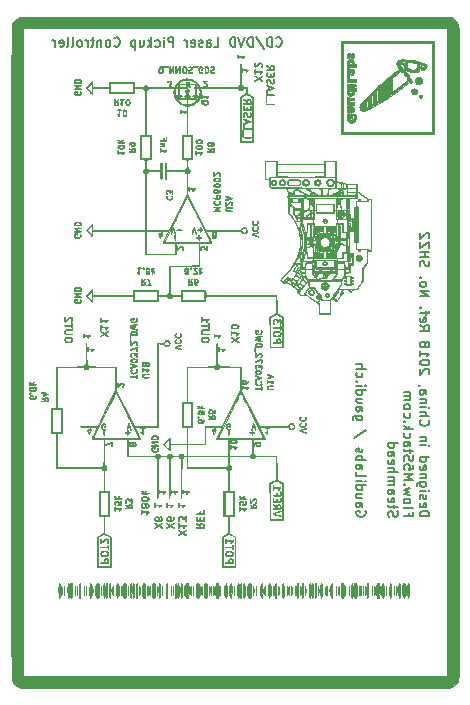
<source format=gbr>
%TF.GenerationSoftware,KiCad,Pcbnew,4.0.7-e2-6376~58~ubuntu16.04.1*%
%TF.CreationDate,2018-10-07T23:02:28+08:00*%
%TF.ProjectId,DVDBreakOut,445644427265616B4F75742E6B696361,rev?*%
%TF.FileFunction,Legend,Bot*%
%FSLAX46Y46*%
G04 Gerber Fmt 4.6, Leading zero omitted, Abs format (unit mm)*
G04 Created by KiCad (PCBNEW 4.0.7-e2-6376~58~ubuntu16.04.1) date Sun Oct  7 23:02:28 2018*
%MOMM*%
%LPD*%
G01*
G04 APERTURE LIST*
%ADD10C,0.100000*%
%ADD11C,0.150000*%
%ADD12C,0.010000*%
G04 APERTURE END LIST*
D10*
D11*
X102652381Y-48885714D02*
X102690476Y-48923810D01*
X102804762Y-48961905D01*
X102880952Y-48961905D01*
X102995238Y-48923810D01*
X103071429Y-48847619D01*
X103109524Y-48771429D01*
X103147619Y-48619048D01*
X103147619Y-48504762D01*
X103109524Y-48352381D01*
X103071429Y-48276190D01*
X102995238Y-48200000D01*
X102880952Y-48161905D01*
X102804762Y-48161905D01*
X102690476Y-48200000D01*
X102652381Y-48238095D01*
X102309524Y-48961905D02*
X102309524Y-48161905D01*
X102119048Y-48161905D01*
X102004762Y-48200000D01*
X101928571Y-48276190D01*
X101890476Y-48352381D01*
X101852381Y-48504762D01*
X101852381Y-48619048D01*
X101890476Y-48771429D01*
X101928571Y-48847619D01*
X102004762Y-48923810D01*
X102119048Y-48961905D01*
X102309524Y-48961905D01*
X100938095Y-48123810D02*
X101623810Y-49152381D01*
X100671429Y-48961905D02*
X100671429Y-48161905D01*
X100480953Y-48161905D01*
X100366667Y-48200000D01*
X100290476Y-48276190D01*
X100252381Y-48352381D01*
X100214286Y-48504762D01*
X100214286Y-48619048D01*
X100252381Y-48771429D01*
X100290476Y-48847619D01*
X100366667Y-48923810D01*
X100480953Y-48961905D01*
X100671429Y-48961905D01*
X99985715Y-48161905D02*
X99719048Y-48961905D01*
X99452381Y-48161905D01*
X99185715Y-48961905D02*
X99185715Y-48161905D01*
X98995239Y-48161905D01*
X98880953Y-48200000D01*
X98804762Y-48276190D01*
X98766667Y-48352381D01*
X98728572Y-48504762D01*
X98728572Y-48619048D01*
X98766667Y-48771429D01*
X98804762Y-48847619D01*
X98880953Y-48923810D01*
X98995239Y-48961905D01*
X99185715Y-48961905D01*
X97395238Y-48961905D02*
X97776191Y-48961905D01*
X97776191Y-48161905D01*
X96785715Y-48961905D02*
X96785715Y-48542857D01*
X96823810Y-48466667D01*
X96900000Y-48428571D01*
X97052381Y-48428571D01*
X97128572Y-48466667D01*
X96785715Y-48923810D02*
X96861905Y-48961905D01*
X97052381Y-48961905D01*
X97128572Y-48923810D01*
X97166667Y-48847619D01*
X97166667Y-48771429D01*
X97128572Y-48695238D01*
X97052381Y-48657143D01*
X96861905Y-48657143D01*
X96785715Y-48619048D01*
X96442857Y-48923810D02*
X96366667Y-48961905D01*
X96214286Y-48961905D01*
X96138095Y-48923810D01*
X96100000Y-48847619D01*
X96100000Y-48809524D01*
X96138095Y-48733333D01*
X96214286Y-48695238D01*
X96328571Y-48695238D01*
X96404762Y-48657143D01*
X96442857Y-48580952D01*
X96442857Y-48542857D01*
X96404762Y-48466667D01*
X96328571Y-48428571D01*
X96214286Y-48428571D01*
X96138095Y-48466667D01*
X95452381Y-48923810D02*
X95528571Y-48961905D01*
X95680952Y-48961905D01*
X95757143Y-48923810D01*
X95795238Y-48847619D01*
X95795238Y-48542857D01*
X95757143Y-48466667D01*
X95680952Y-48428571D01*
X95528571Y-48428571D01*
X95452381Y-48466667D01*
X95414286Y-48542857D01*
X95414286Y-48619048D01*
X95795238Y-48695238D01*
X95071429Y-48961905D02*
X95071429Y-48428571D01*
X95071429Y-48580952D02*
X95033334Y-48504762D01*
X94995238Y-48466667D01*
X94919048Y-48428571D01*
X94842857Y-48428571D01*
X93966667Y-48961905D02*
X93966667Y-48161905D01*
X93661905Y-48161905D01*
X93585714Y-48200000D01*
X93547619Y-48238095D01*
X93509524Y-48314286D01*
X93509524Y-48428571D01*
X93547619Y-48504762D01*
X93585714Y-48542857D01*
X93661905Y-48580952D01*
X93966667Y-48580952D01*
X93166667Y-48961905D02*
X93166667Y-48428571D01*
X93166667Y-48161905D02*
X93204762Y-48200000D01*
X93166667Y-48238095D01*
X93128572Y-48200000D01*
X93166667Y-48161905D01*
X93166667Y-48238095D01*
X92442858Y-48923810D02*
X92519048Y-48961905D01*
X92671429Y-48961905D01*
X92747620Y-48923810D01*
X92785715Y-48885714D01*
X92823810Y-48809524D01*
X92823810Y-48580952D01*
X92785715Y-48504762D01*
X92747620Y-48466667D01*
X92671429Y-48428571D01*
X92519048Y-48428571D01*
X92442858Y-48466667D01*
X92100001Y-48961905D02*
X92100001Y-48161905D01*
X92023810Y-48657143D02*
X91795239Y-48961905D01*
X91795239Y-48428571D02*
X92100001Y-48733333D01*
X91109525Y-48428571D02*
X91109525Y-48961905D01*
X91452382Y-48428571D02*
X91452382Y-48847619D01*
X91414287Y-48923810D01*
X91338096Y-48961905D01*
X91223810Y-48961905D01*
X91147620Y-48923810D01*
X91109525Y-48885714D01*
X90728572Y-48428571D02*
X90728572Y-49228571D01*
X90728572Y-48466667D02*
X90652381Y-48428571D01*
X90500000Y-48428571D01*
X90423810Y-48466667D01*
X90385715Y-48504762D01*
X90347619Y-48580952D01*
X90347619Y-48809524D01*
X90385715Y-48885714D01*
X90423810Y-48923810D01*
X90500000Y-48961905D01*
X90652381Y-48961905D01*
X90728572Y-48923810D01*
X88938095Y-48885714D02*
X88976190Y-48923810D01*
X89090476Y-48961905D01*
X89166666Y-48961905D01*
X89280952Y-48923810D01*
X89357143Y-48847619D01*
X89395238Y-48771429D01*
X89433333Y-48619048D01*
X89433333Y-48504762D01*
X89395238Y-48352381D01*
X89357143Y-48276190D01*
X89280952Y-48200000D01*
X89166666Y-48161905D01*
X89090476Y-48161905D01*
X88976190Y-48200000D01*
X88938095Y-48238095D01*
X88480952Y-48961905D02*
X88557143Y-48923810D01*
X88595238Y-48885714D01*
X88633333Y-48809524D01*
X88633333Y-48580952D01*
X88595238Y-48504762D01*
X88557143Y-48466667D01*
X88480952Y-48428571D01*
X88366666Y-48428571D01*
X88290476Y-48466667D01*
X88252381Y-48504762D01*
X88214285Y-48580952D01*
X88214285Y-48809524D01*
X88252381Y-48885714D01*
X88290476Y-48923810D01*
X88366666Y-48961905D01*
X88480952Y-48961905D01*
X87871428Y-48428571D02*
X87871428Y-48961905D01*
X87871428Y-48504762D02*
X87833333Y-48466667D01*
X87757142Y-48428571D01*
X87642856Y-48428571D01*
X87566666Y-48466667D01*
X87528571Y-48542857D01*
X87528571Y-48961905D01*
X87261904Y-48428571D02*
X86957142Y-48428571D01*
X87147618Y-48161905D02*
X87147618Y-48847619D01*
X87109523Y-48923810D01*
X87033332Y-48961905D01*
X86957142Y-48961905D01*
X86690475Y-48961905D02*
X86690475Y-48428571D01*
X86690475Y-48580952D02*
X86652380Y-48504762D01*
X86614284Y-48466667D01*
X86538094Y-48428571D01*
X86461903Y-48428571D01*
X86080951Y-48961905D02*
X86157142Y-48923810D01*
X86195237Y-48885714D01*
X86233332Y-48809524D01*
X86233332Y-48580952D01*
X86195237Y-48504762D01*
X86157142Y-48466667D01*
X86080951Y-48428571D01*
X85966665Y-48428571D01*
X85890475Y-48466667D01*
X85852380Y-48504762D01*
X85814284Y-48580952D01*
X85814284Y-48809524D01*
X85852380Y-48885714D01*
X85890475Y-48923810D01*
X85966665Y-48961905D01*
X86080951Y-48961905D01*
X85357141Y-48961905D02*
X85433332Y-48923810D01*
X85471427Y-48847619D01*
X85471427Y-48161905D01*
X84938093Y-48961905D02*
X85014284Y-48923810D01*
X85052379Y-48847619D01*
X85052379Y-48161905D01*
X84328569Y-48923810D02*
X84404759Y-48961905D01*
X84557140Y-48961905D01*
X84633331Y-48923810D01*
X84671426Y-48847619D01*
X84671426Y-48542857D01*
X84633331Y-48466667D01*
X84557140Y-48428571D01*
X84404759Y-48428571D01*
X84328569Y-48466667D01*
X84290474Y-48542857D01*
X84290474Y-48619048D01*
X84671426Y-48695238D01*
X83947617Y-48961905D02*
X83947617Y-48428571D01*
X83947617Y-48580952D02*
X83909522Y-48504762D01*
X83871426Y-48466667D01*
X83795236Y-48428571D01*
X83719045Y-48428571D01*
X114838095Y-88709524D02*
X115638095Y-88709524D01*
X115638095Y-88519048D01*
X115600000Y-88404762D01*
X115523810Y-88328571D01*
X115447619Y-88290476D01*
X115295238Y-88252381D01*
X115180952Y-88252381D01*
X115028571Y-88290476D01*
X114952381Y-88328571D01*
X114876190Y-88404762D01*
X114838095Y-88519048D01*
X114838095Y-88709524D01*
X114876190Y-87604762D02*
X114838095Y-87680952D01*
X114838095Y-87833333D01*
X114876190Y-87909524D01*
X114952381Y-87947619D01*
X115257143Y-87947619D01*
X115333333Y-87909524D01*
X115371429Y-87833333D01*
X115371429Y-87680952D01*
X115333333Y-87604762D01*
X115257143Y-87566667D01*
X115180952Y-87566667D01*
X115104762Y-87947619D01*
X114876190Y-87261905D02*
X114838095Y-87185715D01*
X114838095Y-87033334D01*
X114876190Y-86957143D01*
X114952381Y-86919048D01*
X114990476Y-86919048D01*
X115066667Y-86957143D01*
X115104762Y-87033334D01*
X115104762Y-87147619D01*
X115142857Y-87223810D01*
X115219048Y-87261905D01*
X115257143Y-87261905D01*
X115333333Y-87223810D01*
X115371429Y-87147619D01*
X115371429Y-87033334D01*
X115333333Y-86957143D01*
X114838095Y-86576191D02*
X115371429Y-86576191D01*
X115638095Y-86576191D02*
X115600000Y-86614286D01*
X115561905Y-86576191D01*
X115600000Y-86538096D01*
X115638095Y-86576191D01*
X115561905Y-86576191D01*
X115371429Y-85852382D02*
X114723810Y-85852382D01*
X114647619Y-85890477D01*
X114609524Y-85928572D01*
X114571429Y-86004763D01*
X114571429Y-86119048D01*
X114609524Y-86195239D01*
X114876190Y-85852382D02*
X114838095Y-85928572D01*
X114838095Y-86080953D01*
X114876190Y-86157144D01*
X114914286Y-86195239D01*
X114990476Y-86233334D01*
X115219048Y-86233334D01*
X115295238Y-86195239D01*
X115333333Y-86157144D01*
X115371429Y-86080953D01*
X115371429Y-85928572D01*
X115333333Y-85852382D01*
X115371429Y-85471429D02*
X114838095Y-85471429D01*
X115295238Y-85471429D02*
X115333333Y-85433334D01*
X115371429Y-85357143D01*
X115371429Y-85242857D01*
X115333333Y-85166667D01*
X115257143Y-85128572D01*
X114838095Y-85128572D01*
X114876190Y-84442857D02*
X114838095Y-84519047D01*
X114838095Y-84671428D01*
X114876190Y-84747619D01*
X114952381Y-84785714D01*
X115257143Y-84785714D01*
X115333333Y-84747619D01*
X115371429Y-84671428D01*
X115371429Y-84519047D01*
X115333333Y-84442857D01*
X115257143Y-84404762D01*
X115180952Y-84404762D01*
X115104762Y-84785714D01*
X114838095Y-83719048D02*
X115638095Y-83719048D01*
X114876190Y-83719048D02*
X114838095Y-83795238D01*
X114838095Y-83947619D01*
X114876190Y-84023810D01*
X114914286Y-84061905D01*
X114990476Y-84100000D01*
X115219048Y-84100000D01*
X115295238Y-84061905D01*
X115333333Y-84023810D01*
X115371429Y-83947619D01*
X115371429Y-83795238D01*
X115333333Y-83719048D01*
X114838095Y-82728571D02*
X115371429Y-82728571D01*
X115638095Y-82728571D02*
X115600000Y-82766666D01*
X115561905Y-82728571D01*
X115600000Y-82690476D01*
X115638095Y-82728571D01*
X115561905Y-82728571D01*
X115371429Y-82347619D02*
X114838095Y-82347619D01*
X115295238Y-82347619D02*
X115333333Y-82309524D01*
X115371429Y-82233333D01*
X115371429Y-82119047D01*
X115333333Y-82042857D01*
X115257143Y-82004762D01*
X114838095Y-82004762D01*
X114914286Y-80557142D02*
X114876190Y-80595237D01*
X114838095Y-80709523D01*
X114838095Y-80785713D01*
X114876190Y-80899999D01*
X114952381Y-80976190D01*
X115028571Y-81014285D01*
X115180952Y-81052380D01*
X115295238Y-81052380D01*
X115447619Y-81014285D01*
X115523810Y-80976190D01*
X115600000Y-80899999D01*
X115638095Y-80785713D01*
X115638095Y-80709523D01*
X115600000Y-80595237D01*
X115561905Y-80557142D01*
X114838095Y-80214285D02*
X115638095Y-80214285D01*
X114838095Y-79871428D02*
X115257143Y-79871428D01*
X115333333Y-79909523D01*
X115371429Y-79985713D01*
X115371429Y-80099999D01*
X115333333Y-80176190D01*
X115295238Y-80214285D01*
X114838095Y-79490475D02*
X115371429Y-79490475D01*
X115638095Y-79490475D02*
X115600000Y-79528570D01*
X115561905Y-79490475D01*
X115600000Y-79452380D01*
X115638095Y-79490475D01*
X115561905Y-79490475D01*
X115371429Y-79109523D02*
X114838095Y-79109523D01*
X115295238Y-79109523D02*
X115333333Y-79071428D01*
X115371429Y-78995237D01*
X115371429Y-78880951D01*
X115333333Y-78804761D01*
X115257143Y-78766666D01*
X114838095Y-78766666D01*
X114838095Y-78042856D02*
X115257143Y-78042856D01*
X115333333Y-78080951D01*
X115371429Y-78157141D01*
X115371429Y-78309522D01*
X115333333Y-78385713D01*
X114876190Y-78042856D02*
X114838095Y-78119046D01*
X114838095Y-78309522D01*
X114876190Y-78385713D01*
X114952381Y-78423808D01*
X115028571Y-78423808D01*
X115104762Y-78385713D01*
X115142857Y-78309522D01*
X115142857Y-78119046D01*
X115180952Y-78042856D01*
X114876190Y-77623808D02*
X114838095Y-77623808D01*
X114761905Y-77661903D01*
X114723810Y-77699998D01*
X115561905Y-76709522D02*
X115600000Y-76671427D01*
X115638095Y-76595236D01*
X115638095Y-76404760D01*
X115600000Y-76328570D01*
X115561905Y-76290474D01*
X115485714Y-76252379D01*
X115409524Y-76252379D01*
X115295238Y-76290474D01*
X114838095Y-76747617D01*
X114838095Y-76252379D01*
X115638095Y-75757141D02*
X115638095Y-75680950D01*
X115600000Y-75604760D01*
X115561905Y-75566665D01*
X115485714Y-75528569D01*
X115333333Y-75490474D01*
X115142857Y-75490474D01*
X114990476Y-75528569D01*
X114914286Y-75566665D01*
X114876190Y-75604760D01*
X114838095Y-75680950D01*
X114838095Y-75757141D01*
X114876190Y-75833331D01*
X114914286Y-75871427D01*
X114990476Y-75909522D01*
X115142857Y-75947617D01*
X115333333Y-75947617D01*
X115485714Y-75909522D01*
X115561905Y-75871427D01*
X115600000Y-75833331D01*
X115638095Y-75757141D01*
X114838095Y-74728569D02*
X114838095Y-75185712D01*
X114838095Y-74957141D02*
X115638095Y-74957141D01*
X115523810Y-75033331D01*
X115447619Y-75109522D01*
X115409524Y-75185712D01*
X115295238Y-74271426D02*
X115333333Y-74347617D01*
X115371429Y-74385712D01*
X115447619Y-74423807D01*
X115485714Y-74423807D01*
X115561905Y-74385712D01*
X115600000Y-74347617D01*
X115638095Y-74271426D01*
X115638095Y-74119045D01*
X115600000Y-74042855D01*
X115561905Y-74004759D01*
X115485714Y-73966664D01*
X115447619Y-73966664D01*
X115371429Y-74004759D01*
X115333333Y-74042855D01*
X115295238Y-74119045D01*
X115295238Y-74271426D01*
X115257143Y-74347617D01*
X115219048Y-74385712D01*
X115142857Y-74423807D01*
X114990476Y-74423807D01*
X114914286Y-74385712D01*
X114876190Y-74347617D01*
X114838095Y-74271426D01*
X114838095Y-74119045D01*
X114876190Y-74042855D01*
X114914286Y-74004759D01*
X114990476Y-73966664D01*
X115142857Y-73966664D01*
X115219048Y-74004759D01*
X115257143Y-74042855D01*
X115295238Y-74119045D01*
X114838095Y-72557140D02*
X115219048Y-72823807D01*
X114838095Y-73014283D02*
X115638095Y-73014283D01*
X115638095Y-72709521D01*
X115600000Y-72633330D01*
X115561905Y-72595235D01*
X115485714Y-72557140D01*
X115371429Y-72557140D01*
X115295238Y-72595235D01*
X115257143Y-72633330D01*
X115219048Y-72709521D01*
X115219048Y-73014283D01*
X114876190Y-71909521D02*
X114838095Y-71985711D01*
X114838095Y-72138092D01*
X114876190Y-72214283D01*
X114952381Y-72252378D01*
X115257143Y-72252378D01*
X115333333Y-72214283D01*
X115371429Y-72138092D01*
X115371429Y-71985711D01*
X115333333Y-71909521D01*
X115257143Y-71871426D01*
X115180952Y-71871426D01*
X115104762Y-72252378D01*
X115371429Y-71642855D02*
X115371429Y-71338093D01*
X114838095Y-71528569D02*
X115523810Y-71528569D01*
X115600000Y-71490474D01*
X115638095Y-71414283D01*
X115638095Y-71338093D01*
X114914286Y-71071426D02*
X114876190Y-71033331D01*
X114838095Y-71071426D01*
X114876190Y-71109521D01*
X114914286Y-71071426D01*
X114838095Y-71071426D01*
X114838095Y-70080950D02*
X115638095Y-70080950D01*
X114838095Y-69623807D01*
X115638095Y-69623807D01*
X114838095Y-69128569D02*
X114876190Y-69204760D01*
X114914286Y-69242855D01*
X114990476Y-69280950D01*
X115219048Y-69280950D01*
X115295238Y-69242855D01*
X115333333Y-69204760D01*
X115371429Y-69128569D01*
X115371429Y-69014283D01*
X115333333Y-68938093D01*
X115295238Y-68899998D01*
X115219048Y-68861902D01*
X114990476Y-68861902D01*
X114914286Y-68899998D01*
X114876190Y-68938093D01*
X114838095Y-69014283D01*
X114838095Y-69128569D01*
X114914286Y-68519045D02*
X114876190Y-68480950D01*
X114838095Y-68519045D01*
X114876190Y-68557140D01*
X114914286Y-68519045D01*
X114838095Y-68519045D01*
X114876190Y-67566664D02*
X114838095Y-67452378D01*
X114838095Y-67261902D01*
X114876190Y-67185712D01*
X114914286Y-67147616D01*
X114990476Y-67109521D01*
X115066667Y-67109521D01*
X115142857Y-67147616D01*
X115180952Y-67185712D01*
X115219048Y-67261902D01*
X115257143Y-67414283D01*
X115295238Y-67490474D01*
X115333333Y-67528569D01*
X115409524Y-67566664D01*
X115485714Y-67566664D01*
X115561905Y-67528569D01*
X115600000Y-67490474D01*
X115638095Y-67414283D01*
X115638095Y-67223807D01*
X115600000Y-67109521D01*
X114838095Y-66766664D02*
X115638095Y-66766664D01*
X115257143Y-66766664D02*
X115257143Y-66309521D01*
X114838095Y-66309521D02*
X115638095Y-66309521D01*
X115638095Y-66004759D02*
X115638095Y-65471426D01*
X114838095Y-66004759D01*
X114838095Y-65471426D01*
X115561905Y-65204759D02*
X115600000Y-65166664D01*
X115638095Y-65090473D01*
X115638095Y-64899997D01*
X115600000Y-64823807D01*
X115561905Y-64785711D01*
X115485714Y-64747616D01*
X115409524Y-64747616D01*
X115295238Y-64785711D01*
X114838095Y-65242854D01*
X114838095Y-64747616D01*
X113907143Y-88442857D02*
X113907143Y-88709524D01*
X113488095Y-88709524D02*
X114288095Y-88709524D01*
X114288095Y-88328571D01*
X113488095Y-87909524D02*
X113526190Y-87985715D01*
X113602381Y-88023810D01*
X114288095Y-88023810D01*
X113488095Y-87490476D02*
X113526190Y-87566667D01*
X113564286Y-87604762D01*
X113640476Y-87642857D01*
X113869048Y-87642857D01*
X113945238Y-87604762D01*
X113983333Y-87566667D01*
X114021429Y-87490476D01*
X114021429Y-87376190D01*
X113983333Y-87300000D01*
X113945238Y-87261905D01*
X113869048Y-87223809D01*
X113640476Y-87223809D01*
X113564286Y-87261905D01*
X113526190Y-87300000D01*
X113488095Y-87376190D01*
X113488095Y-87490476D01*
X114021429Y-86957142D02*
X113488095Y-86804761D01*
X113869048Y-86652380D01*
X113488095Y-86499999D01*
X114021429Y-86347618D01*
X113564286Y-86042857D02*
X113526190Y-86004762D01*
X113488095Y-86042857D01*
X113526190Y-86080952D01*
X113564286Y-86042857D01*
X113488095Y-86042857D01*
X113488095Y-85661905D02*
X114288095Y-85661905D01*
X113716667Y-85395238D01*
X114288095Y-85128571D01*
X113488095Y-85128571D01*
X114288095Y-84366666D02*
X114288095Y-84747619D01*
X113907143Y-84785714D01*
X113945238Y-84747619D01*
X113983333Y-84671428D01*
X113983333Y-84480952D01*
X113945238Y-84404762D01*
X113907143Y-84366666D01*
X113830952Y-84328571D01*
X113640476Y-84328571D01*
X113564286Y-84366666D01*
X113526190Y-84404762D01*
X113488095Y-84480952D01*
X113488095Y-84671428D01*
X113526190Y-84747619D01*
X113564286Y-84785714D01*
X113526190Y-84023809D02*
X113488095Y-83909523D01*
X113488095Y-83719047D01*
X113526190Y-83642857D01*
X113564286Y-83604761D01*
X113640476Y-83566666D01*
X113716667Y-83566666D01*
X113792857Y-83604761D01*
X113830952Y-83642857D01*
X113869048Y-83719047D01*
X113907143Y-83871428D01*
X113945238Y-83947619D01*
X113983333Y-83985714D01*
X114059524Y-84023809D01*
X114135714Y-84023809D01*
X114211905Y-83985714D01*
X114250000Y-83947619D01*
X114288095Y-83871428D01*
X114288095Y-83680952D01*
X114250000Y-83566666D01*
X114021429Y-83338095D02*
X114021429Y-83033333D01*
X114288095Y-83223809D02*
X113602381Y-83223809D01*
X113526190Y-83185714D01*
X113488095Y-83109523D01*
X113488095Y-83033333D01*
X113488095Y-82423809D02*
X113907143Y-82423809D01*
X113983333Y-82461904D01*
X114021429Y-82538094D01*
X114021429Y-82690475D01*
X113983333Y-82766666D01*
X113526190Y-82423809D02*
X113488095Y-82499999D01*
X113488095Y-82690475D01*
X113526190Y-82766666D01*
X113602381Y-82804761D01*
X113678571Y-82804761D01*
X113754762Y-82766666D01*
X113792857Y-82690475D01*
X113792857Y-82499999D01*
X113830952Y-82423809D01*
X113526190Y-81699999D02*
X113488095Y-81776189D01*
X113488095Y-81928570D01*
X113526190Y-82004761D01*
X113564286Y-82042856D01*
X113640476Y-82080951D01*
X113869048Y-82080951D01*
X113945238Y-82042856D01*
X113983333Y-82004761D01*
X114021429Y-81928570D01*
X114021429Y-81776189D01*
X113983333Y-81699999D01*
X113488095Y-81357142D02*
X114288095Y-81357142D01*
X113792857Y-81280951D02*
X113488095Y-81052380D01*
X114021429Y-81052380D02*
X113716667Y-81357142D01*
X113564286Y-80709523D02*
X113526190Y-80671428D01*
X113488095Y-80709523D01*
X113526190Y-80747618D01*
X113564286Y-80709523D01*
X113488095Y-80709523D01*
X113526190Y-79985714D02*
X113488095Y-80061904D01*
X113488095Y-80214285D01*
X113526190Y-80290476D01*
X113564286Y-80328571D01*
X113640476Y-80366666D01*
X113869048Y-80366666D01*
X113945238Y-80328571D01*
X113983333Y-80290476D01*
X114021429Y-80214285D01*
X114021429Y-80061904D01*
X113983333Y-79985714D01*
X113488095Y-79528571D02*
X113526190Y-79604762D01*
X113564286Y-79642857D01*
X113640476Y-79680952D01*
X113869048Y-79680952D01*
X113945238Y-79642857D01*
X113983333Y-79604762D01*
X114021429Y-79528571D01*
X114021429Y-79414285D01*
X113983333Y-79338095D01*
X113945238Y-79300000D01*
X113869048Y-79261904D01*
X113640476Y-79261904D01*
X113564286Y-79300000D01*
X113526190Y-79338095D01*
X113488095Y-79414285D01*
X113488095Y-79528571D01*
X113488095Y-78919047D02*
X114021429Y-78919047D01*
X113945238Y-78919047D02*
X113983333Y-78880952D01*
X114021429Y-78804761D01*
X114021429Y-78690475D01*
X113983333Y-78614285D01*
X113907143Y-78576190D01*
X113488095Y-78576190D01*
X113907143Y-78576190D02*
X113983333Y-78538094D01*
X114021429Y-78461904D01*
X114021429Y-78347618D01*
X113983333Y-78271428D01*
X113907143Y-78233333D01*
X113488095Y-78233333D01*
X112176190Y-88747619D02*
X112138095Y-88633333D01*
X112138095Y-88442857D01*
X112176190Y-88366667D01*
X112214286Y-88328571D01*
X112290476Y-88290476D01*
X112366667Y-88290476D01*
X112442857Y-88328571D01*
X112480952Y-88366667D01*
X112519048Y-88442857D01*
X112557143Y-88595238D01*
X112595238Y-88671429D01*
X112633333Y-88709524D01*
X112709524Y-88747619D01*
X112785714Y-88747619D01*
X112861905Y-88709524D01*
X112900000Y-88671429D01*
X112938095Y-88595238D01*
X112938095Y-88404762D01*
X112900000Y-88290476D01*
X112671429Y-88061905D02*
X112671429Y-87757143D01*
X112938095Y-87947619D02*
X112252381Y-87947619D01*
X112176190Y-87909524D01*
X112138095Y-87833333D01*
X112138095Y-87757143D01*
X112176190Y-87185714D02*
X112138095Y-87261904D01*
X112138095Y-87414285D01*
X112176190Y-87490476D01*
X112252381Y-87528571D01*
X112557143Y-87528571D01*
X112633333Y-87490476D01*
X112671429Y-87414285D01*
X112671429Y-87261904D01*
X112633333Y-87185714D01*
X112557143Y-87147619D01*
X112480952Y-87147619D01*
X112404762Y-87528571D01*
X112138095Y-86461905D02*
X112557143Y-86461905D01*
X112633333Y-86500000D01*
X112671429Y-86576190D01*
X112671429Y-86728571D01*
X112633333Y-86804762D01*
X112176190Y-86461905D02*
X112138095Y-86538095D01*
X112138095Y-86728571D01*
X112176190Y-86804762D01*
X112252381Y-86842857D01*
X112328571Y-86842857D01*
X112404762Y-86804762D01*
X112442857Y-86728571D01*
X112442857Y-86538095D01*
X112480952Y-86461905D01*
X112138095Y-86080952D02*
X112671429Y-86080952D01*
X112595238Y-86080952D02*
X112633333Y-86042857D01*
X112671429Y-85966666D01*
X112671429Y-85852380D01*
X112633333Y-85776190D01*
X112557143Y-85738095D01*
X112138095Y-85738095D01*
X112557143Y-85738095D02*
X112633333Y-85699999D01*
X112671429Y-85623809D01*
X112671429Y-85509523D01*
X112633333Y-85433333D01*
X112557143Y-85395238D01*
X112138095Y-85395238D01*
X112138095Y-85014285D02*
X112938095Y-85014285D01*
X112138095Y-84671428D02*
X112557143Y-84671428D01*
X112633333Y-84709523D01*
X112671429Y-84785713D01*
X112671429Y-84899999D01*
X112633333Y-84976190D01*
X112595238Y-85014285D01*
X112176190Y-83985713D02*
X112138095Y-84061903D01*
X112138095Y-84214284D01*
X112176190Y-84290475D01*
X112252381Y-84328570D01*
X112557143Y-84328570D01*
X112633333Y-84290475D01*
X112671429Y-84214284D01*
X112671429Y-84061903D01*
X112633333Y-83985713D01*
X112557143Y-83947618D01*
X112480952Y-83947618D01*
X112404762Y-84328570D01*
X112138095Y-83261904D02*
X112557143Y-83261904D01*
X112633333Y-83299999D01*
X112671429Y-83376189D01*
X112671429Y-83528570D01*
X112633333Y-83604761D01*
X112176190Y-83261904D02*
X112138095Y-83338094D01*
X112138095Y-83528570D01*
X112176190Y-83604761D01*
X112252381Y-83642856D01*
X112328571Y-83642856D01*
X112404762Y-83604761D01*
X112442857Y-83528570D01*
X112442857Y-83338094D01*
X112480952Y-83261904D01*
X112138095Y-82538094D02*
X112938095Y-82538094D01*
X112176190Y-82538094D02*
X112138095Y-82614284D01*
X112138095Y-82766665D01*
X112176190Y-82842856D01*
X112214286Y-82880951D01*
X112290476Y-82919046D01*
X112519048Y-82919046D01*
X112595238Y-82880951D01*
X112633333Y-82842856D01*
X112671429Y-82766665D01*
X112671429Y-82614284D01*
X112633333Y-82538094D01*
X110200000Y-88290476D02*
X110238095Y-88366667D01*
X110238095Y-88480952D01*
X110200000Y-88595238D01*
X110123810Y-88671429D01*
X110047619Y-88709524D01*
X109895238Y-88747619D01*
X109780952Y-88747619D01*
X109628571Y-88709524D01*
X109552381Y-88671429D01*
X109476190Y-88595238D01*
X109438095Y-88480952D01*
X109438095Y-88404762D01*
X109476190Y-88290476D01*
X109514286Y-88252381D01*
X109780952Y-88252381D01*
X109780952Y-88404762D01*
X109438095Y-87566667D02*
X109857143Y-87566667D01*
X109933333Y-87604762D01*
X109971429Y-87680952D01*
X109971429Y-87833333D01*
X109933333Y-87909524D01*
X109476190Y-87566667D02*
X109438095Y-87642857D01*
X109438095Y-87833333D01*
X109476190Y-87909524D01*
X109552381Y-87947619D01*
X109628571Y-87947619D01*
X109704762Y-87909524D01*
X109742857Y-87833333D01*
X109742857Y-87642857D01*
X109780952Y-87566667D01*
X109971429Y-86842857D02*
X109438095Y-86842857D01*
X109971429Y-87185714D02*
X109552381Y-87185714D01*
X109476190Y-87147619D01*
X109438095Y-87071428D01*
X109438095Y-86957142D01*
X109476190Y-86880952D01*
X109514286Y-86842857D01*
X109438095Y-86119047D02*
X110238095Y-86119047D01*
X109476190Y-86119047D02*
X109438095Y-86195237D01*
X109438095Y-86347618D01*
X109476190Y-86423809D01*
X109514286Y-86461904D01*
X109590476Y-86499999D01*
X109819048Y-86499999D01*
X109895238Y-86461904D01*
X109933333Y-86423809D01*
X109971429Y-86347618D01*
X109971429Y-86195237D01*
X109933333Y-86119047D01*
X109438095Y-85738094D02*
X109971429Y-85738094D01*
X110238095Y-85738094D02*
X110200000Y-85776189D01*
X110161905Y-85738094D01*
X110200000Y-85699999D01*
X110238095Y-85738094D01*
X110161905Y-85738094D01*
X109438095Y-84976189D02*
X109438095Y-85357142D01*
X110238095Y-85357142D01*
X109438095Y-84366666D02*
X109857143Y-84366666D01*
X109933333Y-84404761D01*
X109971429Y-84480951D01*
X109971429Y-84633332D01*
X109933333Y-84709523D01*
X109476190Y-84366666D02*
X109438095Y-84442856D01*
X109438095Y-84633332D01*
X109476190Y-84709523D01*
X109552381Y-84747618D01*
X109628571Y-84747618D01*
X109704762Y-84709523D01*
X109742857Y-84633332D01*
X109742857Y-84442856D01*
X109780952Y-84366666D01*
X109438095Y-83985713D02*
X110238095Y-83985713D01*
X109933333Y-83985713D02*
X109971429Y-83909522D01*
X109971429Y-83757141D01*
X109933333Y-83680951D01*
X109895238Y-83642856D01*
X109819048Y-83604760D01*
X109590476Y-83604760D01*
X109514286Y-83642856D01*
X109476190Y-83680951D01*
X109438095Y-83757141D01*
X109438095Y-83909522D01*
X109476190Y-83985713D01*
X109476190Y-83299998D02*
X109438095Y-83223808D01*
X109438095Y-83071427D01*
X109476190Y-82995236D01*
X109552381Y-82957141D01*
X109590476Y-82957141D01*
X109666667Y-82995236D01*
X109704762Y-83071427D01*
X109704762Y-83185712D01*
X109742857Y-83261903D01*
X109819048Y-83299998D01*
X109857143Y-83299998D01*
X109933333Y-83261903D01*
X109971429Y-83185712D01*
X109971429Y-83071427D01*
X109933333Y-82995236D01*
X110276190Y-81433331D02*
X109247619Y-82119046D01*
X109971429Y-80214284D02*
X109323810Y-80214284D01*
X109247619Y-80252379D01*
X109209524Y-80290474D01*
X109171429Y-80366665D01*
X109171429Y-80480950D01*
X109209524Y-80557141D01*
X109476190Y-80214284D02*
X109438095Y-80290474D01*
X109438095Y-80442855D01*
X109476190Y-80519046D01*
X109514286Y-80557141D01*
X109590476Y-80595236D01*
X109819048Y-80595236D01*
X109895238Y-80557141D01*
X109933333Y-80519046D01*
X109971429Y-80442855D01*
X109971429Y-80290474D01*
X109933333Y-80214284D01*
X109438095Y-79490474D02*
X109857143Y-79490474D01*
X109933333Y-79528569D01*
X109971429Y-79604759D01*
X109971429Y-79757140D01*
X109933333Y-79833331D01*
X109476190Y-79490474D02*
X109438095Y-79566664D01*
X109438095Y-79757140D01*
X109476190Y-79833331D01*
X109552381Y-79871426D01*
X109628571Y-79871426D01*
X109704762Y-79833331D01*
X109742857Y-79757140D01*
X109742857Y-79566664D01*
X109780952Y-79490474D01*
X109971429Y-78766664D02*
X109438095Y-78766664D01*
X109971429Y-79109521D02*
X109552381Y-79109521D01*
X109476190Y-79071426D01*
X109438095Y-78995235D01*
X109438095Y-78880949D01*
X109476190Y-78804759D01*
X109514286Y-78766664D01*
X109438095Y-78042854D02*
X110238095Y-78042854D01*
X109476190Y-78042854D02*
X109438095Y-78119044D01*
X109438095Y-78271425D01*
X109476190Y-78347616D01*
X109514286Y-78385711D01*
X109590476Y-78423806D01*
X109819048Y-78423806D01*
X109895238Y-78385711D01*
X109933333Y-78347616D01*
X109971429Y-78271425D01*
X109971429Y-78119044D01*
X109933333Y-78042854D01*
X109438095Y-77661901D02*
X109971429Y-77661901D01*
X110238095Y-77661901D02*
X110200000Y-77699996D01*
X110161905Y-77661901D01*
X110200000Y-77623806D01*
X110238095Y-77661901D01*
X110161905Y-77661901D01*
X109514286Y-77280949D02*
X109476190Y-77242854D01*
X109438095Y-77280949D01*
X109476190Y-77319044D01*
X109514286Y-77280949D01*
X109438095Y-77280949D01*
X109476190Y-76557140D02*
X109438095Y-76633330D01*
X109438095Y-76785711D01*
X109476190Y-76861902D01*
X109514286Y-76899997D01*
X109590476Y-76938092D01*
X109819048Y-76938092D01*
X109895238Y-76899997D01*
X109933333Y-76861902D01*
X109971429Y-76785711D01*
X109971429Y-76633330D01*
X109933333Y-76557140D01*
X109438095Y-76214283D02*
X110238095Y-76214283D01*
X109438095Y-75871426D02*
X109857143Y-75871426D01*
X109933333Y-75909521D01*
X109971429Y-75985711D01*
X109971429Y-76099997D01*
X109933333Y-76176188D01*
X109895238Y-76214283D01*
D12*
G36*
X100677948Y-103276829D02*
X102073609Y-103276807D01*
X103389363Y-103276758D01*
X104627590Y-103276671D01*
X105790669Y-103276536D01*
X106880980Y-103276341D01*
X107900902Y-103276076D01*
X108852817Y-103275730D01*
X109739102Y-103275293D01*
X110562138Y-103274755D01*
X111324305Y-103274104D01*
X112027982Y-103273329D01*
X112675549Y-103272421D01*
X113269387Y-103271369D01*
X113811873Y-103270162D01*
X114305389Y-103268789D01*
X114752315Y-103267240D01*
X115155028Y-103265503D01*
X115515911Y-103263570D01*
X115837341Y-103261428D01*
X116121700Y-103259067D01*
X116371366Y-103256477D01*
X116588720Y-103253646D01*
X116776141Y-103250565D01*
X116936009Y-103247223D01*
X117070704Y-103243609D01*
X117182604Y-103239712D01*
X117274091Y-103235521D01*
X117347544Y-103231027D01*
X117405342Y-103226219D01*
X117449866Y-103221085D01*
X117483495Y-103215615D01*
X117508608Y-103209799D01*
X117527586Y-103203626D01*
X117542808Y-103197085D01*
X117547411Y-103194845D01*
X117780519Y-103037080D01*
X117975232Y-102823726D01*
X118062178Y-102680078D01*
X118067609Y-102668204D01*
X118072795Y-102653697D01*
X118077742Y-102634632D01*
X118082454Y-102609087D01*
X118086939Y-102575139D01*
X118091200Y-102530863D01*
X118095245Y-102474337D01*
X118099078Y-102403638D01*
X118102706Y-102316842D01*
X118106134Y-102212025D01*
X118109368Y-102087266D01*
X118112413Y-101940640D01*
X118115275Y-101770224D01*
X118117959Y-101574096D01*
X118120472Y-101350331D01*
X118122819Y-101097006D01*
X118125006Y-100812199D01*
X118127039Y-100493985D01*
X118128922Y-100140442D01*
X118130662Y-99749647D01*
X118132264Y-99319675D01*
X118133735Y-98848605D01*
X118135079Y-98334512D01*
X118136302Y-97775474D01*
X118137411Y-97169566D01*
X118138410Y-96514867D01*
X118139305Y-95809452D01*
X118140103Y-95051398D01*
X118140808Y-94238782D01*
X118141427Y-93369681D01*
X118141965Y-92442172D01*
X118142427Y-91454331D01*
X118142820Y-90404235D01*
X118143149Y-89289961D01*
X118143420Y-88109585D01*
X118143638Y-86861184D01*
X118143809Y-85542836D01*
X118143938Y-84152616D01*
X118144032Y-82688601D01*
X118144096Y-81148869D01*
X118144136Y-79531496D01*
X118144157Y-77834558D01*
X118144165Y-76056133D01*
X118144167Y-74850000D01*
X118144164Y-73017329D01*
X118144152Y-71267401D01*
X118144125Y-69598294D01*
X118144077Y-68008083D01*
X118144003Y-66494846D01*
X118143898Y-65056659D01*
X118143754Y-63691599D01*
X118143568Y-62397743D01*
X118143332Y-61173168D01*
X118143042Y-60015950D01*
X118142691Y-58924166D01*
X118142275Y-57895893D01*
X118141787Y-56929207D01*
X118141222Y-56022186D01*
X118140574Y-55172906D01*
X118139837Y-54379443D01*
X118139006Y-53639875D01*
X118138075Y-52952279D01*
X118137039Y-52314730D01*
X118135891Y-51725306D01*
X118134626Y-51182083D01*
X118133239Y-50683139D01*
X118131723Y-50226549D01*
X118130074Y-49810391D01*
X118128285Y-49432742D01*
X118126350Y-49091678D01*
X118124265Y-48785276D01*
X118122023Y-48511612D01*
X118119619Y-48268764D01*
X118117047Y-48054807D01*
X118114302Y-47867820D01*
X118111377Y-47705878D01*
X118108267Y-47567059D01*
X118104967Y-47449438D01*
X118101470Y-47351094D01*
X118097772Y-47270102D01*
X118093866Y-47204539D01*
X118089746Y-47152482D01*
X118085408Y-47112009D01*
X118080845Y-47081194D01*
X118076052Y-47058116D01*
X118071023Y-47040851D01*
X118065753Y-47027475D01*
X118062178Y-47019923D01*
X117904413Y-46786815D01*
X117691059Y-46592101D01*
X117547411Y-46505156D01*
X117532869Y-46498483D01*
X117515317Y-46492181D01*
X117492369Y-46486238D01*
X117461645Y-46480642D01*
X117420762Y-46475382D01*
X117367336Y-46470445D01*
X117298987Y-46465821D01*
X117213330Y-46461498D01*
X117107984Y-46457464D01*
X116980565Y-46453707D01*
X116828693Y-46450215D01*
X116649983Y-46446978D01*
X116442054Y-46443983D01*
X116202522Y-46441219D01*
X115929006Y-46438675D01*
X115619123Y-46436337D01*
X115270491Y-46434196D01*
X114880726Y-46432239D01*
X114447446Y-46430454D01*
X113968270Y-46428830D01*
X113440814Y-46427356D01*
X112862695Y-46426019D01*
X112231532Y-46424809D01*
X111544941Y-46423712D01*
X110800541Y-46422719D01*
X109995948Y-46421816D01*
X109128781Y-46420993D01*
X108196656Y-46420238D01*
X107197192Y-46419539D01*
X106128005Y-46418884D01*
X104986713Y-46418262D01*
X103770934Y-46417662D01*
X102478284Y-46417071D01*
X101106383Y-46416478D01*
X99652846Y-46415871D01*
X99242333Y-46415702D01*
X97683898Y-46415115D01*
X96208329Y-46414672D01*
X94813825Y-46414379D01*
X93498586Y-46414240D01*
X92260810Y-46414258D01*
X91098697Y-46414438D01*
X90010447Y-46414784D01*
X88994258Y-46415301D01*
X88048330Y-46415991D01*
X87170863Y-46416861D01*
X86360055Y-46417913D01*
X85614106Y-46419151D01*
X84931215Y-46420581D01*
X84309582Y-46422206D01*
X83747405Y-46424031D01*
X83242884Y-46426059D01*
X82794219Y-46428295D01*
X82399609Y-46430742D01*
X82057252Y-46433406D01*
X81765349Y-46436290D01*
X81522098Y-46439399D01*
X81325699Y-46442736D01*
X81174352Y-46446306D01*
X81066254Y-46450113D01*
X80999607Y-46454161D01*
X80973519Y-46458036D01*
X80691428Y-46607437D01*
X80472334Y-46813215D01*
X80316897Y-47074696D01*
X80284205Y-47159734D01*
X80280731Y-47189710D01*
X80277406Y-47259971D01*
X80274229Y-47371959D01*
X80271198Y-47527115D01*
X80268308Y-47726880D01*
X80265558Y-47972695D01*
X80262946Y-48266001D01*
X80260467Y-48608239D01*
X80258121Y-49000850D01*
X80255905Y-49445274D01*
X80253815Y-49942953D01*
X80251850Y-50495329D01*
X80250006Y-51103841D01*
X80248281Y-51769931D01*
X80246673Y-52495040D01*
X80245179Y-53280609D01*
X80243796Y-54128079D01*
X80242522Y-55038890D01*
X80241354Y-56014485D01*
X80240290Y-57056303D01*
X80239327Y-58165787D01*
X80238463Y-59344376D01*
X80237694Y-60593512D01*
X80237019Y-61914636D01*
X80236434Y-63309189D01*
X80235938Y-64778612D01*
X80235527Y-66324345D01*
X80235200Y-67947831D01*
X80234953Y-69650509D01*
X80234783Y-71433822D01*
X80234689Y-73299209D01*
X80234667Y-74848776D01*
X80234679Y-76687603D01*
X80234719Y-78443660D01*
X80234792Y-80118846D01*
X80234902Y-81715059D01*
X80235053Y-83234196D01*
X80235251Y-84678155D01*
X80235499Y-86048834D01*
X80235803Y-87348131D01*
X80236166Y-88577943D01*
X80236594Y-89740168D01*
X80237092Y-90836705D01*
X80237663Y-91869449D01*
X80238312Y-92840301D01*
X80239044Y-93751156D01*
X80239863Y-94603914D01*
X80240774Y-95400471D01*
X80241782Y-96142725D01*
X80242891Y-96832575D01*
X80244106Y-97471918D01*
X80245431Y-98062651D01*
X80246872Y-98606673D01*
X80248431Y-99105881D01*
X80250115Y-99562173D01*
X80251927Y-99977447D01*
X80253872Y-100353600D01*
X80255955Y-100692531D01*
X80258181Y-100996137D01*
X80260554Y-101266315D01*
X80263078Y-101504964D01*
X80265758Y-101713981D01*
X80268599Y-101895265D01*
X80271605Y-102050712D01*
X80274781Y-102182221D01*
X80277834Y-102282000D01*
X81250667Y-102282000D01*
X81250667Y-47418000D01*
X117149333Y-47418000D01*
X117149333Y-102282000D01*
X81250667Y-102282000D01*
X80277834Y-102282000D01*
X80278131Y-102291689D01*
X80281661Y-102381014D01*
X80285374Y-102452094D01*
X80289275Y-102506826D01*
X80293369Y-102547109D01*
X80297660Y-102574840D01*
X80301619Y-102590412D01*
X80409595Y-102799485D01*
X80576756Y-102996285D01*
X80778851Y-103154146D01*
X80850319Y-103193768D01*
X80864808Y-103200520D01*
X80881860Y-103206895D01*
X80903853Y-103212905D01*
X80933170Y-103218561D01*
X80972189Y-103223872D01*
X81023292Y-103228851D01*
X81088859Y-103233508D01*
X81171270Y-103237853D01*
X81272905Y-103241898D01*
X81396144Y-103245652D01*
X81543369Y-103249128D01*
X81716960Y-103252335D01*
X81919296Y-103255285D01*
X82152758Y-103257988D01*
X82419726Y-103260455D01*
X82722581Y-103262697D01*
X83063704Y-103264725D01*
X83445473Y-103266548D01*
X83870271Y-103268179D01*
X84340476Y-103269628D01*
X84858470Y-103270905D01*
X85426632Y-103272022D01*
X86047344Y-103272989D01*
X86722985Y-103273817D01*
X87455936Y-103274517D01*
X88248577Y-103275100D01*
X89103288Y-103275575D01*
X90022450Y-103275955D01*
X91008443Y-103276250D01*
X92063648Y-103276470D01*
X93190444Y-103276627D01*
X94391212Y-103276730D01*
X95668333Y-103276792D01*
X97024186Y-103276823D01*
X98461153Y-103276833D01*
X99200000Y-103276834D01*
X100677948Y-103276829D01*
X100677948Y-103276829D01*
G37*
X100677948Y-103276829D02*
X102073609Y-103276807D01*
X103389363Y-103276758D01*
X104627590Y-103276671D01*
X105790669Y-103276536D01*
X106880980Y-103276341D01*
X107900902Y-103276076D01*
X108852817Y-103275730D01*
X109739102Y-103275293D01*
X110562138Y-103274755D01*
X111324305Y-103274104D01*
X112027982Y-103273329D01*
X112675549Y-103272421D01*
X113269387Y-103271369D01*
X113811873Y-103270162D01*
X114305389Y-103268789D01*
X114752315Y-103267240D01*
X115155028Y-103265503D01*
X115515911Y-103263570D01*
X115837341Y-103261428D01*
X116121700Y-103259067D01*
X116371366Y-103256477D01*
X116588720Y-103253646D01*
X116776141Y-103250565D01*
X116936009Y-103247223D01*
X117070704Y-103243609D01*
X117182604Y-103239712D01*
X117274091Y-103235521D01*
X117347544Y-103231027D01*
X117405342Y-103226219D01*
X117449866Y-103221085D01*
X117483495Y-103215615D01*
X117508608Y-103209799D01*
X117527586Y-103203626D01*
X117542808Y-103197085D01*
X117547411Y-103194845D01*
X117780519Y-103037080D01*
X117975232Y-102823726D01*
X118062178Y-102680078D01*
X118067609Y-102668204D01*
X118072795Y-102653697D01*
X118077742Y-102634632D01*
X118082454Y-102609087D01*
X118086939Y-102575139D01*
X118091200Y-102530863D01*
X118095245Y-102474337D01*
X118099078Y-102403638D01*
X118102706Y-102316842D01*
X118106134Y-102212025D01*
X118109368Y-102087266D01*
X118112413Y-101940640D01*
X118115275Y-101770224D01*
X118117959Y-101574096D01*
X118120472Y-101350331D01*
X118122819Y-101097006D01*
X118125006Y-100812199D01*
X118127039Y-100493985D01*
X118128922Y-100140442D01*
X118130662Y-99749647D01*
X118132264Y-99319675D01*
X118133735Y-98848605D01*
X118135079Y-98334512D01*
X118136302Y-97775474D01*
X118137411Y-97169566D01*
X118138410Y-96514867D01*
X118139305Y-95809452D01*
X118140103Y-95051398D01*
X118140808Y-94238782D01*
X118141427Y-93369681D01*
X118141965Y-92442172D01*
X118142427Y-91454331D01*
X118142820Y-90404235D01*
X118143149Y-89289961D01*
X118143420Y-88109585D01*
X118143638Y-86861184D01*
X118143809Y-85542836D01*
X118143938Y-84152616D01*
X118144032Y-82688601D01*
X118144096Y-81148869D01*
X118144136Y-79531496D01*
X118144157Y-77834558D01*
X118144165Y-76056133D01*
X118144167Y-74850000D01*
X118144164Y-73017329D01*
X118144152Y-71267401D01*
X118144125Y-69598294D01*
X118144077Y-68008083D01*
X118144003Y-66494846D01*
X118143898Y-65056659D01*
X118143754Y-63691599D01*
X118143568Y-62397743D01*
X118143332Y-61173168D01*
X118143042Y-60015950D01*
X118142691Y-58924166D01*
X118142275Y-57895893D01*
X118141787Y-56929207D01*
X118141222Y-56022186D01*
X118140574Y-55172906D01*
X118139837Y-54379443D01*
X118139006Y-53639875D01*
X118138075Y-52952279D01*
X118137039Y-52314730D01*
X118135891Y-51725306D01*
X118134626Y-51182083D01*
X118133239Y-50683139D01*
X118131723Y-50226549D01*
X118130074Y-49810391D01*
X118128285Y-49432742D01*
X118126350Y-49091678D01*
X118124265Y-48785276D01*
X118122023Y-48511612D01*
X118119619Y-48268764D01*
X118117047Y-48054807D01*
X118114302Y-47867820D01*
X118111377Y-47705878D01*
X118108267Y-47567059D01*
X118104967Y-47449438D01*
X118101470Y-47351094D01*
X118097772Y-47270102D01*
X118093866Y-47204539D01*
X118089746Y-47152482D01*
X118085408Y-47112009D01*
X118080845Y-47081194D01*
X118076052Y-47058116D01*
X118071023Y-47040851D01*
X118065753Y-47027475D01*
X118062178Y-47019923D01*
X117904413Y-46786815D01*
X117691059Y-46592101D01*
X117547411Y-46505156D01*
X117532869Y-46498483D01*
X117515317Y-46492181D01*
X117492369Y-46486238D01*
X117461645Y-46480642D01*
X117420762Y-46475382D01*
X117367336Y-46470445D01*
X117298987Y-46465821D01*
X117213330Y-46461498D01*
X117107984Y-46457464D01*
X116980565Y-46453707D01*
X116828693Y-46450215D01*
X116649983Y-46446978D01*
X116442054Y-46443983D01*
X116202522Y-46441219D01*
X115929006Y-46438675D01*
X115619123Y-46436337D01*
X115270491Y-46434196D01*
X114880726Y-46432239D01*
X114447446Y-46430454D01*
X113968270Y-46428830D01*
X113440814Y-46427356D01*
X112862695Y-46426019D01*
X112231532Y-46424809D01*
X111544941Y-46423712D01*
X110800541Y-46422719D01*
X109995948Y-46421816D01*
X109128781Y-46420993D01*
X108196656Y-46420238D01*
X107197192Y-46419539D01*
X106128005Y-46418884D01*
X104986713Y-46418262D01*
X103770934Y-46417662D01*
X102478284Y-46417071D01*
X101106383Y-46416478D01*
X99652846Y-46415871D01*
X99242333Y-46415702D01*
X97683898Y-46415115D01*
X96208329Y-46414672D01*
X94813825Y-46414379D01*
X93498586Y-46414240D01*
X92260810Y-46414258D01*
X91098697Y-46414438D01*
X90010447Y-46414784D01*
X88994258Y-46415301D01*
X88048330Y-46415991D01*
X87170863Y-46416861D01*
X86360055Y-46417913D01*
X85614106Y-46419151D01*
X84931215Y-46420581D01*
X84309582Y-46422206D01*
X83747405Y-46424031D01*
X83242884Y-46426059D01*
X82794219Y-46428295D01*
X82399609Y-46430742D01*
X82057252Y-46433406D01*
X81765349Y-46436290D01*
X81522098Y-46439399D01*
X81325699Y-46442736D01*
X81174352Y-46446306D01*
X81066254Y-46450113D01*
X80999607Y-46454161D01*
X80973519Y-46458036D01*
X80691428Y-46607437D01*
X80472334Y-46813215D01*
X80316897Y-47074696D01*
X80284205Y-47159734D01*
X80280731Y-47189710D01*
X80277406Y-47259971D01*
X80274229Y-47371959D01*
X80271198Y-47527115D01*
X80268308Y-47726880D01*
X80265558Y-47972695D01*
X80262946Y-48266001D01*
X80260467Y-48608239D01*
X80258121Y-49000850D01*
X80255905Y-49445274D01*
X80253815Y-49942953D01*
X80251850Y-50495329D01*
X80250006Y-51103841D01*
X80248281Y-51769931D01*
X80246673Y-52495040D01*
X80245179Y-53280609D01*
X80243796Y-54128079D01*
X80242522Y-55038890D01*
X80241354Y-56014485D01*
X80240290Y-57056303D01*
X80239327Y-58165787D01*
X80238463Y-59344376D01*
X80237694Y-60593512D01*
X80237019Y-61914636D01*
X80236434Y-63309189D01*
X80235938Y-64778612D01*
X80235527Y-66324345D01*
X80235200Y-67947831D01*
X80234953Y-69650509D01*
X80234783Y-71433822D01*
X80234689Y-73299209D01*
X80234667Y-74848776D01*
X80234679Y-76687603D01*
X80234719Y-78443660D01*
X80234792Y-80118846D01*
X80234902Y-81715059D01*
X80235053Y-83234196D01*
X80235251Y-84678155D01*
X80235499Y-86048834D01*
X80235803Y-87348131D01*
X80236166Y-88577943D01*
X80236594Y-89740168D01*
X80237092Y-90836705D01*
X80237663Y-91869449D01*
X80238312Y-92840301D01*
X80239044Y-93751156D01*
X80239863Y-94603914D01*
X80240774Y-95400471D01*
X80241782Y-96142725D01*
X80242891Y-96832575D01*
X80244106Y-97471918D01*
X80245431Y-98062651D01*
X80246872Y-98606673D01*
X80248431Y-99105881D01*
X80250115Y-99562173D01*
X80251927Y-99977447D01*
X80253872Y-100353600D01*
X80255955Y-100692531D01*
X80258181Y-100996137D01*
X80260554Y-101266315D01*
X80263078Y-101504964D01*
X80265758Y-101713981D01*
X80268599Y-101895265D01*
X80271605Y-102050712D01*
X80274781Y-102182221D01*
X80277834Y-102282000D01*
X81250667Y-102282000D01*
X81250667Y-47418000D01*
X117149333Y-47418000D01*
X117149333Y-102282000D01*
X81250667Y-102282000D01*
X80277834Y-102282000D01*
X80278131Y-102291689D01*
X80281661Y-102381014D01*
X80285374Y-102452094D01*
X80289275Y-102506826D01*
X80293369Y-102547109D01*
X80297660Y-102574840D01*
X80301619Y-102590412D01*
X80409595Y-102799485D01*
X80576756Y-102996285D01*
X80778851Y-103154146D01*
X80850319Y-103193768D01*
X80864808Y-103200520D01*
X80881860Y-103206895D01*
X80903853Y-103212905D01*
X80933170Y-103218561D01*
X80972189Y-103223872D01*
X81023292Y-103228851D01*
X81088859Y-103233508D01*
X81171270Y-103237853D01*
X81272905Y-103241898D01*
X81396144Y-103245652D01*
X81543369Y-103249128D01*
X81716960Y-103252335D01*
X81919296Y-103255285D01*
X82152758Y-103257988D01*
X82419726Y-103260455D01*
X82722581Y-103262697D01*
X83063704Y-103264725D01*
X83445473Y-103266548D01*
X83870271Y-103268179D01*
X84340476Y-103269628D01*
X84858470Y-103270905D01*
X85426632Y-103272022D01*
X86047344Y-103272989D01*
X86722985Y-103273817D01*
X87455936Y-103274517D01*
X88248577Y-103275100D01*
X89103288Y-103275575D01*
X90022450Y-103275955D01*
X91008443Y-103276250D01*
X92063648Y-103276470D01*
X93190444Y-103276627D01*
X94391212Y-103276730D01*
X95668333Y-103276792D01*
X97024186Y-103276823D01*
X98461153Y-103276833D01*
X99200000Y-103276834D01*
X100677948Y-103276829D01*
G36*
X108179474Y-48479475D02*
X108179474Y-56334428D01*
X115881499Y-56334428D01*
X115881499Y-56181500D01*
X108332403Y-56181500D01*
X108332403Y-48632403D01*
X115881499Y-48632403D01*
X115881499Y-56181500D01*
X115881499Y-56334428D01*
X116020525Y-56334428D01*
X116020525Y-48479475D01*
X108179474Y-48479475D01*
X108179474Y-48479475D01*
G37*
X108179474Y-48479475D02*
X108179474Y-56334428D01*
X115881499Y-56334428D01*
X115881499Y-56181500D01*
X108332403Y-56181500D01*
X108332403Y-48632403D01*
X115881499Y-48632403D01*
X115881499Y-56181500D01*
X115881499Y-56334428D01*
X116020525Y-56334428D01*
X116020525Y-48479475D01*
X108179474Y-48479475D01*
G36*
X109403007Y-54881701D02*
X109391611Y-54804193D01*
X109384064Y-54773865D01*
X109360416Y-54693925D01*
X109169228Y-54693925D01*
X109197490Y-54766913D01*
X109223384Y-54859436D01*
X109227656Y-54943277D01*
X109211637Y-55015662D01*
X109176660Y-55073815D01*
X109124057Y-55114964D01*
X109055160Y-55136332D01*
X109018979Y-55138755D01*
X108948070Y-55126838D01*
X108892101Y-55092680D01*
X108853440Y-55038840D01*
X108834457Y-54967878D01*
X108832895Y-54937666D01*
X108835166Y-54904779D01*
X108846737Y-54891210D01*
X108874603Y-54888561D01*
X108904144Y-54892006D01*
X108915033Y-54908255D01*
X108916311Y-54930269D01*
X108917403Y-54953355D01*
X108925049Y-54965816D01*
X108945802Y-54970928D01*
X108986217Y-54971968D01*
X108999726Y-54971976D01*
X109083142Y-54971976D01*
X109083142Y-54679279D01*
X108878633Y-54683126D01*
X108674124Y-54686974D01*
X108663953Y-54735633D01*
X108657627Y-54777812D01*
X108652082Y-54835915D01*
X108647735Y-54901688D01*
X108645006Y-54966878D01*
X108644311Y-55023234D01*
X108646069Y-55062502D01*
X108647054Y-55069294D01*
X108679268Y-55177353D01*
X108731079Y-55266039D01*
X108803075Y-55336272D01*
X108829356Y-55354297D01*
X108863732Y-55374511D01*
X108894168Y-55386891D01*
X108929357Y-55393331D01*
X108977996Y-55395723D01*
X109020898Y-55396005D01*
X109082341Y-55395313D01*
X109124798Y-55391876D01*
X109157079Y-55383647D01*
X109187994Y-55368583D01*
X109217413Y-55350396D01*
X109296687Y-55285285D01*
X109354062Y-55205092D01*
X109390238Y-55108391D01*
X109405916Y-54993756D01*
X109406694Y-54965025D01*
X109403007Y-54881701D01*
X109403007Y-54881701D01*
G37*
X109403007Y-54881701D02*
X109391611Y-54804193D01*
X109384064Y-54773865D01*
X109360416Y-54693925D01*
X109169228Y-54693925D01*
X109197490Y-54766913D01*
X109223384Y-54859436D01*
X109227656Y-54943277D01*
X109211637Y-55015662D01*
X109176660Y-55073815D01*
X109124057Y-55114964D01*
X109055160Y-55136332D01*
X109018979Y-55138755D01*
X108948070Y-55126838D01*
X108892101Y-55092680D01*
X108853440Y-55038840D01*
X108834457Y-54967878D01*
X108832895Y-54937666D01*
X108835166Y-54904779D01*
X108846737Y-54891210D01*
X108874603Y-54888561D01*
X108904144Y-54892006D01*
X108915033Y-54908255D01*
X108916311Y-54930269D01*
X108917403Y-54953355D01*
X108925049Y-54965816D01*
X108945802Y-54970928D01*
X108986217Y-54971968D01*
X108999726Y-54971976D01*
X109083142Y-54971976D01*
X109083142Y-54679279D01*
X108878633Y-54683126D01*
X108674124Y-54686974D01*
X108663953Y-54735633D01*
X108657627Y-54777812D01*
X108652082Y-54835915D01*
X108647735Y-54901688D01*
X108645006Y-54966878D01*
X108644311Y-55023234D01*
X108646069Y-55062502D01*
X108647054Y-55069294D01*
X108679268Y-55177353D01*
X108731079Y-55266039D01*
X108803075Y-55336272D01*
X108829356Y-55354297D01*
X108863732Y-55374511D01*
X108894168Y-55386891D01*
X108929357Y-55393331D01*
X108977996Y-55395723D01*
X109020898Y-55396005D01*
X109082341Y-55395313D01*
X109124798Y-55391876D01*
X109157079Y-55383647D01*
X109187994Y-55368583D01*
X109217413Y-55350396D01*
X109296687Y-55285285D01*
X109354062Y-55205092D01*
X109390238Y-55108391D01*
X109405916Y-54993756D01*
X109406694Y-54965025D01*
X109403007Y-54881701D01*
G36*
X109237586Y-54213254D02*
X109219628Y-54138924D01*
X109187496Y-54077891D01*
X109148130Y-54040029D01*
X109117056Y-54029142D01*
X109062172Y-54020213D01*
X108987438Y-54013849D01*
X108971921Y-54013010D01*
X108906268Y-54009296D01*
X108862990Y-54005110D01*
X108836666Y-53999148D01*
X108821879Y-53990103D01*
X108813210Y-53976672D01*
X108812262Y-53974563D01*
X108793827Y-53952111D01*
X108777505Y-53949406D01*
X108751535Y-53956479D01*
X108711499Y-53967039D01*
X108695530Y-53971188D01*
X108634629Y-53986943D01*
X108642949Y-54057190D01*
X108652173Y-54105505D01*
X108665974Y-54147175D01*
X108672910Y-54160465D01*
X108686546Y-54187239D01*
X108684101Y-54211474D01*
X108674124Y-54232997D01*
X108656666Y-54283441D01*
X108646587Y-54345957D01*
X108645235Y-54407389D01*
X108651969Y-54448971D01*
X108681778Y-54507436D01*
X108726327Y-54543000D01*
X108783184Y-54554590D01*
X108805760Y-54552356D01*
X108805760Y-54383043D01*
X108769922Y-54376508D01*
X108742124Y-54350486D01*
X108736106Y-54309274D01*
X108751711Y-54256648D01*
X108766327Y-54234029D01*
X108789102Y-54223697D01*
X108829683Y-54221237D01*
X108867509Y-54222353D01*
X108883991Y-54228454D01*
X108885576Y-54243673D01*
X108882950Y-54255381D01*
X108861056Y-54323853D01*
X108835746Y-54365956D01*
X108805760Y-54383043D01*
X108805760Y-54552356D01*
X108828463Y-54550108D01*
X108863857Y-54534617D01*
X108892851Y-54504208D01*
X108918927Y-54454970D01*
X108945567Y-54382995D01*
X108951068Y-54366153D01*
X108970708Y-54308871D01*
X108988892Y-54262431D01*
X109003201Y-54232672D01*
X109009639Y-54224884D01*
X109029685Y-54229879D01*
X109048398Y-54244090D01*
X109064553Y-54278269D01*
X109065946Y-54328476D01*
X109053593Y-54387847D01*
X109028515Y-54449519D01*
X109014131Y-54474943D01*
X108972285Y-54542259D01*
X109065552Y-54538152D01*
X109158820Y-54534045D01*
X109198990Y-54455388D01*
X109228009Y-54377551D01*
X109240627Y-54294819D01*
X109237586Y-54213254D01*
X109237586Y-54213254D01*
G37*
X109237586Y-54213254D02*
X109219628Y-54138924D01*
X109187496Y-54077891D01*
X109148130Y-54040029D01*
X109117056Y-54029142D01*
X109062172Y-54020213D01*
X108987438Y-54013849D01*
X108971921Y-54013010D01*
X108906268Y-54009296D01*
X108862990Y-54005110D01*
X108836666Y-53999148D01*
X108821879Y-53990103D01*
X108813210Y-53976672D01*
X108812262Y-53974563D01*
X108793827Y-53952111D01*
X108777505Y-53949406D01*
X108751535Y-53956479D01*
X108711499Y-53967039D01*
X108695530Y-53971188D01*
X108634629Y-53986943D01*
X108642949Y-54057190D01*
X108652173Y-54105505D01*
X108665974Y-54147175D01*
X108672910Y-54160465D01*
X108686546Y-54187239D01*
X108684101Y-54211474D01*
X108674124Y-54232997D01*
X108656666Y-54283441D01*
X108646587Y-54345957D01*
X108645235Y-54407389D01*
X108651969Y-54448971D01*
X108681778Y-54507436D01*
X108726327Y-54543000D01*
X108783184Y-54554590D01*
X108805760Y-54552356D01*
X108805760Y-54383043D01*
X108769922Y-54376508D01*
X108742124Y-54350486D01*
X108736106Y-54309274D01*
X108751711Y-54256648D01*
X108766327Y-54234029D01*
X108789102Y-54223697D01*
X108829683Y-54221237D01*
X108867509Y-54222353D01*
X108883991Y-54228454D01*
X108885576Y-54243673D01*
X108882950Y-54255381D01*
X108861056Y-54323853D01*
X108835746Y-54365956D01*
X108805760Y-54383043D01*
X108805760Y-54552356D01*
X108828463Y-54550108D01*
X108863857Y-54534617D01*
X108892851Y-54504208D01*
X108918927Y-54454970D01*
X108945567Y-54382995D01*
X108951068Y-54366153D01*
X108970708Y-54308871D01*
X108988892Y-54262431D01*
X109003201Y-54232672D01*
X109009639Y-54224884D01*
X109029685Y-54229879D01*
X109048398Y-54244090D01*
X109064553Y-54278269D01*
X109065946Y-54328476D01*
X109053593Y-54387847D01*
X109028515Y-54449519D01*
X109014131Y-54474943D01*
X108972285Y-54542259D01*
X109065552Y-54538152D01*
X109158820Y-54534045D01*
X109198990Y-54455388D01*
X109228009Y-54377551D01*
X109240627Y-54294819D01*
X109237586Y-54213254D01*
G36*
X109065381Y-53665134D02*
X108986767Y-53664259D01*
X108931111Y-53661289D01*
X108893609Y-53655709D01*
X108869458Y-53647003D01*
X108863794Y-53643492D01*
X108837327Y-53612726D01*
X108837489Y-53575414D01*
X108854537Y-53543105D01*
X108865017Y-53530426D01*
X108878858Y-53521787D01*
X108901086Y-53516416D01*
X108936730Y-53513543D01*
X108990815Y-53512397D01*
X109056125Y-53512206D01*
X109236070Y-53512206D01*
X109236070Y-53275862D01*
X109037263Y-53275862D01*
X108951199Y-53275161D01*
X108889133Y-53272441D01*
X108847281Y-53266775D01*
X108821856Y-53257239D01*
X108809074Y-53242905D01*
X108805149Y-53222849D01*
X108805090Y-53219074D01*
X108802749Y-53206780D01*
X108791680Y-53203826D01*
X108765813Y-53210564D01*
X108729575Y-53223469D01*
X108686368Y-53240850D01*
X108662470Y-53256915D01*
X108650648Y-53278635D01*
X108644989Y-53304980D01*
X108642273Y-53378891D01*
X108661246Y-53437303D01*
X108690883Y-53471133D01*
X108714571Y-53493389D01*
X108717540Y-53510877D01*
X108710372Y-53523437D01*
X108683470Y-53567479D01*
X108659554Y-53618467D01*
X108643181Y-53665646D01*
X108638575Y-53692940D01*
X108644536Y-53727005D01*
X108659804Y-53770205D01*
X108666309Y-53784319D01*
X108686383Y-53819146D01*
X108710137Y-53845257D01*
X108741662Y-53863865D01*
X108785049Y-53876185D01*
X108844392Y-53883432D01*
X108923780Y-53886820D01*
X109014100Y-53887576D01*
X109236070Y-53887576D01*
X109236070Y-53665134D01*
X109065381Y-53665134D01*
X109065381Y-53665134D01*
G37*
X109065381Y-53665134D02*
X108986767Y-53664259D01*
X108931111Y-53661289D01*
X108893609Y-53655709D01*
X108869458Y-53647003D01*
X108863794Y-53643492D01*
X108837327Y-53612726D01*
X108837489Y-53575414D01*
X108854537Y-53543105D01*
X108865017Y-53530426D01*
X108878858Y-53521787D01*
X108901086Y-53516416D01*
X108936730Y-53513543D01*
X108990815Y-53512397D01*
X109056125Y-53512206D01*
X109236070Y-53512206D01*
X109236070Y-53275862D01*
X109037263Y-53275862D01*
X108951199Y-53275161D01*
X108889133Y-53272441D01*
X108847281Y-53266775D01*
X108821856Y-53257239D01*
X108809074Y-53242905D01*
X108805149Y-53222849D01*
X108805090Y-53219074D01*
X108802749Y-53206780D01*
X108791680Y-53203826D01*
X108765813Y-53210564D01*
X108729575Y-53223469D01*
X108686368Y-53240850D01*
X108662470Y-53256915D01*
X108650648Y-53278635D01*
X108644989Y-53304980D01*
X108642273Y-53378891D01*
X108661246Y-53437303D01*
X108690883Y-53471133D01*
X108714571Y-53493389D01*
X108717540Y-53510877D01*
X108710372Y-53523437D01*
X108683470Y-53567479D01*
X108659554Y-53618467D01*
X108643181Y-53665646D01*
X108638575Y-53692940D01*
X108644536Y-53727005D01*
X108659804Y-53770205D01*
X108666309Y-53784319D01*
X108686383Y-53819146D01*
X108710137Y-53845257D01*
X108741662Y-53863865D01*
X108785049Y-53876185D01*
X108844392Y-53883432D01*
X108923780Y-53886820D01*
X109014100Y-53887576D01*
X109236070Y-53887576D01*
X109236070Y-53665134D01*
X109065381Y-53665134D01*
G36*
X109237586Y-51029565D02*
X109219628Y-50955234D01*
X109187496Y-50894202D01*
X109148130Y-50856340D01*
X109117056Y-50845453D01*
X109062172Y-50836524D01*
X108987438Y-50830160D01*
X108971921Y-50829321D01*
X108906268Y-50825607D01*
X108862990Y-50821421D01*
X108836666Y-50815459D01*
X108821879Y-50806414D01*
X108813210Y-50792983D01*
X108812262Y-50790874D01*
X108793827Y-50768422D01*
X108777505Y-50765717D01*
X108751535Y-50772790D01*
X108711499Y-50783349D01*
X108695530Y-50787499D01*
X108634629Y-50803254D01*
X108642949Y-50873500D01*
X108652173Y-50921816D01*
X108665974Y-50963486D01*
X108672910Y-50976776D01*
X108686546Y-51003550D01*
X108684101Y-51027785D01*
X108674124Y-51049308D01*
X108656666Y-51099752D01*
X108646587Y-51162268D01*
X108645235Y-51223700D01*
X108651969Y-51265282D01*
X108681778Y-51323747D01*
X108726327Y-51359311D01*
X108783184Y-51370901D01*
X108805760Y-51368667D01*
X108805760Y-51199354D01*
X108769922Y-51192819D01*
X108742124Y-51166797D01*
X108736106Y-51125585D01*
X108751711Y-51072959D01*
X108766327Y-51050340D01*
X108789102Y-51040008D01*
X108829683Y-51037548D01*
X108867509Y-51038664D01*
X108883991Y-51044765D01*
X108885576Y-51059984D01*
X108882950Y-51071691D01*
X108861056Y-51140164D01*
X108835746Y-51182267D01*
X108805760Y-51199354D01*
X108805760Y-51368667D01*
X108828463Y-51366419D01*
X108863857Y-51350928D01*
X108892851Y-51320519D01*
X108918927Y-51271281D01*
X108945567Y-51199306D01*
X108951068Y-51182464D01*
X108970708Y-51125182D01*
X108988892Y-51078742D01*
X109003201Y-51048983D01*
X109009639Y-51041195D01*
X109029685Y-51046190D01*
X109048398Y-51060401D01*
X109064553Y-51094580D01*
X109065946Y-51144787D01*
X109053593Y-51204158D01*
X109028515Y-51265830D01*
X109014131Y-51291254D01*
X108972285Y-51358570D01*
X109065552Y-51354463D01*
X109158820Y-51350356D01*
X109198990Y-51271699D01*
X109228009Y-51193862D01*
X109240627Y-51111129D01*
X109237586Y-51029565D01*
X109237586Y-51029565D01*
G37*
X109237586Y-51029565D02*
X109219628Y-50955234D01*
X109187496Y-50894202D01*
X109148130Y-50856340D01*
X109117056Y-50845453D01*
X109062172Y-50836524D01*
X108987438Y-50830160D01*
X108971921Y-50829321D01*
X108906268Y-50825607D01*
X108862990Y-50821421D01*
X108836666Y-50815459D01*
X108821879Y-50806414D01*
X108813210Y-50792983D01*
X108812262Y-50790874D01*
X108793827Y-50768422D01*
X108777505Y-50765717D01*
X108751535Y-50772790D01*
X108711499Y-50783349D01*
X108695530Y-50787499D01*
X108634629Y-50803254D01*
X108642949Y-50873500D01*
X108652173Y-50921816D01*
X108665974Y-50963486D01*
X108672910Y-50976776D01*
X108686546Y-51003550D01*
X108684101Y-51027785D01*
X108674124Y-51049308D01*
X108656666Y-51099752D01*
X108646587Y-51162268D01*
X108645235Y-51223700D01*
X108651969Y-51265282D01*
X108681778Y-51323747D01*
X108726327Y-51359311D01*
X108783184Y-51370901D01*
X108805760Y-51368667D01*
X108805760Y-51199354D01*
X108769922Y-51192819D01*
X108742124Y-51166797D01*
X108736106Y-51125585D01*
X108751711Y-51072959D01*
X108766327Y-51050340D01*
X108789102Y-51040008D01*
X108829683Y-51037548D01*
X108867509Y-51038664D01*
X108883991Y-51044765D01*
X108885576Y-51059984D01*
X108882950Y-51071691D01*
X108861056Y-51140164D01*
X108835746Y-51182267D01*
X108805760Y-51199354D01*
X108805760Y-51368667D01*
X108828463Y-51366419D01*
X108863857Y-51350928D01*
X108892851Y-51320519D01*
X108918927Y-51271281D01*
X108945567Y-51199306D01*
X108951068Y-51182464D01*
X108970708Y-51125182D01*
X108988892Y-51078742D01*
X109003201Y-51048983D01*
X109009639Y-51041195D01*
X109029685Y-51046190D01*
X109048398Y-51060401D01*
X109064553Y-51094580D01*
X109065946Y-51144787D01*
X109053593Y-51204158D01*
X109028515Y-51265830D01*
X109014131Y-51291254D01*
X108972285Y-51358570D01*
X109065552Y-51354463D01*
X109158820Y-51350356D01*
X109198990Y-51271699D01*
X109228009Y-51193862D01*
X109240627Y-51111129D01*
X109237586Y-51029565D01*
G36*
X109236205Y-49645054D02*
X109228160Y-49589037D01*
X109220134Y-49556924D01*
X109208391Y-49525596D01*
X109194839Y-49508594D01*
X109171213Y-49500916D01*
X109129248Y-49497558D01*
X109121372Y-49497145D01*
X109078456Y-49495773D01*
X109049441Y-49496506D01*
X109041434Y-49498484D01*
X109047031Y-49513300D01*
X109060846Y-49542840D01*
X109064366Y-49549962D01*
X109080915Y-49596891D01*
X109088685Y-49645581D01*
X109088695Y-49645940D01*
X109086865Y-49679912D01*
X109076181Y-49693968D01*
X109062494Y-49695950D01*
X109039565Y-49685680D01*
X109015594Y-49652789D01*
X109002159Y-49626437D01*
X108964949Y-49558802D01*
X108925889Y-49513612D01*
X108879982Y-49485683D01*
X108859415Y-49478433D01*
X108819778Y-49470340D01*
X108785506Y-49475738D01*
X108754700Y-49489093D01*
X108713846Y-49516884D01*
X108680818Y-49552121D01*
X108676334Y-49559141D01*
X108659662Y-49603716D01*
X108648294Y-49664207D01*
X108643711Y-49728990D01*
X108647375Y-49786317D01*
X108655810Y-49821375D01*
X108669820Y-49866425D01*
X108674655Y-49880159D01*
X108696169Y-49939245D01*
X108779593Y-49939245D01*
X108822524Y-49937687D01*
X108850651Y-49933634D01*
X108857674Y-49928818D01*
X108818240Y-49844173D01*
X108797245Y-49779925D01*
X108794637Y-49735708D01*
X108810363Y-49711153D01*
X108825944Y-49706008D01*
X108843895Y-49709628D01*
X108862909Y-49728484D01*
X108886616Y-49766841D01*
X108901303Y-49794545D01*
X108944010Y-49865097D01*
X108987714Y-49910267D01*
X109035537Y-49932396D01*
X109087696Y-49934202D01*
X109150659Y-49914242D01*
X109197238Y-49872223D01*
X109226932Y-49808907D01*
X109239239Y-49725060D01*
X109239559Y-49703114D01*
X109236205Y-49645054D01*
X109236205Y-49645054D01*
G37*
X109236205Y-49645054D02*
X109228160Y-49589037D01*
X109220134Y-49556924D01*
X109208391Y-49525596D01*
X109194839Y-49508594D01*
X109171213Y-49500916D01*
X109129248Y-49497558D01*
X109121372Y-49497145D01*
X109078456Y-49495773D01*
X109049441Y-49496506D01*
X109041434Y-49498484D01*
X109047031Y-49513300D01*
X109060846Y-49542840D01*
X109064366Y-49549962D01*
X109080915Y-49596891D01*
X109088685Y-49645581D01*
X109088695Y-49645940D01*
X109086865Y-49679912D01*
X109076181Y-49693968D01*
X109062494Y-49695950D01*
X109039565Y-49685680D01*
X109015594Y-49652789D01*
X109002159Y-49626437D01*
X108964949Y-49558802D01*
X108925889Y-49513612D01*
X108879982Y-49485683D01*
X108859415Y-49478433D01*
X108819778Y-49470340D01*
X108785506Y-49475738D01*
X108754700Y-49489093D01*
X108713846Y-49516884D01*
X108680818Y-49552121D01*
X108676334Y-49559141D01*
X108659662Y-49603716D01*
X108648294Y-49664207D01*
X108643711Y-49728990D01*
X108647375Y-49786317D01*
X108655810Y-49821375D01*
X108669820Y-49866425D01*
X108674655Y-49880159D01*
X108696169Y-49939245D01*
X108779593Y-49939245D01*
X108822524Y-49937687D01*
X108850651Y-49933634D01*
X108857674Y-49928818D01*
X108818240Y-49844173D01*
X108797245Y-49779925D01*
X108794637Y-49735708D01*
X108810363Y-49711153D01*
X108825944Y-49706008D01*
X108843895Y-49709628D01*
X108862909Y-49728484D01*
X108886616Y-49766841D01*
X108901303Y-49794545D01*
X108944010Y-49865097D01*
X108987714Y-49910267D01*
X109035537Y-49932396D01*
X109087696Y-49934202D01*
X109150659Y-49914242D01*
X109197238Y-49872223D01*
X109226932Y-49808907D01*
X109239239Y-49725060D01*
X109239559Y-49703114D01*
X109236205Y-49645054D01*
G36*
X108652162Y-52483416D02*
X108653416Y-52695430D01*
X108654714Y-52773308D01*
X108657440Y-52844758D01*
X108661245Y-52903542D01*
X108665780Y-52943424D01*
X108667855Y-52953164D01*
X108685678Y-52990166D01*
X108715914Y-53032090D01*
X108732972Y-53050816D01*
X108800618Y-53101228D01*
X108876453Y-53129378D01*
X108953061Y-53136293D01*
X108953061Y-52903957D01*
X108916372Y-52898431D01*
X108875959Y-52871666D01*
X108854496Y-52825597D01*
X108850873Y-52768418D01*
X108853749Y-52712808D01*
X109038115Y-52704662D01*
X109047392Y-52754111D01*
X109047705Y-52810698D01*
X109029160Y-52857760D01*
X108996148Y-52890459D01*
X108953061Y-52903957D01*
X108953061Y-53136293D01*
X108955721Y-53136534D01*
X109033665Y-53123966D01*
X109105529Y-53092944D01*
X109166559Y-53044737D01*
X109211998Y-52980615D01*
X109234302Y-52916987D01*
X109241937Y-52867520D01*
X109243936Y-52823282D01*
X109242192Y-52805766D01*
X109231146Y-52754046D01*
X109227922Y-52724036D01*
X109236619Y-52709895D01*
X109261336Y-52705779D01*
X109306170Y-52705845D01*
X109312269Y-52705857D01*
X109402901Y-52705857D01*
X109402901Y-52483416D01*
X108652162Y-52483416D01*
X108652162Y-52483416D01*
G37*
X108652162Y-52483416D02*
X108653416Y-52695430D01*
X108654714Y-52773308D01*
X108657440Y-52844758D01*
X108661245Y-52903542D01*
X108665780Y-52943424D01*
X108667855Y-52953164D01*
X108685678Y-52990166D01*
X108715914Y-53032090D01*
X108732972Y-53050816D01*
X108800618Y-53101228D01*
X108876453Y-53129378D01*
X108953061Y-53136293D01*
X108953061Y-52903957D01*
X108916372Y-52898431D01*
X108875959Y-52871666D01*
X108854496Y-52825597D01*
X108850873Y-52768418D01*
X108853749Y-52712808D01*
X109038115Y-52704662D01*
X109047392Y-52754111D01*
X109047705Y-52810698D01*
X109029160Y-52857760D01*
X108996148Y-52890459D01*
X108953061Y-52903957D01*
X108953061Y-53136293D01*
X108955721Y-53136534D01*
X109033665Y-53123966D01*
X109105529Y-53092944D01*
X109166559Y-53044737D01*
X109211998Y-52980615D01*
X109234302Y-52916987D01*
X109241937Y-52867520D01*
X109243936Y-52823282D01*
X109242192Y-52805766D01*
X109231146Y-52754046D01*
X109227922Y-52724036D01*
X109236619Y-52709895D01*
X109261336Y-52705779D01*
X109306170Y-52705845D01*
X109312269Y-52705857D01*
X109402901Y-52705857D01*
X109402901Y-52483416D01*
X108652162Y-52483416D01*
G36*
X108652162Y-52121949D02*
X108652162Y-52344390D01*
X109236070Y-52344390D01*
X109236070Y-52121949D01*
X108652162Y-52121949D01*
X108652162Y-52121949D01*
G37*
X108652162Y-52121949D02*
X108652162Y-52344390D01*
X109236070Y-52344390D01*
X109236070Y-52121949D01*
X108652162Y-52121949D01*
G36*
X108846798Y-51718774D02*
X108846798Y-51426820D01*
X108652162Y-51426820D01*
X108652162Y-51969021D01*
X109402901Y-51969021D01*
X109402901Y-51718774D01*
X108846798Y-51718774D01*
X108846798Y-51718774D01*
G37*
X108846798Y-51718774D02*
X108846798Y-51426820D01*
X108652162Y-51426820D01*
X108652162Y-51969021D01*
X109402901Y-51969021D01*
X109402901Y-51718774D01*
X108846798Y-51718774D01*
G36*
X109311597Y-50453640D02*
X109262951Y-50453124D01*
X109236577Y-50450156D01*
X109226941Y-50442604D01*
X109228513Y-50428340D01*
X109230367Y-50422359D01*
X109242648Y-50345227D01*
X109235046Y-50262471D01*
X109209780Y-50183136D01*
X109169070Y-50116266D01*
X109150342Y-50096312D01*
X109081813Y-50050194D01*
X109003190Y-50026130D01*
X108920428Y-50023469D01*
X108839481Y-50041561D01*
X108766303Y-50079754D01*
X108706849Y-50137396D01*
X108701007Y-50145463D01*
X108659113Y-50205705D01*
X108654466Y-50440893D01*
X108649818Y-50676081D01*
X108942628Y-50676081D01*
X108942628Y-50453640D01*
X108846798Y-50453640D01*
X108846798Y-50383495D01*
X108850136Y-50334569D01*
X108862677Y-50301338D01*
X108880922Y-50279226D01*
X108923104Y-50252637D01*
X108966962Y-50249932D01*
X109007050Y-50268115D01*
X109037922Y-50304194D01*
X109054132Y-50355172D01*
X109055336Y-50375125D01*
X109052874Y-50414041D01*
X109041810Y-50437488D01*
X109016630Y-50449307D01*
X108971817Y-50453341D01*
X108942628Y-50453640D01*
X108942628Y-50676081D01*
X109402901Y-50676081D01*
X109402901Y-50453640D01*
X109311597Y-50453640D01*
X109311597Y-50453640D01*
G37*
X109311597Y-50453640D02*
X109262951Y-50453124D01*
X109236577Y-50450156D01*
X109226941Y-50442604D01*
X109228513Y-50428340D01*
X109230367Y-50422359D01*
X109242648Y-50345227D01*
X109235046Y-50262471D01*
X109209780Y-50183136D01*
X109169070Y-50116266D01*
X109150342Y-50096312D01*
X109081813Y-50050194D01*
X109003190Y-50026130D01*
X108920428Y-50023469D01*
X108839481Y-50041561D01*
X108766303Y-50079754D01*
X108706849Y-50137396D01*
X108701007Y-50145463D01*
X108659113Y-50205705D01*
X108654466Y-50440893D01*
X108649818Y-50676081D01*
X108942628Y-50676081D01*
X108942628Y-50453640D01*
X108846798Y-50453640D01*
X108846798Y-50383495D01*
X108850136Y-50334569D01*
X108862677Y-50301338D01*
X108880922Y-50279226D01*
X108923104Y-50252637D01*
X108966962Y-50249932D01*
X109007050Y-50268115D01*
X109037922Y-50304194D01*
X109054132Y-50355172D01*
X109055336Y-50375125D01*
X109052874Y-50414041D01*
X109041810Y-50437488D01*
X109016630Y-50449307D01*
X108971817Y-50453341D01*
X108942628Y-50453640D01*
X108942628Y-50676081D01*
X109402901Y-50676081D01*
X109402901Y-50453640D01*
X109311597Y-50453640D01*
G36*
X109422561Y-52208419D02*
X109408336Y-52182462D01*
X109383334Y-52170042D01*
X109354543Y-52166119D01*
X109311084Y-52167448D01*
X109285270Y-52181887D01*
X109281808Y-52186154D01*
X109264988Y-52226844D01*
X109275626Y-52264297D01*
X109289299Y-52279674D01*
X109327263Y-52300038D01*
X109366679Y-52300310D01*
X109400691Y-52284155D01*
X109422444Y-52255240D01*
X109425083Y-52217230D01*
X109422561Y-52208419D01*
X109422561Y-52208419D01*
G37*
X109422561Y-52208419D02*
X109408336Y-52182462D01*
X109383334Y-52170042D01*
X109354543Y-52166119D01*
X109311084Y-52167448D01*
X109285270Y-52181887D01*
X109281808Y-52186154D01*
X109264988Y-52226844D01*
X109275626Y-52264297D01*
X109289299Y-52279674D01*
X109327263Y-52300038D01*
X109366679Y-52300310D01*
X109400691Y-52284155D01*
X109422444Y-52255240D01*
X109425083Y-52217230D01*
X109422561Y-52208419D01*
G36*
X115394048Y-50562809D02*
X115391263Y-50542224D01*
X115377552Y-50443123D01*
X114843994Y-50288091D01*
X114310437Y-50133060D01*
X113780030Y-50077863D01*
X113249623Y-50022667D01*
X113164877Y-50069753D01*
X113112039Y-50095792D01*
X113059264Y-50116477D01*
X113023098Y-50126236D01*
X112992607Y-50133774D01*
X112965894Y-50148220D01*
X112936847Y-50174327D01*
X112899350Y-50216847D01*
X112886265Y-50232632D01*
X112806466Y-50329633D01*
X112926102Y-50595822D01*
X112961206Y-50675406D01*
X112991231Y-50746347D01*
X113014654Y-50804798D01*
X113029951Y-50846913D01*
X113035597Y-50868845D01*
X113035130Y-50870961D01*
X113022785Y-50880842D01*
X112990368Y-50906649D01*
X112939588Y-50947022D01*
X112872153Y-51000606D01*
X112789773Y-51066042D01*
X112694158Y-51141972D01*
X112587016Y-51227041D01*
X112470057Y-51319889D01*
X112344989Y-51419159D01*
X112213523Y-51523495D01*
X112204269Y-51530839D01*
X112069890Y-51637676D01*
X111940012Y-51741314D01*
X111816570Y-51840185D01*
X111701499Y-51932724D01*
X111596734Y-52017362D01*
X111504209Y-52092533D01*
X111425861Y-52156670D01*
X111363624Y-52208204D01*
X111319432Y-52245570D01*
X111295887Y-52266554D01*
X111253016Y-52308610D01*
X111195106Y-52366653D01*
X111124081Y-52438675D01*
X111041868Y-52522666D01*
X110950392Y-52616618D01*
X110851579Y-52718523D01*
X110747354Y-52826371D01*
X110639643Y-52938154D01*
X110530372Y-53051863D01*
X110421465Y-53165489D01*
X110314849Y-53277025D01*
X110212450Y-53384460D01*
X110116192Y-53485786D01*
X110028002Y-53578995D01*
X109949805Y-53662077D01*
X109883526Y-53733025D01*
X109831091Y-53789829D01*
X109794427Y-53830480D01*
X109776735Y-53851298D01*
X109759911Y-53883128D01*
X109742059Y-53932581D01*
X109725956Y-53989733D01*
X109714381Y-54044665D01*
X109710110Y-54087453D01*
X109710140Y-54089163D01*
X109714877Y-54108111D01*
X109727082Y-54145590D01*
X109744304Y-54194155D01*
X109747861Y-54203807D01*
X109770192Y-54259165D01*
X109792047Y-54297421D01*
X109820414Y-54328258D01*
X109860721Y-54360211D01*
X109902347Y-54388694D01*
X109937606Y-54408921D01*
X109958039Y-54416328D01*
X109977617Y-54417885D01*
X109977617Y-54185400D01*
X109969548Y-54181732D01*
X109955046Y-54158102D01*
X109938781Y-54119500D01*
X109925294Y-54078037D01*
X109919216Y-54047455D01*
X109926642Y-54027621D01*
X109944316Y-54002272D01*
X109965526Y-53979842D01*
X109978610Y-53970991D01*
X109982376Y-53983809D01*
X109985230Y-54017929D01*
X109986704Y-54066854D01*
X109986809Y-54084992D01*
X109986011Y-54141229D01*
X109983170Y-54173448D01*
X109977617Y-54185400D01*
X109977617Y-54417885D01*
X109982430Y-54418269D01*
X110024953Y-54422902D01*
X110073802Y-54428896D01*
X110080651Y-54429779D01*
X110080651Y-54248991D01*
X110076901Y-54235945D01*
X110073810Y-54200115D01*
X110071643Y-54146516D01*
X110070662Y-54080166D01*
X110070639Y-54057882D01*
X110071054Y-53866722D01*
X110125834Y-53804160D01*
X110180615Y-53741599D01*
X110181445Y-54193841D01*
X110136261Y-54221390D01*
X110104407Y-54239292D01*
X110082954Y-54248614D01*
X110080651Y-54248991D01*
X110080651Y-54429779D01*
X110167747Y-54441008D01*
X110299145Y-54366251D01*
X110299145Y-54123919D01*
X110297091Y-54110742D01*
X110295305Y-54074112D01*
X110293898Y-54018379D01*
X110292982Y-53947895D01*
X110292665Y-53869543D01*
X110292665Y-53615167D01*
X110348276Y-53560865D01*
X110403886Y-53506563D01*
X110403886Y-54077062D01*
X110354755Y-54100491D01*
X110321889Y-54115447D01*
X110301309Y-54123482D01*
X110299145Y-54123919D01*
X110299145Y-54366251D01*
X110501204Y-54251292D01*
X110501204Y-54013264D01*
X110501204Y-53399909D01*
X110556467Y-53341361D01*
X110611729Y-53282814D01*
X110612077Y-53619669D01*
X110612424Y-53956523D01*
X110556814Y-53984894D01*
X110501204Y-54013264D01*
X110501204Y-54251292D01*
X110723645Y-54124736D01*
X110723645Y-53888141D01*
X110724785Y-53157691D01*
X110779826Y-53096817D01*
X110834866Y-53035943D01*
X110834866Y-53831400D01*
X110779255Y-53859770D01*
X110723645Y-53888141D01*
X110723645Y-54124736D01*
X110944960Y-53998821D01*
X110944960Y-53762452D01*
X110941462Y-53748998D01*
X110938404Y-53710426D01*
X110935869Y-53649420D01*
X110933938Y-53568664D01*
X110932696Y-53470843D01*
X110932223Y-53358641D01*
X110932221Y-53348851D01*
X110932259Y-52935249D01*
X110987239Y-52872688D01*
X111042219Y-52810126D01*
X111042724Y-53261960D01*
X111043228Y-53713793D01*
X111000482Y-53738123D01*
X110968410Y-53754477D01*
X110946447Y-53762331D01*
X110944960Y-53762452D01*
X110944960Y-53998821D01*
X111151251Y-53881452D01*
X111154625Y-53879533D01*
X111154625Y-53652062D01*
X111154625Y-52683695D01*
X111265845Y-52575091D01*
X111265738Y-53081881D01*
X111265631Y-53588670D01*
X111154625Y-53652062D01*
X111154625Y-53879533D01*
X111371949Y-53755889D01*
X111371949Y-53526109D01*
X111369992Y-53512707D01*
X111368187Y-53474509D01*
X111366583Y-53414521D01*
X111365230Y-53335751D01*
X111364177Y-53241206D01*
X111363475Y-53133895D01*
X111363172Y-53016824D01*
X111363163Y-52993681D01*
X111363163Y-52461254D01*
X111418774Y-52406952D01*
X111474384Y-52352650D01*
X111474384Y-53468231D01*
X111427560Y-53497170D01*
X111395700Y-53515607D01*
X111374575Y-53525549D01*
X111371949Y-53526109D01*
X111371949Y-53755889D01*
X111596031Y-53628400D01*
X111596031Y-53400934D01*
X111593778Y-53387529D01*
X111591691Y-53349234D01*
X111589826Y-53288965D01*
X111588236Y-53209638D01*
X111586973Y-53114167D01*
X111586093Y-53005467D01*
X111585649Y-52886455D01*
X111585605Y-52834456D01*
X111585605Y-52267926D01*
X111633521Y-52229694D01*
X111664213Y-52206475D01*
X111685226Y-52192908D01*
X111689131Y-52191462D01*
X111690779Y-52204883D01*
X111692307Y-52243220D01*
X111693674Y-52303585D01*
X111694844Y-52383089D01*
X111695778Y-52478842D01*
X111696437Y-52587957D01*
X111696782Y-52707545D01*
X111696825Y-52768623D01*
X111696825Y-53345784D01*
X111651642Y-53373333D01*
X111619787Y-53391235D01*
X111598335Y-53400557D01*
X111596031Y-53400934D01*
X111596031Y-53628400D01*
X111794143Y-53515686D01*
X111794143Y-53290330D01*
X111794143Y-52112893D01*
X111825424Y-52085480D01*
X111844686Y-52067895D01*
X111860600Y-52053451D01*
X111873483Y-52044299D01*
X111883653Y-52042589D01*
X111891427Y-52050472D01*
X111897121Y-52070097D01*
X111901054Y-52103616D01*
X111903542Y-52153178D01*
X111904902Y-52220933D01*
X111905452Y-52309033D01*
X111905509Y-52419627D01*
X111905390Y-52554866D01*
X111905364Y-52627408D01*
X111905364Y-53233590D01*
X111849753Y-53261960D01*
X111794143Y-53290330D01*
X111794143Y-53515686D01*
X112009633Y-53393085D01*
X112009633Y-53174729D01*
X112016584Y-52551583D01*
X112023536Y-51928438D01*
X112071420Y-51893119D01*
X112101649Y-51871484D01*
X112120817Y-51859008D01*
X112123555Y-51857800D01*
X112124441Y-51871234D01*
X112125265Y-51909664D01*
X112126006Y-51970279D01*
X112126646Y-52050269D01*
X112127165Y-52146826D01*
X112127542Y-52257138D01*
X112127759Y-52378396D01*
X112127805Y-52467838D01*
X112127805Y-53077877D01*
X112009633Y-53174729D01*
X112009633Y-53393085D01*
X112134756Y-53321896D01*
X112232817Y-53246762D01*
X112232817Y-52997811D01*
X112231213Y-52984377D01*
X112229722Y-52945946D01*
X112228380Y-52885327D01*
X112227222Y-52805330D01*
X112226284Y-52708762D01*
X112225600Y-52598432D01*
X112225207Y-52477150D01*
X112225123Y-52387266D01*
X112225123Y-51776721D01*
X112336343Y-51688633D01*
X112336343Y-52921347D01*
X112288427Y-52959579D01*
X112257735Y-52982798D01*
X112236722Y-52996365D01*
X112232817Y-52997811D01*
X112232817Y-53246762D01*
X112451040Y-53079559D01*
X112451040Y-52822401D01*
X112446729Y-52819744D01*
X112443149Y-52804918D01*
X112440242Y-52775921D01*
X112437949Y-52730753D01*
X112436212Y-52667412D01*
X112434973Y-52583899D01*
X112434175Y-52478212D01*
X112433758Y-52348351D01*
X112433661Y-52223432D01*
X112433703Y-52077321D01*
X112433900Y-51956526D01*
X112434359Y-51858555D01*
X112435186Y-51780917D01*
X112436489Y-51721124D01*
X112438375Y-51676683D01*
X112440950Y-51645106D01*
X112444322Y-51623901D01*
X112448597Y-51610578D01*
X112453882Y-51602646D01*
X112460284Y-51597617D01*
X112460532Y-51597461D01*
X112476227Y-51586140D01*
X112510824Y-51560266D01*
X112561186Y-51522234D01*
X112624172Y-51474439D01*
X112696645Y-51419279D01*
X112775465Y-51359148D01*
X112857494Y-51296443D01*
X112939592Y-51233560D01*
X113018620Y-51172893D01*
X113091440Y-51116840D01*
X113154913Y-51067795D01*
X113181294Y-51047326D01*
X113203154Y-51043858D01*
X113241077Y-51057262D01*
X113266874Y-51070450D01*
X113310478Y-51091820D01*
X113340914Y-51099226D01*
X113367726Y-51094749D01*
X113371679Y-51093313D01*
X113410981Y-51081574D01*
X113437625Y-51086011D01*
X113461950Y-51110128D01*
X113474863Y-51128291D01*
X113495139Y-51160350D01*
X113500694Y-51183314D01*
X113492717Y-51210845D01*
X113483800Y-51231088D01*
X113459471Y-51285040D01*
X113519378Y-51364386D01*
X113551033Y-51405403D01*
X113573228Y-51428509D01*
X113593243Y-51437996D01*
X113618355Y-51438156D01*
X113639842Y-51435433D01*
X113680443Y-51432290D01*
X113706616Y-51439770D01*
X113730932Y-51461853D01*
X113733914Y-51465208D01*
X113759023Y-51499786D01*
X113765253Y-51531281D01*
X113753235Y-51569799D01*
X113741853Y-51592470D01*
X113728689Y-51619280D01*
X113724094Y-51641064D01*
X113728601Y-51667104D01*
X113742746Y-51706685D01*
X113749427Y-51723808D01*
X113764781Y-51768061D01*
X113772743Y-51801637D01*
X113771825Y-51816629D01*
X113756786Y-51828483D01*
X113722245Y-51855142D01*
X113670575Y-51894798D01*
X113604152Y-51945643D01*
X113525352Y-52005867D01*
X113436548Y-52073663D01*
X113340116Y-52147222D01*
X113238432Y-52224735D01*
X113133870Y-52304393D01*
X113028805Y-52384389D01*
X112925612Y-52462913D01*
X112826667Y-52538156D01*
X112734344Y-52608311D01*
X112651019Y-52671568D01*
X112579067Y-52726119D01*
X112520862Y-52770155D01*
X112478780Y-52801868D01*
X112455196Y-52819450D01*
X112451040Y-52822401D01*
X112451040Y-53079559D01*
X113024521Y-52640155D01*
X113914285Y-51958413D01*
X113973566Y-51992222D01*
X114006363Y-52009786D01*
X114030981Y-52016362D01*
X114055068Y-52010243D01*
X114086270Y-51989725D01*
X114125866Y-51958258D01*
X114184517Y-51910772D01*
X114148430Y-51839103D01*
X114114214Y-51777096D01*
X114067699Y-51701663D01*
X114010802Y-51615277D01*
X113945444Y-51520415D01*
X113873542Y-51419551D01*
X113797016Y-51315160D01*
X113717785Y-51209718D01*
X113637766Y-51105699D01*
X113558880Y-51005579D01*
X113483045Y-50911832D01*
X113412180Y-50826935D01*
X113348204Y-50753361D01*
X113293035Y-50693586D01*
X113248593Y-50650085D01*
X113216796Y-50625334D01*
X113203666Y-50620471D01*
X113178889Y-50612931D01*
X113151712Y-50587607D01*
X113120884Y-50545320D01*
X113095559Y-50502447D01*
X113079174Y-50465444D01*
X113075321Y-50444526D01*
X113070865Y-50415008D01*
X113055564Y-50384510D01*
X113036306Y-50353886D01*
X113035849Y-50336093D01*
X113055909Y-50322024D01*
X113068444Y-50316135D01*
X113102372Y-50308576D01*
X113122032Y-50324279D01*
X113128577Y-50364092D01*
X113132094Y-50390704D01*
X113144793Y-50411243D01*
X113170576Y-50427599D01*
X113213344Y-50441662D01*
X113276999Y-50455321D01*
X113339407Y-50466206D01*
X113406315Y-50477177D01*
X113463057Y-50486260D01*
X113504131Y-50492591D01*
X113524034Y-50495306D01*
X113524803Y-50495348D01*
X113530762Y-50507699D01*
X113531209Y-50540095D01*
X113527153Y-50585553D01*
X113519606Y-50637091D01*
X113509576Y-50687724D01*
X113498075Y-50730468D01*
X113486941Y-50757027D01*
X113458940Y-50803217D01*
X113499599Y-50859345D01*
X113514020Y-50878076D01*
X113529644Y-50893898D01*
X113550176Y-50908591D01*
X113579321Y-50923936D01*
X113620784Y-50941715D01*
X113678269Y-50963708D01*
X113755481Y-50991696D01*
X113830043Y-51018218D01*
X114119827Y-51120964D01*
X114164532Y-51120964D01*
X114164532Y-50909482D01*
X113955993Y-50826453D01*
X113884994Y-50797835D01*
X113823281Y-50772297D01*
X113775414Y-50751779D01*
X113745950Y-50738220D01*
X113738851Y-50734082D01*
X113736957Y-50717442D01*
X113738016Y-50678784D01*
X113741734Y-50623706D01*
X113747814Y-50557805D01*
X113748489Y-50551328D01*
X113755019Y-50485169D01*
X113759673Y-50429793D01*
X113762052Y-50390628D01*
X113761760Y-50373106D01*
X113761563Y-50372747D01*
X113746627Y-50370050D01*
X113708838Y-50366014D01*
X113653091Y-50361086D01*
X113584282Y-50355715D01*
X113543386Y-50352785D01*
X113465310Y-50346453D01*
X113399734Y-50339364D01*
X113351144Y-50332121D01*
X113324023Y-50325324D01*
X113320163Y-50322827D01*
X113310292Y-50284411D01*
X113321677Y-50234124D01*
X113325326Y-50225629D01*
X113343838Y-50200267D01*
X113372142Y-50196479D01*
X113377461Y-50197305D01*
X113399933Y-50200609D01*
X113446313Y-50206945D01*
X113512930Y-50215827D01*
X113596110Y-50226771D01*
X113692181Y-50239292D01*
X113797470Y-50252906D01*
X113846984Y-50259273D01*
X113971872Y-50275489D01*
X114075604Y-50289623D01*
X114164234Y-50302850D01*
X114243815Y-50316344D01*
X114320401Y-50331281D01*
X114400044Y-50348836D01*
X114488798Y-50370184D01*
X114592716Y-50396500D01*
X114708279Y-50426463D01*
X114812664Y-50453743D01*
X114907981Y-50478794D01*
X114991014Y-50500759D01*
X115058547Y-50518783D01*
X115107365Y-50532009D01*
X115134252Y-50539581D01*
X115138526Y-50541025D01*
X115142312Y-50555224D01*
X115148565Y-50585571D01*
X115148958Y-50587632D01*
X115149735Y-50626220D01*
X115131360Y-50654642D01*
X115129237Y-50656606D01*
X115118329Y-50665290D01*
X115105790Y-50670110D01*
X115087608Y-50670255D01*
X115059767Y-50664915D01*
X115018254Y-50653279D01*
X114959056Y-50634537D01*
X114878157Y-50607878D01*
X114862927Y-50602822D01*
X114786398Y-50578222D01*
X114719184Y-50558163D01*
X114665600Y-50543804D01*
X114629960Y-50536309D01*
X114616698Y-50536518D01*
X114610730Y-50554303D01*
X114600151Y-50593617D01*
X114586399Y-50648851D01*
X114570912Y-50714395D01*
X114569161Y-50722006D01*
X114529553Y-50894665D01*
X114347042Y-50902073D01*
X114164532Y-50909482D01*
X114164532Y-51120964D01*
X114382926Y-51120964D01*
X114474626Y-51120858D01*
X114542869Y-51120212D01*
X114592004Y-51118532D01*
X114626380Y-51115324D01*
X114650344Y-51110096D01*
X114668247Y-51102354D01*
X114684436Y-51091603D01*
X114692013Y-51085887D01*
X114720774Y-51061022D01*
X114732533Y-51037460D01*
X114732466Y-51002539D01*
X114731160Y-50990122D01*
X114731255Y-50948785D01*
X114738099Y-50900374D01*
X114749628Y-50852652D01*
X114763778Y-50813382D01*
X114778482Y-50790328D01*
X114785108Y-50787302D01*
X114805901Y-50790481D01*
X114842613Y-50798506D01*
X114861038Y-50803002D01*
X114923387Y-50818701D01*
X114914512Y-50877884D01*
X114905637Y-50937066D01*
X115033565Y-50947191D01*
X115161494Y-50957316D01*
X115244573Y-50875785D01*
X115290293Y-50825937D01*
X115333078Y-50770835D01*
X115364291Y-50721685D01*
X115366313Y-50717789D01*
X115386358Y-50675861D01*
X115396614Y-50643430D01*
X115398654Y-50609433D01*
X115394048Y-50562809D01*
X115394048Y-50562809D01*
G37*
X115394048Y-50562809D02*
X115391263Y-50542224D01*
X115377552Y-50443123D01*
X114843994Y-50288091D01*
X114310437Y-50133060D01*
X113780030Y-50077863D01*
X113249623Y-50022667D01*
X113164877Y-50069753D01*
X113112039Y-50095792D01*
X113059264Y-50116477D01*
X113023098Y-50126236D01*
X112992607Y-50133774D01*
X112965894Y-50148220D01*
X112936847Y-50174327D01*
X112899350Y-50216847D01*
X112886265Y-50232632D01*
X112806466Y-50329633D01*
X112926102Y-50595822D01*
X112961206Y-50675406D01*
X112991231Y-50746347D01*
X113014654Y-50804798D01*
X113029951Y-50846913D01*
X113035597Y-50868845D01*
X113035130Y-50870961D01*
X113022785Y-50880842D01*
X112990368Y-50906649D01*
X112939588Y-50947022D01*
X112872153Y-51000606D01*
X112789773Y-51066042D01*
X112694158Y-51141972D01*
X112587016Y-51227041D01*
X112470057Y-51319889D01*
X112344989Y-51419159D01*
X112213523Y-51523495D01*
X112204269Y-51530839D01*
X112069890Y-51637676D01*
X111940012Y-51741314D01*
X111816570Y-51840185D01*
X111701499Y-51932724D01*
X111596734Y-52017362D01*
X111504209Y-52092533D01*
X111425861Y-52156670D01*
X111363624Y-52208204D01*
X111319432Y-52245570D01*
X111295887Y-52266554D01*
X111253016Y-52308610D01*
X111195106Y-52366653D01*
X111124081Y-52438675D01*
X111041868Y-52522666D01*
X110950392Y-52616618D01*
X110851579Y-52718523D01*
X110747354Y-52826371D01*
X110639643Y-52938154D01*
X110530372Y-53051863D01*
X110421465Y-53165489D01*
X110314849Y-53277025D01*
X110212450Y-53384460D01*
X110116192Y-53485786D01*
X110028002Y-53578995D01*
X109949805Y-53662077D01*
X109883526Y-53733025D01*
X109831091Y-53789829D01*
X109794427Y-53830480D01*
X109776735Y-53851298D01*
X109759911Y-53883128D01*
X109742059Y-53932581D01*
X109725956Y-53989733D01*
X109714381Y-54044665D01*
X109710110Y-54087453D01*
X109710140Y-54089163D01*
X109714877Y-54108111D01*
X109727082Y-54145590D01*
X109744304Y-54194155D01*
X109747861Y-54203807D01*
X109770192Y-54259165D01*
X109792047Y-54297421D01*
X109820414Y-54328258D01*
X109860721Y-54360211D01*
X109902347Y-54388694D01*
X109937606Y-54408921D01*
X109958039Y-54416328D01*
X109977617Y-54417885D01*
X109977617Y-54185400D01*
X109969548Y-54181732D01*
X109955046Y-54158102D01*
X109938781Y-54119500D01*
X109925294Y-54078037D01*
X109919216Y-54047455D01*
X109926642Y-54027621D01*
X109944316Y-54002272D01*
X109965526Y-53979842D01*
X109978610Y-53970991D01*
X109982376Y-53983809D01*
X109985230Y-54017929D01*
X109986704Y-54066854D01*
X109986809Y-54084992D01*
X109986011Y-54141229D01*
X109983170Y-54173448D01*
X109977617Y-54185400D01*
X109977617Y-54417885D01*
X109982430Y-54418269D01*
X110024953Y-54422902D01*
X110073802Y-54428896D01*
X110080651Y-54429779D01*
X110080651Y-54248991D01*
X110076901Y-54235945D01*
X110073810Y-54200115D01*
X110071643Y-54146516D01*
X110070662Y-54080166D01*
X110070639Y-54057882D01*
X110071054Y-53866722D01*
X110125834Y-53804160D01*
X110180615Y-53741599D01*
X110181445Y-54193841D01*
X110136261Y-54221390D01*
X110104407Y-54239292D01*
X110082954Y-54248614D01*
X110080651Y-54248991D01*
X110080651Y-54429779D01*
X110167747Y-54441008D01*
X110299145Y-54366251D01*
X110299145Y-54123919D01*
X110297091Y-54110742D01*
X110295305Y-54074112D01*
X110293898Y-54018379D01*
X110292982Y-53947895D01*
X110292665Y-53869543D01*
X110292665Y-53615167D01*
X110348276Y-53560865D01*
X110403886Y-53506563D01*
X110403886Y-54077062D01*
X110354755Y-54100491D01*
X110321889Y-54115447D01*
X110301309Y-54123482D01*
X110299145Y-54123919D01*
X110299145Y-54366251D01*
X110501204Y-54251292D01*
X110501204Y-54013264D01*
X110501204Y-53399909D01*
X110556467Y-53341361D01*
X110611729Y-53282814D01*
X110612077Y-53619669D01*
X110612424Y-53956523D01*
X110556814Y-53984894D01*
X110501204Y-54013264D01*
X110501204Y-54251292D01*
X110723645Y-54124736D01*
X110723645Y-53888141D01*
X110724785Y-53157691D01*
X110779826Y-53096817D01*
X110834866Y-53035943D01*
X110834866Y-53831400D01*
X110779255Y-53859770D01*
X110723645Y-53888141D01*
X110723645Y-54124736D01*
X110944960Y-53998821D01*
X110944960Y-53762452D01*
X110941462Y-53748998D01*
X110938404Y-53710426D01*
X110935869Y-53649420D01*
X110933938Y-53568664D01*
X110932696Y-53470843D01*
X110932223Y-53358641D01*
X110932221Y-53348851D01*
X110932259Y-52935249D01*
X110987239Y-52872688D01*
X111042219Y-52810126D01*
X111042724Y-53261960D01*
X111043228Y-53713793D01*
X111000482Y-53738123D01*
X110968410Y-53754477D01*
X110946447Y-53762331D01*
X110944960Y-53762452D01*
X110944960Y-53998821D01*
X111151251Y-53881452D01*
X111154625Y-53879533D01*
X111154625Y-53652062D01*
X111154625Y-52683695D01*
X111265845Y-52575091D01*
X111265738Y-53081881D01*
X111265631Y-53588670D01*
X111154625Y-53652062D01*
X111154625Y-53879533D01*
X111371949Y-53755889D01*
X111371949Y-53526109D01*
X111369992Y-53512707D01*
X111368187Y-53474509D01*
X111366583Y-53414521D01*
X111365230Y-53335751D01*
X111364177Y-53241206D01*
X111363475Y-53133895D01*
X111363172Y-53016824D01*
X111363163Y-52993681D01*
X111363163Y-52461254D01*
X111418774Y-52406952D01*
X111474384Y-52352650D01*
X111474384Y-53468231D01*
X111427560Y-53497170D01*
X111395700Y-53515607D01*
X111374575Y-53525549D01*
X111371949Y-53526109D01*
X111371949Y-53755889D01*
X111596031Y-53628400D01*
X111596031Y-53400934D01*
X111593778Y-53387529D01*
X111591691Y-53349234D01*
X111589826Y-53288965D01*
X111588236Y-53209638D01*
X111586973Y-53114167D01*
X111586093Y-53005467D01*
X111585649Y-52886455D01*
X111585605Y-52834456D01*
X111585605Y-52267926D01*
X111633521Y-52229694D01*
X111664213Y-52206475D01*
X111685226Y-52192908D01*
X111689131Y-52191462D01*
X111690779Y-52204883D01*
X111692307Y-52243220D01*
X111693674Y-52303585D01*
X111694844Y-52383089D01*
X111695778Y-52478842D01*
X111696437Y-52587957D01*
X111696782Y-52707545D01*
X111696825Y-52768623D01*
X111696825Y-53345784D01*
X111651642Y-53373333D01*
X111619787Y-53391235D01*
X111598335Y-53400557D01*
X111596031Y-53400934D01*
X111596031Y-53628400D01*
X111794143Y-53515686D01*
X111794143Y-53290330D01*
X111794143Y-52112893D01*
X111825424Y-52085480D01*
X111844686Y-52067895D01*
X111860600Y-52053451D01*
X111873483Y-52044299D01*
X111883653Y-52042589D01*
X111891427Y-52050472D01*
X111897121Y-52070097D01*
X111901054Y-52103616D01*
X111903542Y-52153178D01*
X111904902Y-52220933D01*
X111905452Y-52309033D01*
X111905509Y-52419627D01*
X111905390Y-52554866D01*
X111905364Y-52627408D01*
X111905364Y-53233590D01*
X111849753Y-53261960D01*
X111794143Y-53290330D01*
X111794143Y-53515686D01*
X112009633Y-53393085D01*
X112009633Y-53174729D01*
X112016584Y-52551583D01*
X112023536Y-51928438D01*
X112071420Y-51893119D01*
X112101649Y-51871484D01*
X112120817Y-51859008D01*
X112123555Y-51857800D01*
X112124441Y-51871234D01*
X112125265Y-51909664D01*
X112126006Y-51970279D01*
X112126646Y-52050269D01*
X112127165Y-52146826D01*
X112127542Y-52257138D01*
X112127759Y-52378396D01*
X112127805Y-52467838D01*
X112127805Y-53077877D01*
X112009633Y-53174729D01*
X112009633Y-53393085D01*
X112134756Y-53321896D01*
X112232817Y-53246762D01*
X112232817Y-52997811D01*
X112231213Y-52984377D01*
X112229722Y-52945946D01*
X112228380Y-52885327D01*
X112227222Y-52805330D01*
X112226284Y-52708762D01*
X112225600Y-52598432D01*
X112225207Y-52477150D01*
X112225123Y-52387266D01*
X112225123Y-51776721D01*
X112336343Y-51688633D01*
X112336343Y-52921347D01*
X112288427Y-52959579D01*
X112257735Y-52982798D01*
X112236722Y-52996365D01*
X112232817Y-52997811D01*
X112232817Y-53246762D01*
X112451040Y-53079559D01*
X112451040Y-52822401D01*
X112446729Y-52819744D01*
X112443149Y-52804918D01*
X112440242Y-52775921D01*
X112437949Y-52730753D01*
X112436212Y-52667412D01*
X112434973Y-52583899D01*
X112434175Y-52478212D01*
X112433758Y-52348351D01*
X112433661Y-52223432D01*
X112433703Y-52077321D01*
X112433900Y-51956526D01*
X112434359Y-51858555D01*
X112435186Y-51780917D01*
X112436489Y-51721124D01*
X112438375Y-51676683D01*
X112440950Y-51645106D01*
X112444322Y-51623901D01*
X112448597Y-51610578D01*
X112453882Y-51602646D01*
X112460284Y-51597617D01*
X112460532Y-51597461D01*
X112476227Y-51586140D01*
X112510824Y-51560266D01*
X112561186Y-51522234D01*
X112624172Y-51474439D01*
X112696645Y-51419279D01*
X112775465Y-51359148D01*
X112857494Y-51296443D01*
X112939592Y-51233560D01*
X113018620Y-51172893D01*
X113091440Y-51116840D01*
X113154913Y-51067795D01*
X113181294Y-51047326D01*
X113203154Y-51043858D01*
X113241077Y-51057262D01*
X113266874Y-51070450D01*
X113310478Y-51091820D01*
X113340914Y-51099226D01*
X113367726Y-51094749D01*
X113371679Y-51093313D01*
X113410981Y-51081574D01*
X113437625Y-51086011D01*
X113461950Y-51110128D01*
X113474863Y-51128291D01*
X113495139Y-51160350D01*
X113500694Y-51183314D01*
X113492717Y-51210845D01*
X113483800Y-51231088D01*
X113459471Y-51285040D01*
X113519378Y-51364386D01*
X113551033Y-51405403D01*
X113573228Y-51428509D01*
X113593243Y-51437996D01*
X113618355Y-51438156D01*
X113639842Y-51435433D01*
X113680443Y-51432290D01*
X113706616Y-51439770D01*
X113730932Y-51461853D01*
X113733914Y-51465208D01*
X113759023Y-51499786D01*
X113765253Y-51531281D01*
X113753235Y-51569799D01*
X113741853Y-51592470D01*
X113728689Y-51619280D01*
X113724094Y-51641064D01*
X113728601Y-51667104D01*
X113742746Y-51706685D01*
X113749427Y-51723808D01*
X113764781Y-51768061D01*
X113772743Y-51801637D01*
X113771825Y-51816629D01*
X113756786Y-51828483D01*
X113722245Y-51855142D01*
X113670575Y-51894798D01*
X113604152Y-51945643D01*
X113525352Y-52005867D01*
X113436548Y-52073663D01*
X113340116Y-52147222D01*
X113238432Y-52224735D01*
X113133870Y-52304393D01*
X113028805Y-52384389D01*
X112925612Y-52462913D01*
X112826667Y-52538156D01*
X112734344Y-52608311D01*
X112651019Y-52671568D01*
X112579067Y-52726119D01*
X112520862Y-52770155D01*
X112478780Y-52801868D01*
X112455196Y-52819450D01*
X112451040Y-52822401D01*
X112451040Y-53079559D01*
X113024521Y-52640155D01*
X113914285Y-51958413D01*
X113973566Y-51992222D01*
X114006363Y-52009786D01*
X114030981Y-52016362D01*
X114055068Y-52010243D01*
X114086270Y-51989725D01*
X114125866Y-51958258D01*
X114184517Y-51910772D01*
X114148430Y-51839103D01*
X114114214Y-51777096D01*
X114067699Y-51701663D01*
X114010802Y-51615277D01*
X113945444Y-51520415D01*
X113873542Y-51419551D01*
X113797016Y-51315160D01*
X113717785Y-51209718D01*
X113637766Y-51105699D01*
X113558880Y-51005579D01*
X113483045Y-50911832D01*
X113412180Y-50826935D01*
X113348204Y-50753361D01*
X113293035Y-50693586D01*
X113248593Y-50650085D01*
X113216796Y-50625334D01*
X113203666Y-50620471D01*
X113178889Y-50612931D01*
X113151712Y-50587607D01*
X113120884Y-50545320D01*
X113095559Y-50502447D01*
X113079174Y-50465444D01*
X113075321Y-50444526D01*
X113070865Y-50415008D01*
X113055564Y-50384510D01*
X113036306Y-50353886D01*
X113035849Y-50336093D01*
X113055909Y-50322024D01*
X113068444Y-50316135D01*
X113102372Y-50308576D01*
X113122032Y-50324279D01*
X113128577Y-50364092D01*
X113132094Y-50390704D01*
X113144793Y-50411243D01*
X113170576Y-50427599D01*
X113213344Y-50441662D01*
X113276999Y-50455321D01*
X113339407Y-50466206D01*
X113406315Y-50477177D01*
X113463057Y-50486260D01*
X113504131Y-50492591D01*
X113524034Y-50495306D01*
X113524803Y-50495348D01*
X113530762Y-50507699D01*
X113531209Y-50540095D01*
X113527153Y-50585553D01*
X113519606Y-50637091D01*
X113509576Y-50687724D01*
X113498075Y-50730468D01*
X113486941Y-50757027D01*
X113458940Y-50803217D01*
X113499599Y-50859345D01*
X113514020Y-50878076D01*
X113529644Y-50893898D01*
X113550176Y-50908591D01*
X113579321Y-50923936D01*
X113620784Y-50941715D01*
X113678269Y-50963708D01*
X113755481Y-50991696D01*
X113830043Y-51018218D01*
X114119827Y-51120964D01*
X114164532Y-51120964D01*
X114164532Y-50909482D01*
X113955993Y-50826453D01*
X113884994Y-50797835D01*
X113823281Y-50772297D01*
X113775414Y-50751779D01*
X113745950Y-50738220D01*
X113738851Y-50734082D01*
X113736957Y-50717442D01*
X113738016Y-50678784D01*
X113741734Y-50623706D01*
X113747814Y-50557805D01*
X113748489Y-50551328D01*
X113755019Y-50485169D01*
X113759673Y-50429793D01*
X113762052Y-50390628D01*
X113761760Y-50373106D01*
X113761563Y-50372747D01*
X113746627Y-50370050D01*
X113708838Y-50366014D01*
X113653091Y-50361086D01*
X113584282Y-50355715D01*
X113543386Y-50352785D01*
X113465310Y-50346453D01*
X113399734Y-50339364D01*
X113351144Y-50332121D01*
X113324023Y-50325324D01*
X113320163Y-50322827D01*
X113310292Y-50284411D01*
X113321677Y-50234124D01*
X113325326Y-50225629D01*
X113343838Y-50200267D01*
X113372142Y-50196479D01*
X113377461Y-50197305D01*
X113399933Y-50200609D01*
X113446313Y-50206945D01*
X113512930Y-50215827D01*
X113596110Y-50226771D01*
X113692181Y-50239292D01*
X113797470Y-50252906D01*
X113846984Y-50259273D01*
X113971872Y-50275489D01*
X114075604Y-50289623D01*
X114164234Y-50302850D01*
X114243815Y-50316344D01*
X114320401Y-50331281D01*
X114400044Y-50348836D01*
X114488798Y-50370184D01*
X114592716Y-50396500D01*
X114708279Y-50426463D01*
X114812664Y-50453743D01*
X114907981Y-50478794D01*
X114991014Y-50500759D01*
X115058547Y-50518783D01*
X115107365Y-50532009D01*
X115134252Y-50539581D01*
X115138526Y-50541025D01*
X115142312Y-50555224D01*
X115148565Y-50585571D01*
X115148958Y-50587632D01*
X115149735Y-50626220D01*
X115131360Y-50654642D01*
X115129237Y-50656606D01*
X115118329Y-50665290D01*
X115105790Y-50670110D01*
X115087608Y-50670255D01*
X115059767Y-50664915D01*
X115018254Y-50653279D01*
X114959056Y-50634537D01*
X114878157Y-50607878D01*
X114862927Y-50602822D01*
X114786398Y-50578222D01*
X114719184Y-50558163D01*
X114665600Y-50543804D01*
X114629960Y-50536309D01*
X114616698Y-50536518D01*
X114610730Y-50554303D01*
X114600151Y-50593617D01*
X114586399Y-50648851D01*
X114570912Y-50714395D01*
X114569161Y-50722006D01*
X114529553Y-50894665D01*
X114347042Y-50902073D01*
X114164532Y-50909482D01*
X114164532Y-51120964D01*
X114382926Y-51120964D01*
X114474626Y-51120858D01*
X114542869Y-51120212D01*
X114592004Y-51118532D01*
X114626380Y-51115324D01*
X114650344Y-51110096D01*
X114668247Y-51102354D01*
X114684436Y-51091603D01*
X114692013Y-51085887D01*
X114720774Y-51061022D01*
X114732533Y-51037460D01*
X114732466Y-51002539D01*
X114731160Y-50990122D01*
X114731255Y-50948785D01*
X114738099Y-50900374D01*
X114749628Y-50852652D01*
X114763778Y-50813382D01*
X114778482Y-50790328D01*
X114785108Y-50787302D01*
X114805901Y-50790481D01*
X114842613Y-50798506D01*
X114861038Y-50803002D01*
X114923387Y-50818701D01*
X114914512Y-50877884D01*
X114905637Y-50937066D01*
X115033565Y-50947191D01*
X115161494Y-50957316D01*
X115244573Y-50875785D01*
X115290293Y-50825937D01*
X115333078Y-50770835D01*
X115364291Y-50721685D01*
X115366313Y-50717789D01*
X115386358Y-50675861D01*
X115396614Y-50643430D01*
X115398654Y-50609433D01*
X115394048Y-50562809D01*
G36*
X114576344Y-52666521D02*
X114542489Y-52598424D01*
X114491184Y-52545919D01*
X114426617Y-52511656D01*
X114352976Y-52498282D01*
X114274452Y-52508445D01*
X114234045Y-52523465D01*
X114176550Y-52557133D01*
X114136670Y-52600815D01*
X114109452Y-52653785D01*
X114090131Y-52733307D01*
X114098554Y-52812321D01*
X114110082Y-52844469D01*
X114143693Y-52904235D01*
X114188911Y-52947215D01*
X114230015Y-52971485D01*
X114271224Y-52984564D01*
X114271224Y-52886590D01*
X114253417Y-52876479D01*
X114228958Y-52852350D01*
X114206333Y-52823513D01*
X114195204Y-52803175D01*
X114187417Y-52743022D01*
X114205697Y-52682126D01*
X114216666Y-52663801D01*
X114242872Y-52628276D01*
X114261232Y-52613021D01*
X114273062Y-52619683D01*
X114279678Y-52649906D01*
X114282395Y-52705336D01*
X114282704Y-52746406D01*
X114281645Y-52805028D01*
X114278790Y-52851611D01*
X114274619Y-52880297D01*
X114271224Y-52886590D01*
X114271224Y-52984564D01*
X114306225Y-52995673D01*
X114380022Y-52994337D01*
X114380022Y-52899897D01*
X114380022Y-52746777D01*
X114380271Y-52680136D01*
X114381575Y-52636955D01*
X114384772Y-52612889D01*
X114390697Y-52603595D01*
X114400187Y-52604727D01*
X114406749Y-52607962D01*
X114451491Y-52644991D01*
X114479165Y-52694628D01*
X114489548Y-52750113D01*
X114482418Y-52804689D01*
X114457552Y-52851596D01*
X114415821Y-52883586D01*
X114380022Y-52899897D01*
X114380022Y-52994337D01*
X114384527Y-52994255D01*
X114458647Y-52968139D01*
X114509862Y-52930889D01*
X114557853Y-52873727D01*
X114582647Y-52811206D01*
X114588560Y-52747565D01*
X114576344Y-52666521D01*
X114576344Y-52666521D01*
G37*
X114576344Y-52666521D02*
X114542489Y-52598424D01*
X114491184Y-52545919D01*
X114426617Y-52511656D01*
X114352976Y-52498282D01*
X114274452Y-52508445D01*
X114234045Y-52523465D01*
X114176550Y-52557133D01*
X114136670Y-52600815D01*
X114109452Y-52653785D01*
X114090131Y-52733307D01*
X114098554Y-52812321D01*
X114110082Y-52844469D01*
X114143693Y-52904235D01*
X114188911Y-52947215D01*
X114230015Y-52971485D01*
X114271224Y-52984564D01*
X114271224Y-52886590D01*
X114253417Y-52876479D01*
X114228958Y-52852350D01*
X114206333Y-52823513D01*
X114195204Y-52803175D01*
X114187417Y-52743022D01*
X114205697Y-52682126D01*
X114216666Y-52663801D01*
X114242872Y-52628276D01*
X114261232Y-52613021D01*
X114273062Y-52619683D01*
X114279678Y-52649906D01*
X114282395Y-52705336D01*
X114282704Y-52746406D01*
X114281645Y-52805028D01*
X114278790Y-52851611D01*
X114274619Y-52880297D01*
X114271224Y-52886590D01*
X114271224Y-52984564D01*
X114306225Y-52995673D01*
X114380022Y-52994337D01*
X114380022Y-52899897D01*
X114380022Y-52746777D01*
X114380271Y-52680136D01*
X114381575Y-52636955D01*
X114384772Y-52612889D01*
X114390697Y-52603595D01*
X114400187Y-52604727D01*
X114406749Y-52607962D01*
X114451491Y-52644991D01*
X114479165Y-52694628D01*
X114489548Y-52750113D01*
X114482418Y-52804689D01*
X114457552Y-52851596D01*
X114415821Y-52883586D01*
X114380022Y-52899897D01*
X114380022Y-52994337D01*
X114384527Y-52994255D01*
X114458647Y-52968139D01*
X114509862Y-52930889D01*
X114557853Y-52873727D01*
X114582647Y-52811206D01*
X114588560Y-52747565D01*
X114576344Y-52666521D01*
G36*
X115030626Y-51824022D02*
X115011531Y-51737064D01*
X114972603Y-51664863D01*
X114917976Y-51608246D01*
X114851782Y-51568038D01*
X114778155Y-51545067D01*
X114701229Y-51540158D01*
X114625138Y-51554138D01*
X114554013Y-51587833D01*
X114491990Y-51642070D01*
X114448157Y-51707571D01*
X114426517Y-51766331D01*
X114414547Y-51832808D01*
X114413786Y-51894973D01*
X114420042Y-51927403D01*
X114461926Y-52017684D01*
X114521528Y-52086601D01*
X114598556Y-52133902D01*
X114684487Y-52158095D01*
X114713683Y-52157891D01*
X114713683Y-52050495D01*
X114672428Y-52038663D01*
X114643112Y-52029338D01*
X114623397Y-52017860D01*
X114611379Y-51999073D01*
X114605154Y-51967824D01*
X114602817Y-51918958D01*
X114602463Y-51849319D01*
X114602463Y-51689550D01*
X114650675Y-51669406D01*
X114683826Y-51656303D01*
X114704481Y-51649521D01*
X114706286Y-51649261D01*
X114708907Y-51662347D01*
X114711120Y-51698337D01*
X114712744Y-51752332D01*
X114713598Y-51819433D01*
X114713683Y-51849878D01*
X114713683Y-52050495D01*
X114713683Y-52157891D01*
X114765822Y-52157524D01*
X114811001Y-52143221D01*
X114811001Y-52028022D01*
X114811001Y-51852544D01*
X114811854Y-51786369D01*
X114814182Y-51731609D01*
X114817644Y-51693505D01*
X114821896Y-51677293D01*
X114822481Y-51677067D01*
X114842656Y-51688008D01*
X114868567Y-51715206D01*
X114893171Y-51750227D01*
X114907393Y-51778765D01*
X114919497Y-51844652D01*
X114909798Y-51911066D01*
X114880711Y-51969655D01*
X114841132Y-52008017D01*
X114811001Y-52028022D01*
X114811001Y-52143221D01*
X114847300Y-52131729D01*
X114923055Y-52082636D01*
X114928261Y-52078140D01*
X114988556Y-52009254D01*
X115022817Y-51930965D01*
X115031694Y-51841652D01*
X115030626Y-51824022D01*
X115030626Y-51824022D01*
G37*
X115030626Y-51824022D02*
X115011531Y-51737064D01*
X114972603Y-51664863D01*
X114917976Y-51608246D01*
X114851782Y-51568038D01*
X114778155Y-51545067D01*
X114701229Y-51540158D01*
X114625138Y-51554138D01*
X114554013Y-51587833D01*
X114491990Y-51642070D01*
X114448157Y-51707571D01*
X114426517Y-51766331D01*
X114414547Y-51832808D01*
X114413786Y-51894973D01*
X114420042Y-51927403D01*
X114461926Y-52017684D01*
X114521528Y-52086601D01*
X114598556Y-52133902D01*
X114684487Y-52158095D01*
X114713683Y-52157891D01*
X114713683Y-52050495D01*
X114672428Y-52038663D01*
X114643112Y-52029338D01*
X114623397Y-52017860D01*
X114611379Y-51999073D01*
X114605154Y-51967824D01*
X114602817Y-51918958D01*
X114602463Y-51849319D01*
X114602463Y-51689550D01*
X114650675Y-51669406D01*
X114683826Y-51656303D01*
X114704481Y-51649521D01*
X114706286Y-51649261D01*
X114708907Y-51662347D01*
X114711120Y-51698337D01*
X114712744Y-51752332D01*
X114713598Y-51819433D01*
X114713683Y-51849878D01*
X114713683Y-52050495D01*
X114713683Y-52157891D01*
X114765822Y-52157524D01*
X114811001Y-52143221D01*
X114811001Y-52028022D01*
X114811001Y-51852544D01*
X114811854Y-51786369D01*
X114814182Y-51731609D01*
X114817644Y-51693505D01*
X114821896Y-51677293D01*
X114822481Y-51677067D01*
X114842656Y-51688008D01*
X114868567Y-51715206D01*
X114893171Y-51750227D01*
X114907393Y-51778765D01*
X114919497Y-51844652D01*
X114909798Y-51911066D01*
X114880711Y-51969655D01*
X114841132Y-52008017D01*
X114811001Y-52028022D01*
X114811001Y-52143221D01*
X114847300Y-52131729D01*
X114923055Y-52082636D01*
X114928261Y-52078140D01*
X114988556Y-52009254D01*
X115022817Y-51930965D01*
X115031694Y-51841652D01*
X115030626Y-51824022D01*
G36*
X114985272Y-53092250D02*
X114949829Y-53054278D01*
X114923774Y-53040162D01*
X114867380Y-53028832D01*
X114817703Y-53040012D01*
X114778126Y-53068609D01*
X114752030Y-53109529D01*
X114742798Y-53157678D01*
X114753813Y-53207962D01*
X114783867Y-53250867D01*
X114814913Y-53277882D01*
X114843209Y-53287833D01*
X114883048Y-53285626D01*
X114884519Y-53285430D01*
X114893097Y-53282494D01*
X114893097Y-53229204D01*
X114858740Y-53228903D01*
X114839332Y-53220533D01*
X114816970Y-53195538D01*
X114809169Y-53159673D01*
X114815712Y-53123915D01*
X114836383Y-53099239D01*
X114841764Y-53096756D01*
X114884033Y-53088180D01*
X114909899Y-53101252D01*
X114921288Y-53137449D01*
X114922222Y-53158375D01*
X114914713Y-53205353D01*
X114893097Y-53229204D01*
X114893097Y-53282494D01*
X114938431Y-53266976D01*
X114976453Y-53232243D01*
X114997594Y-53187420D01*
X115000864Y-53138693D01*
X114985272Y-53092250D01*
X114985272Y-53092250D01*
G37*
X114985272Y-53092250D02*
X114949829Y-53054278D01*
X114923774Y-53040162D01*
X114867380Y-53028832D01*
X114817703Y-53040012D01*
X114778126Y-53068609D01*
X114752030Y-53109529D01*
X114742798Y-53157678D01*
X114753813Y-53207962D01*
X114783867Y-53250867D01*
X114814913Y-53277882D01*
X114843209Y-53287833D01*
X114883048Y-53285626D01*
X114884519Y-53285430D01*
X114893097Y-53282494D01*
X114893097Y-53229204D01*
X114858740Y-53228903D01*
X114839332Y-53220533D01*
X114816970Y-53195538D01*
X114809169Y-53159673D01*
X114815712Y-53123915D01*
X114836383Y-53099239D01*
X114841764Y-53096756D01*
X114884033Y-53088180D01*
X114909899Y-53101252D01*
X114921288Y-53137449D01*
X114922222Y-53158375D01*
X114914713Y-53205353D01*
X114893097Y-53229204D01*
X114893097Y-53282494D01*
X114938431Y-53266976D01*
X114976453Y-53232243D01*
X114997594Y-53187420D01*
X115000864Y-53138693D01*
X114985272Y-53092250D01*
G36*
X93284609Y-73821197D02*
X93211240Y-73861496D01*
X93155322Y-73930025D01*
X93146487Y-73946390D01*
X93108484Y-74021452D01*
X92844704Y-74029835D01*
X92580925Y-74038218D01*
X92576694Y-77554818D01*
X92572463Y-81071419D01*
X90627760Y-81071419D01*
X89877478Y-79575082D01*
X89127195Y-78078746D01*
X89118812Y-77064422D01*
X89110914Y-76108779D01*
X89051750Y-76108779D01*
X89051750Y-78052936D01*
X88297367Y-79562177D01*
X87542984Y-81071419D01*
X86809413Y-81071676D01*
X86655181Y-81072055D01*
X86510926Y-81073036D01*
X86380187Y-81074548D01*
X86266499Y-81076523D01*
X86173401Y-81078890D01*
X86104429Y-81081580D01*
X86063121Y-81084524D01*
X86052737Y-81086567D01*
X86036869Y-81098547D01*
X86031958Y-81108562D01*
X86040373Y-81116782D01*
X86064485Y-81123379D01*
X86106662Y-81128523D01*
X86169274Y-81132385D01*
X86254691Y-81135135D01*
X86365284Y-81136946D01*
X86503421Y-81137988D01*
X86671472Y-81138431D01*
X86772607Y-81138482D01*
X86972795Y-81138857D01*
X87139842Y-81139990D01*
X87274134Y-81141890D01*
X87376052Y-81144566D01*
X87445981Y-81148027D01*
X87484304Y-81152282D01*
X87492542Y-81155888D01*
X87485273Y-81174649D01*
X87464676Y-81219576D01*
X87432568Y-81286920D01*
X87390764Y-81372928D01*
X87341080Y-81473850D01*
X87285330Y-81585935D01*
X87256538Y-81643420D01*
X87198756Y-81759818D01*
X87146676Y-81867234D01*
X87102044Y-81961864D01*
X87066608Y-82039903D01*
X87042114Y-82097548D01*
X87030310Y-82130996D01*
X87029675Y-82137367D01*
X87037087Y-82144297D01*
X87055628Y-82149789D01*
X87088627Y-82153995D01*
X87139408Y-82157073D01*
X87211300Y-82159174D01*
X87307627Y-82160456D01*
X87431717Y-82161071D01*
X87542313Y-82161188D01*
X88045809Y-82161188D01*
X88045809Y-83292871D01*
X88045780Y-83515245D01*
X88045651Y-83706438D01*
X88045357Y-83868803D01*
X88044833Y-84004689D01*
X88044015Y-84116449D01*
X88042839Y-84206432D01*
X88041239Y-84276991D01*
X88039151Y-84330477D01*
X88036510Y-84369240D01*
X88033253Y-84395632D01*
X88029314Y-84412003D01*
X88024629Y-84420706D01*
X88019132Y-84424090D01*
X88014726Y-84424554D01*
X87977118Y-84437826D01*
X87934357Y-84471291D01*
X87896821Y-84515425D01*
X87878396Y-84549655D01*
X87862217Y-84592211D01*
X84089109Y-84592211D01*
X84089109Y-81659250D01*
X84294489Y-81654542D01*
X84499868Y-81649835D01*
X84504189Y-80611432D01*
X84504978Y-80390156D01*
X84505344Y-80200313D01*
X84505254Y-80039803D01*
X84504674Y-79906530D01*
X84503572Y-79798397D01*
X84501913Y-79713306D01*
X84499664Y-79649160D01*
X84499486Y-79646337D01*
X84407657Y-79646337D01*
X84407657Y-81557624D01*
X83703499Y-81557624D01*
X83703499Y-79646337D01*
X84407657Y-79646337D01*
X84499486Y-79646337D01*
X84496792Y-79603861D01*
X84493263Y-79575313D01*
X84489044Y-79561417D01*
X84487423Y-79559643D01*
X84462907Y-79554235D01*
X84412588Y-79549825D01*
X84344191Y-79546916D01*
X84277723Y-79545999D01*
X84089109Y-79545743D01*
X84089109Y-76108779D01*
X86352026Y-76108779D01*
X86375085Y-76163267D01*
X86411513Y-76227520D01*
X86459158Y-76265780D01*
X86525650Y-76282793D01*
X86570429Y-76284818D01*
X86649799Y-76277017D01*
X86706338Y-76250449D01*
X86747674Y-76200367D01*
X86765774Y-76163267D01*
X86788833Y-76108779D01*
X89051750Y-76108779D01*
X89110914Y-76108779D01*
X89110429Y-76050099D01*
X87948948Y-76045793D01*
X86787466Y-76041486D01*
X86771330Y-75999045D01*
X86744487Y-75953221D01*
X86704656Y-75910925D01*
X86662228Y-75881687D01*
X86635044Y-75874059D01*
X86628301Y-75872924D01*
X86622610Y-75867776D01*
X86617881Y-75855997D01*
X86614026Y-75834974D01*
X86610956Y-75802089D01*
X86608581Y-75754728D01*
X86606814Y-75690275D01*
X86605564Y-75606113D01*
X86604743Y-75499628D01*
X86604262Y-75368204D01*
X86604032Y-75209224D01*
X86603963Y-75020074D01*
X86603961Y-74960330D01*
X86603937Y-74762264D01*
X86603802Y-74595108D01*
X86603458Y-74456240D01*
X86602811Y-74343038D01*
X86601764Y-74252881D01*
X86600220Y-74183146D01*
X86598083Y-74131211D01*
X86595257Y-74094456D01*
X86591646Y-74070259D01*
X86587154Y-74055997D01*
X86581685Y-74049049D01*
X86575141Y-74046793D01*
X86570429Y-74046601D01*
X86563161Y-74047248D01*
X86557027Y-74050937D01*
X86551931Y-74060290D01*
X86547777Y-74077930D01*
X86544468Y-74106476D01*
X86541909Y-74148552D01*
X86540003Y-74206778D01*
X86538654Y-74283777D01*
X86537766Y-74382171D01*
X86537243Y-74504581D01*
X86536988Y-74653629D01*
X86536905Y-74831936D01*
X86536898Y-74960330D01*
X86536860Y-75158550D01*
X86536684Y-75325854D01*
X86536284Y-75464859D01*
X86535569Y-75578179D01*
X86534450Y-75668431D01*
X86532839Y-75738230D01*
X86530646Y-75790191D01*
X86527783Y-75826932D01*
X86524161Y-75851066D01*
X86519690Y-75865211D01*
X86514282Y-75871981D01*
X86507847Y-75873993D01*
X86505815Y-75874059D01*
X86468227Y-75887324D01*
X86425474Y-75920764D01*
X86387946Y-75964852D01*
X86369529Y-75999045D01*
X86353393Y-76041486D01*
X85191911Y-76045793D01*
X84030429Y-76050099D01*
X84026161Y-77797405D01*
X84021892Y-79544712D01*
X83816590Y-79549419D01*
X83611288Y-79554125D01*
X83611288Y-81649835D01*
X83816577Y-81654542D01*
X84021867Y-81659248D01*
X84026148Y-83155070D01*
X84030429Y-84650891D01*
X85945713Y-84655153D01*
X87860996Y-84659416D01*
X87884026Y-84713833D01*
X87929063Y-84784733D01*
X87991600Y-84828530D01*
X88008086Y-84834460D01*
X88045809Y-84845956D01*
X88045809Y-86586295D01*
X87840429Y-86591002D01*
X87635050Y-86595710D01*
X87635050Y-88691419D01*
X87840429Y-88696127D01*
X88045809Y-88700834D01*
X88045330Y-89425433D01*
X88044851Y-90150033D01*
X87509101Y-90446363D01*
X87513396Y-91740046D01*
X87517690Y-93033729D01*
X88640991Y-93033729D01*
X88649468Y-90480530D01*
X88582311Y-90480530D01*
X88582311Y-92975049D01*
X87576370Y-92975049D01*
X87576370Y-90480072D01*
X87817721Y-90344392D01*
X87899675Y-90298962D01*
X87972141Y-90259997D01*
X88029804Y-90230261D01*
X88067348Y-90212518D01*
X88078737Y-90208713D01*
X88099316Y-90216578D01*
X88143692Y-90238334D01*
X88206553Y-90271224D01*
X88282590Y-90312487D01*
X88340356Y-90344621D01*
X88582311Y-90480530D01*
X88649468Y-90480530D01*
X88649579Y-90447283D01*
X88381504Y-90298658D01*
X88113428Y-90150033D01*
X88113150Y-89425433D01*
X88112872Y-88700834D01*
X88318251Y-88696127D01*
X88523631Y-88691419D01*
X88523631Y-86687921D01*
X88431420Y-86687921D01*
X88431420Y-88599208D01*
X87727261Y-88599208D01*
X87727261Y-86687921D01*
X88431420Y-86687921D01*
X88523631Y-86687921D01*
X88523631Y-86595710D01*
X88318251Y-86591002D01*
X88112872Y-86586295D01*
X88112872Y-84845956D01*
X88150594Y-84834516D01*
X88213659Y-84799101D01*
X88261357Y-84740658D01*
X88288792Y-84668017D01*
X88291064Y-84590007D01*
X88289935Y-84583388D01*
X88270560Y-84534013D01*
X88235600Y-84484891D01*
X88193727Y-84445532D01*
X88153614Y-84425449D01*
X88145113Y-84424554D01*
X88138781Y-84423754D01*
X88133336Y-84419783D01*
X88128713Y-84410287D01*
X88124844Y-84392913D01*
X88121662Y-84365305D01*
X88119100Y-84325110D01*
X88117091Y-84269972D01*
X88115567Y-84197539D01*
X88114462Y-84105455D01*
X88113709Y-83991367D01*
X88113241Y-83852920D01*
X88112990Y-83687759D01*
X88112889Y-83493531D01*
X88112872Y-83292871D01*
X88112872Y-82161188D01*
X90057690Y-82161188D01*
X90057690Y-83653333D01*
X92387669Y-83653333D01*
X92410729Y-83707822D01*
X92455752Y-83778742D01*
X92518218Y-83822547D01*
X92534738Y-83828494D01*
X92572379Y-83839964D01*
X92576652Y-85502853D01*
X92577404Y-85778277D01*
X92578182Y-86022049D01*
X92579020Y-86236048D01*
X92579950Y-86422153D01*
X92581007Y-86582243D01*
X92582223Y-86718197D01*
X92583631Y-86831895D01*
X92585265Y-86925215D01*
X92587158Y-87000037D01*
X92589343Y-87058239D01*
X92591854Y-87101702D01*
X92594724Y-87132303D01*
X92597985Y-87151923D01*
X92601672Y-87162440D01*
X92605817Y-87165734D01*
X92606073Y-87165743D01*
X92610246Y-87162812D01*
X92613958Y-87152767D01*
X92617244Y-87133729D01*
X92620135Y-87103818D01*
X92622666Y-87061156D01*
X92624869Y-87003863D01*
X92626778Y-86930060D01*
X92628426Y-86837869D01*
X92629847Y-86725409D01*
X92631073Y-86590802D01*
X92632138Y-86432169D01*
X92633075Y-86247630D01*
X92633917Y-86035307D01*
X92634698Y-85793320D01*
X92635451Y-85519791D01*
X92635494Y-85502853D01*
X92639767Y-83839964D01*
X92677408Y-83828494D01*
X92743486Y-83791304D01*
X92792764Y-83726371D01*
X92801417Y-83707822D01*
X92824477Y-83653333D01*
X93393610Y-83653333D01*
X93416669Y-83707822D01*
X93461692Y-83778742D01*
X93524158Y-83822547D01*
X93540678Y-83828494D01*
X93578320Y-83839964D01*
X93582593Y-85502853D01*
X93583345Y-85778277D01*
X93584123Y-86022049D01*
X93584961Y-86236048D01*
X93585891Y-86422153D01*
X93586948Y-86582243D01*
X93588163Y-86718197D01*
X93589572Y-86831895D01*
X93591206Y-86925215D01*
X93593099Y-87000037D01*
X93595284Y-87058239D01*
X93597795Y-87101702D01*
X93600664Y-87132303D01*
X93603926Y-87151923D01*
X93607612Y-87162440D01*
X93611757Y-87165734D01*
X93612014Y-87165743D01*
X93616187Y-87162812D01*
X93619899Y-87152767D01*
X93623184Y-87133729D01*
X93626076Y-87103818D01*
X93628606Y-87061156D01*
X93630810Y-87003863D01*
X93632719Y-86930060D01*
X93634367Y-86837869D01*
X93635788Y-86725409D01*
X93637014Y-86590802D01*
X93638078Y-86432169D01*
X93639015Y-86247630D01*
X93639858Y-86035307D01*
X93640639Y-85793320D01*
X93641391Y-85519791D01*
X93641435Y-85502853D01*
X93645707Y-83839964D01*
X93683349Y-83828494D01*
X93749426Y-83791304D01*
X93798704Y-83726371D01*
X93807358Y-83707822D01*
X93830417Y-83653333D01*
X94399550Y-83653333D01*
X94422610Y-83707822D01*
X94467633Y-83778742D01*
X94530099Y-83822547D01*
X94546619Y-83828494D01*
X94584260Y-83839964D01*
X94588533Y-85502853D01*
X94589285Y-85778277D01*
X94590063Y-86022049D01*
X94590901Y-86236048D01*
X94591832Y-86422153D01*
X94592888Y-86582243D01*
X94594104Y-86718197D01*
X94595512Y-86831895D01*
X94597146Y-86925215D01*
X94599039Y-87000037D01*
X94601225Y-87058239D01*
X94603735Y-87101702D01*
X94606605Y-87132303D01*
X94609866Y-87151923D01*
X94613553Y-87162440D01*
X94617698Y-87165734D01*
X94617954Y-87165743D01*
X94622127Y-87162812D01*
X94625840Y-87152767D01*
X94629125Y-87133729D01*
X94632016Y-87103818D01*
X94634547Y-87061156D01*
X94636750Y-87003863D01*
X94638659Y-86930060D01*
X94640308Y-86837869D01*
X94641728Y-86725409D01*
X94642954Y-86590802D01*
X94644019Y-86432169D01*
X94644956Y-86247630D01*
X94645798Y-86035307D01*
X94646579Y-85793320D01*
X94647332Y-85519791D01*
X94647375Y-85502853D01*
X94651648Y-83839964D01*
X94689290Y-83828494D01*
X94755367Y-83791304D01*
X94804645Y-83726371D01*
X94813298Y-83707822D01*
X94836358Y-83653333D01*
X95086894Y-83653333D01*
X95095776Y-84650891D01*
X96759578Y-84655164D01*
X98423381Y-84659437D01*
X98446406Y-84713844D01*
X98491442Y-84784737D01*
X98553980Y-84828531D01*
X98570462Y-84834460D01*
X98608185Y-84845956D01*
X98608185Y-86586295D01*
X98402806Y-86591002D01*
X98197426Y-86595710D01*
X98197426Y-88691419D01*
X98402806Y-88696127D01*
X98608185Y-88700834D01*
X98607706Y-89425433D01*
X98607227Y-90150033D01*
X98071477Y-90446363D01*
X98075772Y-91740046D01*
X98080066Y-93033729D01*
X98634509Y-93038143D01*
X98767669Y-93038868D01*
X98890026Y-93038890D01*
X98997570Y-93038258D01*
X99086290Y-93037024D01*
X99152176Y-93035235D01*
X99191217Y-93032942D01*
X99200350Y-93031157D01*
X99202163Y-93012974D01*
X99203887Y-92963852D01*
X99205500Y-92886385D01*
X99206978Y-92783165D01*
X99208299Y-92656786D01*
X99209439Y-92509841D01*
X99210377Y-92344921D01*
X99211089Y-92164622D01*
X99211553Y-91971534D01*
X99211745Y-91768252D01*
X99211750Y-91733463D01*
X99211750Y-90480530D01*
X99144687Y-90480530D01*
X99144687Y-92975049D01*
X98138746Y-92975049D01*
X98138746Y-90480072D01*
X98380097Y-90344392D01*
X98462051Y-90298962D01*
X98534517Y-90259997D01*
X98592181Y-90230261D01*
X98629724Y-90212518D01*
X98641113Y-90208713D01*
X98661693Y-90216578D01*
X98706068Y-90238334D01*
X98768929Y-90271224D01*
X98844966Y-90312487D01*
X98902733Y-90344621D01*
X99144687Y-90480530D01*
X99211750Y-90480530D01*
X99211750Y-90447168D01*
X98943777Y-90298601D01*
X98675804Y-90150033D01*
X98675526Y-89425433D01*
X98675248Y-88700834D01*
X98880627Y-88696127D01*
X99086007Y-88691419D01*
X99086007Y-86687921D01*
X98993796Y-86687921D01*
X98993796Y-88599208D01*
X98289637Y-88599208D01*
X98289637Y-86687921D01*
X98993796Y-86687921D01*
X99086007Y-86687921D01*
X99086007Y-86595710D01*
X98880627Y-86591002D01*
X98675248Y-86586295D01*
X98675248Y-84845956D01*
X98712971Y-84834516D01*
X98776035Y-84799101D01*
X98823734Y-84740658D01*
X98851168Y-84668017D01*
X98853440Y-84590007D01*
X98852311Y-84583388D01*
X98832936Y-84534013D01*
X98797976Y-84484891D01*
X98756103Y-84445532D01*
X98715990Y-84425449D01*
X98707490Y-84424554D01*
X98697180Y-84423109D01*
X98689337Y-84416089D01*
X98683625Y-84399470D01*
X98679707Y-84369229D01*
X98677247Y-84321342D01*
X98675908Y-84251783D01*
X98675354Y-84156530D01*
X98675248Y-84038944D01*
X98675248Y-83653333D01*
X98608185Y-83653333D01*
X98608185Y-84038944D01*
X98608047Y-84162351D01*
X98607418Y-84256242D01*
X98605974Y-84324630D01*
X98603391Y-84371530D01*
X98599346Y-84400956D01*
X98593515Y-84416921D01*
X98585575Y-84423441D01*
X98577102Y-84424554D01*
X98539494Y-84437826D01*
X98496733Y-84471291D01*
X98459197Y-84515425D01*
X98440773Y-84549655D01*
X98424593Y-84592211D01*
X95154456Y-84592211D01*
X95154456Y-83653333D01*
X98608185Y-83653333D01*
X98675248Y-83653333D01*
X100435194Y-83653333D01*
X100458254Y-83707822D01*
X100494681Y-83772075D01*
X100542327Y-83810334D01*
X100608818Y-83827347D01*
X100653598Y-83829373D01*
X100732968Y-83821572D01*
X100789507Y-83795004D01*
X100830843Y-83744922D01*
X100848942Y-83707822D01*
X100872002Y-83653333D01*
X102631948Y-83653333D01*
X102631468Y-84638317D01*
X102630989Y-85623300D01*
X102363131Y-85771456D01*
X102095272Y-85919612D01*
X102099550Y-87464790D01*
X102103829Y-89009967D01*
X103227129Y-89009967D01*
X103231408Y-87465433D01*
X103235594Y-85953797D01*
X103168449Y-85953797D01*
X103168449Y-88951287D01*
X102162509Y-88951287D01*
X102162509Y-85953339D01*
X102403860Y-85817660D01*
X102485813Y-85772229D01*
X102558280Y-85733264D01*
X102615943Y-85703529D01*
X102653486Y-85685786D01*
X102664876Y-85681980D01*
X102685455Y-85689845D01*
X102729830Y-85711602D01*
X102792691Y-85744491D01*
X102868729Y-85785755D01*
X102926495Y-85817889D01*
X103168449Y-85953797D01*
X103235594Y-85953797D01*
X103235686Y-85920899D01*
X102967613Y-85772100D01*
X102699540Y-85623300D01*
X102695084Y-84608977D01*
X102690627Y-83594653D01*
X101780620Y-83590317D01*
X100870612Y-83585981D01*
X100854487Y-83543569D01*
X100827649Y-83497763D01*
X100787821Y-83455477D01*
X100745395Y-83426242D01*
X100718212Y-83418614D01*
X100710214Y-83417279D01*
X100703718Y-83411175D01*
X100698568Y-83397150D01*
X100694609Y-83372055D01*
X100691684Y-83332738D01*
X100689639Y-83276049D01*
X100688316Y-83198837D01*
X100687561Y-83097951D01*
X100687217Y-82970241D01*
X100687130Y-82812557D01*
X100687129Y-82789901D01*
X100687129Y-82161188D01*
X100620066Y-82161188D01*
X100620066Y-82789901D01*
X100620000Y-82951676D01*
X100619699Y-83083070D01*
X100619005Y-83187235D01*
X100617765Y-83267320D01*
X100615821Y-83326476D01*
X100613018Y-83367854D01*
X100609201Y-83394605D01*
X100604213Y-83409879D01*
X100597899Y-83416827D01*
X100590103Y-83418599D01*
X100588983Y-83418614D01*
X100551375Y-83431885D01*
X100508614Y-83465350D01*
X100471078Y-83509484D01*
X100452654Y-83543714D01*
X100436474Y-83586271D01*
X98675248Y-83586271D01*
X98675248Y-82161188D01*
X98608185Y-82161188D01*
X98608185Y-83586271D01*
X95154456Y-83586271D01*
X95154456Y-82647738D01*
X96654984Y-82639010D01*
X96663712Y-81138482D01*
X97359315Y-81138482D01*
X97555960Y-81138872D01*
X97719451Y-81140050D01*
X97850156Y-81142024D01*
X97948444Y-81144804D01*
X98014682Y-81148399D01*
X98049238Y-81152817D01*
X98054918Y-81155888D01*
X98047649Y-81174649D01*
X98027053Y-81219576D01*
X97994945Y-81286920D01*
X97953140Y-81372928D01*
X97903456Y-81473850D01*
X97847707Y-81585935D01*
X97818914Y-81643420D01*
X97761132Y-81759818D01*
X97709052Y-81867234D01*
X97664420Y-81961864D01*
X97628984Y-82039903D01*
X97604490Y-82097548D01*
X97592686Y-82130996D01*
X97592051Y-82137367D01*
X97599463Y-82144297D01*
X97618005Y-82149789D01*
X97651003Y-82153995D01*
X97701785Y-82157073D01*
X97773676Y-82159174D01*
X97870003Y-82160456D01*
X97994093Y-82161071D01*
X98104689Y-82161188D01*
X98608185Y-82161188D01*
X98675248Y-82161188D01*
X100620066Y-82161188D01*
X100687129Y-82161188D01*
X101190626Y-82161188D01*
X101337194Y-82160963D01*
X101453560Y-82160186D01*
X101543049Y-82158701D01*
X101608990Y-82156354D01*
X101654707Y-82152991D01*
X101683527Y-82148457D01*
X101698777Y-82142597D01*
X101703263Y-82137367D01*
X101698238Y-82117017D01*
X101679677Y-82070625D01*
X101675241Y-82060594D01*
X101575691Y-82060594D01*
X97719624Y-82060594D01*
X98679415Y-80140924D01*
X98798155Y-79903563D01*
X98912798Y-79674645D01*
X99022448Y-79455945D01*
X99126210Y-79249239D01*
X99223189Y-79056302D01*
X99312489Y-78878910D01*
X99393214Y-78718839D01*
X99464470Y-78577863D01*
X99525359Y-78457758D01*
X99574988Y-78360301D01*
X99612459Y-78287265D01*
X99636879Y-78240427D01*
X99647351Y-78221562D01*
X99647657Y-78221254D01*
X99656055Y-78235960D01*
X99678528Y-78278893D01*
X99714183Y-78348280D01*
X99762122Y-78442343D01*
X99821451Y-78559307D01*
X99891274Y-78697397D01*
X99970695Y-78854838D01*
X100058820Y-79029854D01*
X100154752Y-79220670D01*
X100257596Y-79425509D01*
X100366457Y-79642597D01*
X100480438Y-79870158D01*
X100598645Y-80106417D01*
X100615899Y-80140924D01*
X101575691Y-82060594D01*
X101675241Y-82060594D01*
X101649326Y-82001996D01*
X101608933Y-81914932D01*
X101560245Y-81813239D01*
X101505009Y-81700720D01*
X101476400Y-81643420D01*
X101418354Y-81527252D01*
X101365489Y-81420414D01*
X101319621Y-81326661D01*
X101282566Y-81249742D01*
X101256138Y-81193411D01*
X101242155Y-81161419D01*
X101240396Y-81155779D01*
X101254378Y-81152076D01*
X101296746Y-81148947D01*
X101368140Y-81146384D01*
X101469196Y-81144380D01*
X101600551Y-81142928D01*
X101762845Y-81142021D01*
X101956713Y-81141653D01*
X102182794Y-81141816D01*
X102441724Y-81142503D01*
X102459035Y-81142564D01*
X103677673Y-81146865D01*
X103691350Y-81199650D01*
X103712676Y-81243798D01*
X103749466Y-81290346D01*
X103763310Y-81303608D01*
X103842813Y-81353267D01*
X103928809Y-81372083D01*
X104015128Y-81360262D01*
X104095601Y-81318010D01*
X104125899Y-81291511D01*
X104181482Y-81216159D01*
X104204165Y-81134453D01*
X104202767Y-81122560D01*
X104140859Y-81122560D01*
X104135551Y-81173635D01*
X104114821Y-81214539D01*
X104083855Y-81249135D01*
X104043793Y-81284453D01*
X104006262Y-81301250D01*
X103954993Y-81306046D01*
X103941611Y-81306139D01*
X103881908Y-81302030D01*
X103838999Y-81286058D01*
X103804161Y-81259489D01*
X103760351Y-81200516D01*
X103741051Y-81130220D01*
X103745344Y-81057429D01*
X103772310Y-80990973D01*
X103821032Y-80939679D01*
X103838528Y-80929195D01*
X103917782Y-80904165D01*
X103992549Y-80909191D01*
X104057413Y-80940810D01*
X104106959Y-80995558D01*
X104135774Y-81069972D01*
X104140859Y-81122560D01*
X104202767Y-81122560D01*
X104193869Y-81046900D01*
X104172072Y-80992261D01*
X104120149Y-80916634D01*
X104052637Y-80870025D01*
X103966361Y-80850484D01*
X103939670Y-80849596D01*
X103847798Y-80862239D01*
X103775537Y-80901445D01*
X103719766Y-80969128D01*
X103707364Y-80992063D01*
X103667862Y-81071419D01*
X101190137Y-81071419D01*
X100439854Y-79575082D01*
X99689571Y-78078746D01*
X99681189Y-77064422D01*
X99673291Y-76108779D01*
X99614126Y-76108779D01*
X99614126Y-78052936D01*
X98859829Y-79562005D01*
X98105533Y-81071074D01*
X96604687Y-81079802D01*
X96595959Y-82580330D01*
X95154456Y-82580330D01*
X95154456Y-81156280D01*
X95359835Y-81151572D01*
X95565215Y-81146865D01*
X95565215Y-79143366D01*
X95473004Y-79143366D01*
X95473004Y-81054653D01*
X94768845Y-81054653D01*
X94768845Y-79143366D01*
X95473004Y-79143366D01*
X95565215Y-79143366D01*
X95565215Y-79051155D01*
X95359835Y-79046448D01*
X95154456Y-79041740D01*
X95154456Y-76108779D01*
X97417372Y-76108779D01*
X97440432Y-76163267D01*
X97476859Y-76227520D01*
X97524505Y-76265780D01*
X97590996Y-76282793D01*
X97635776Y-76284818D01*
X97715146Y-76277017D01*
X97771685Y-76250449D01*
X97813021Y-76200367D01*
X97831120Y-76163267D01*
X97854180Y-76108779D01*
X99614126Y-76108779D01*
X99673291Y-76108779D01*
X99672806Y-76050099D01*
X97852790Y-76041427D01*
X97836665Y-75999015D01*
X97809828Y-75953208D01*
X97770000Y-75910922D01*
X97727574Y-75881688D01*
X97700391Y-75874059D01*
X97693648Y-75872924D01*
X97687956Y-75867776D01*
X97683228Y-75855997D01*
X97679373Y-75834974D01*
X97676302Y-75802089D01*
X97673928Y-75754728D01*
X97672160Y-75690275D01*
X97670911Y-75606113D01*
X97670090Y-75499628D01*
X97669608Y-75368204D01*
X97669378Y-75209224D01*
X97669310Y-75020074D01*
X97669307Y-74960330D01*
X97669284Y-74762264D01*
X97669148Y-74595108D01*
X97668805Y-74456240D01*
X97668158Y-74343038D01*
X97667110Y-74252881D01*
X97665566Y-74183146D01*
X97663429Y-74131211D01*
X97660604Y-74094456D01*
X97656993Y-74070259D01*
X97652501Y-74055997D01*
X97647031Y-74049049D01*
X97640488Y-74046793D01*
X97635776Y-74046601D01*
X97628508Y-74047248D01*
X97622373Y-74050937D01*
X97617277Y-74060290D01*
X97613123Y-74077930D01*
X97609815Y-74106476D01*
X97607255Y-74148552D01*
X97605350Y-74206778D01*
X97604001Y-74283777D01*
X97603113Y-74382171D01*
X97602589Y-74504581D01*
X97602335Y-74653629D01*
X97602252Y-74831936D01*
X97602245Y-74960330D01*
X97602206Y-75158550D01*
X97602031Y-75325854D01*
X97601630Y-75464859D01*
X97600915Y-75578179D01*
X97599796Y-75668431D01*
X97598185Y-75738230D01*
X97595993Y-75790191D01*
X97593130Y-75826932D01*
X97589507Y-75851066D01*
X97585037Y-75865211D01*
X97579628Y-75871981D01*
X97573194Y-75873993D01*
X97571161Y-75874059D01*
X97533573Y-75887324D01*
X97490821Y-75920764D01*
X97453293Y-75964852D01*
X97434876Y-75999045D01*
X97418740Y-76041486D01*
X96257258Y-76045793D01*
X95095776Y-76050099D01*
X95091495Y-77545920D01*
X95087213Y-79041742D01*
X94881924Y-79046448D01*
X94676634Y-79051155D01*
X94676634Y-81146865D01*
X94882014Y-81151572D01*
X95087393Y-81156280D01*
X95087393Y-82580330D01*
X93645545Y-82580330D01*
X93645545Y-82338217D01*
X93644198Y-82226041D01*
X93640181Y-82145968D01*
X93633530Y-82098480D01*
X93626840Y-82084544D01*
X93609558Y-82092430D01*
X93571949Y-82122032D01*
X93516844Y-82170814D01*
X93447075Y-82236241D01*
X93365471Y-82315780D01*
X93337697Y-82343423D01*
X93067258Y-82613861D01*
X93337697Y-82884300D01*
X93422449Y-82967768D01*
X93496262Y-83037926D01*
X93556303Y-83092238D01*
X93599743Y-83128170D01*
X93623750Y-83143188D01*
X93626840Y-83143179D01*
X93635442Y-83120428D01*
X93641437Y-83064729D01*
X93642330Y-83041222D01*
X93578482Y-83041222D01*
X93364802Y-82827542D01*
X93151122Y-82613861D01*
X93578482Y-82186501D01*
X93578482Y-83041222D01*
X93642330Y-83041222D01*
X93644788Y-82976565D01*
X93645545Y-82889506D01*
X93645545Y-82647393D01*
X95087393Y-82647393D01*
X95087393Y-83586271D01*
X94837481Y-83586271D01*
X94810102Y-83528572D01*
X94764871Y-83464122D01*
X94701768Y-83426772D01*
X94617954Y-83414745D01*
X94534014Y-83426814D01*
X94470945Y-83464209D01*
X94425807Y-83528572D01*
X94398427Y-83586271D01*
X93831541Y-83586271D01*
X93804161Y-83528572D01*
X93758931Y-83464122D01*
X93695828Y-83426772D01*
X93612014Y-83414745D01*
X93528074Y-83426814D01*
X93465004Y-83464209D01*
X93419866Y-83528572D01*
X93392487Y-83586271D01*
X92825600Y-83586271D01*
X92798221Y-83528572D01*
X92752990Y-83464122D01*
X92689887Y-83426772D01*
X92606073Y-83414745D01*
X92522133Y-83426814D01*
X92459064Y-83464209D01*
X92413926Y-83528572D01*
X92386546Y-83586271D01*
X90124753Y-83586271D01*
X90124753Y-82161188D01*
X90628249Y-82161188D01*
X90774818Y-82160963D01*
X90891183Y-82160186D01*
X90980673Y-82158701D01*
X91046613Y-82156354D01*
X91092330Y-82152991D01*
X91121151Y-82148457D01*
X91136401Y-82142597D01*
X91140887Y-82137367D01*
X91135862Y-82117017D01*
X91117301Y-82070625D01*
X91112865Y-82060594D01*
X91013314Y-82060594D01*
X87157248Y-82060594D01*
X88117039Y-80140924D01*
X88235779Y-79903563D01*
X88350421Y-79674645D01*
X88460072Y-79455945D01*
X88563834Y-79249239D01*
X88660813Y-79056302D01*
X88750113Y-78878910D01*
X88830838Y-78718839D01*
X88902093Y-78577863D01*
X88962983Y-78457758D01*
X89012611Y-78360301D01*
X89050083Y-78287265D01*
X89074503Y-78240427D01*
X89084975Y-78221562D01*
X89085281Y-78221254D01*
X89093678Y-78235960D01*
X89116152Y-78278893D01*
X89151806Y-78348280D01*
X89199746Y-78442343D01*
X89259075Y-78559307D01*
X89328898Y-78697397D01*
X89408319Y-78854838D01*
X89496444Y-79029854D01*
X89592376Y-79220670D01*
X89695220Y-79425509D01*
X89804081Y-79642597D01*
X89918062Y-79870158D01*
X90036269Y-80106417D01*
X90053523Y-80140924D01*
X91013314Y-82060594D01*
X91112865Y-82060594D01*
X91086950Y-82001996D01*
X91046557Y-81914932D01*
X90997869Y-81813239D01*
X90942632Y-81700720D01*
X90914024Y-81643420D01*
X90855981Y-81527264D01*
X90803118Y-81420453D01*
X90757251Y-81326735D01*
X90720195Y-81249860D01*
X90693767Y-81193578D01*
X90679781Y-81161639D01*
X90678020Y-81156023D01*
X90694056Y-81151757D01*
X90742295Y-81147937D01*
X90822933Y-81144559D01*
X90936167Y-81141620D01*
X91082194Y-81139115D01*
X91261208Y-81137039D01*
X91473408Y-81135388D01*
X91654621Y-81134425D01*
X92631222Y-81130099D01*
X92635452Y-77613038D01*
X92639683Y-74095977D01*
X92877510Y-74100629D01*
X93115336Y-74105280D01*
X93128993Y-74158065D01*
X93150307Y-74202212D01*
X93187088Y-74248760D01*
X93200934Y-74262024D01*
X93280437Y-74311682D01*
X93366433Y-74330498D01*
X93452752Y-74318677D01*
X93533224Y-74276426D01*
X93563523Y-74249927D01*
X93619106Y-74174575D01*
X93641788Y-74092869D01*
X93640390Y-74080976D01*
X93578482Y-74080976D01*
X93573175Y-74132051D01*
X93552445Y-74172954D01*
X93521479Y-74207551D01*
X93481417Y-74242869D01*
X93443885Y-74259666D01*
X93392617Y-74264462D01*
X93379235Y-74264554D01*
X93319532Y-74260446D01*
X93276623Y-74244474D01*
X93241785Y-74217905D01*
X93197974Y-74158932D01*
X93178675Y-74088636D01*
X93182967Y-74015845D01*
X93209934Y-73949389D01*
X93258655Y-73898095D01*
X93276151Y-73887610D01*
X93355406Y-73862581D01*
X93430173Y-73867607D01*
X93495037Y-73899226D01*
X93544583Y-73953974D01*
X93573397Y-74028388D01*
X93578482Y-74080976D01*
X93640390Y-74080976D01*
X93631492Y-74005316D01*
X93609696Y-73950677D01*
X93557773Y-73875050D01*
X93490261Y-73828441D01*
X93403985Y-73808900D01*
X93377294Y-73808012D01*
X93284609Y-73821197D01*
X93284609Y-73821197D01*
G37*
X93284609Y-73821197D02*
X93211240Y-73861496D01*
X93155322Y-73930025D01*
X93146487Y-73946390D01*
X93108484Y-74021452D01*
X92844704Y-74029835D01*
X92580925Y-74038218D01*
X92576694Y-77554818D01*
X92572463Y-81071419D01*
X90627760Y-81071419D01*
X89877478Y-79575082D01*
X89127195Y-78078746D01*
X89118812Y-77064422D01*
X89110914Y-76108779D01*
X89051750Y-76108779D01*
X89051750Y-78052936D01*
X88297367Y-79562177D01*
X87542984Y-81071419D01*
X86809413Y-81071676D01*
X86655181Y-81072055D01*
X86510926Y-81073036D01*
X86380187Y-81074548D01*
X86266499Y-81076523D01*
X86173401Y-81078890D01*
X86104429Y-81081580D01*
X86063121Y-81084524D01*
X86052737Y-81086567D01*
X86036869Y-81098547D01*
X86031958Y-81108562D01*
X86040373Y-81116782D01*
X86064485Y-81123379D01*
X86106662Y-81128523D01*
X86169274Y-81132385D01*
X86254691Y-81135135D01*
X86365284Y-81136946D01*
X86503421Y-81137988D01*
X86671472Y-81138431D01*
X86772607Y-81138482D01*
X86972795Y-81138857D01*
X87139842Y-81139990D01*
X87274134Y-81141890D01*
X87376052Y-81144566D01*
X87445981Y-81148027D01*
X87484304Y-81152282D01*
X87492542Y-81155888D01*
X87485273Y-81174649D01*
X87464676Y-81219576D01*
X87432568Y-81286920D01*
X87390764Y-81372928D01*
X87341080Y-81473850D01*
X87285330Y-81585935D01*
X87256538Y-81643420D01*
X87198756Y-81759818D01*
X87146676Y-81867234D01*
X87102044Y-81961864D01*
X87066608Y-82039903D01*
X87042114Y-82097548D01*
X87030310Y-82130996D01*
X87029675Y-82137367D01*
X87037087Y-82144297D01*
X87055628Y-82149789D01*
X87088627Y-82153995D01*
X87139408Y-82157073D01*
X87211300Y-82159174D01*
X87307627Y-82160456D01*
X87431717Y-82161071D01*
X87542313Y-82161188D01*
X88045809Y-82161188D01*
X88045809Y-83292871D01*
X88045780Y-83515245D01*
X88045651Y-83706438D01*
X88045357Y-83868803D01*
X88044833Y-84004689D01*
X88044015Y-84116449D01*
X88042839Y-84206432D01*
X88041239Y-84276991D01*
X88039151Y-84330477D01*
X88036510Y-84369240D01*
X88033253Y-84395632D01*
X88029314Y-84412003D01*
X88024629Y-84420706D01*
X88019132Y-84424090D01*
X88014726Y-84424554D01*
X87977118Y-84437826D01*
X87934357Y-84471291D01*
X87896821Y-84515425D01*
X87878396Y-84549655D01*
X87862217Y-84592211D01*
X84089109Y-84592211D01*
X84089109Y-81659250D01*
X84294489Y-81654542D01*
X84499868Y-81649835D01*
X84504189Y-80611432D01*
X84504978Y-80390156D01*
X84505344Y-80200313D01*
X84505254Y-80039803D01*
X84504674Y-79906530D01*
X84503572Y-79798397D01*
X84501913Y-79713306D01*
X84499664Y-79649160D01*
X84499486Y-79646337D01*
X84407657Y-79646337D01*
X84407657Y-81557624D01*
X83703499Y-81557624D01*
X83703499Y-79646337D01*
X84407657Y-79646337D01*
X84499486Y-79646337D01*
X84496792Y-79603861D01*
X84493263Y-79575313D01*
X84489044Y-79561417D01*
X84487423Y-79559643D01*
X84462907Y-79554235D01*
X84412588Y-79549825D01*
X84344191Y-79546916D01*
X84277723Y-79545999D01*
X84089109Y-79545743D01*
X84089109Y-76108779D01*
X86352026Y-76108779D01*
X86375085Y-76163267D01*
X86411513Y-76227520D01*
X86459158Y-76265780D01*
X86525650Y-76282793D01*
X86570429Y-76284818D01*
X86649799Y-76277017D01*
X86706338Y-76250449D01*
X86747674Y-76200367D01*
X86765774Y-76163267D01*
X86788833Y-76108779D01*
X89051750Y-76108779D01*
X89110914Y-76108779D01*
X89110429Y-76050099D01*
X87948948Y-76045793D01*
X86787466Y-76041486D01*
X86771330Y-75999045D01*
X86744487Y-75953221D01*
X86704656Y-75910925D01*
X86662228Y-75881687D01*
X86635044Y-75874059D01*
X86628301Y-75872924D01*
X86622610Y-75867776D01*
X86617881Y-75855997D01*
X86614026Y-75834974D01*
X86610956Y-75802089D01*
X86608581Y-75754728D01*
X86606814Y-75690275D01*
X86605564Y-75606113D01*
X86604743Y-75499628D01*
X86604262Y-75368204D01*
X86604032Y-75209224D01*
X86603963Y-75020074D01*
X86603961Y-74960330D01*
X86603937Y-74762264D01*
X86603802Y-74595108D01*
X86603458Y-74456240D01*
X86602811Y-74343038D01*
X86601764Y-74252881D01*
X86600220Y-74183146D01*
X86598083Y-74131211D01*
X86595257Y-74094456D01*
X86591646Y-74070259D01*
X86587154Y-74055997D01*
X86581685Y-74049049D01*
X86575141Y-74046793D01*
X86570429Y-74046601D01*
X86563161Y-74047248D01*
X86557027Y-74050937D01*
X86551931Y-74060290D01*
X86547777Y-74077930D01*
X86544468Y-74106476D01*
X86541909Y-74148552D01*
X86540003Y-74206778D01*
X86538654Y-74283777D01*
X86537766Y-74382171D01*
X86537243Y-74504581D01*
X86536988Y-74653629D01*
X86536905Y-74831936D01*
X86536898Y-74960330D01*
X86536860Y-75158550D01*
X86536684Y-75325854D01*
X86536284Y-75464859D01*
X86535569Y-75578179D01*
X86534450Y-75668431D01*
X86532839Y-75738230D01*
X86530646Y-75790191D01*
X86527783Y-75826932D01*
X86524161Y-75851066D01*
X86519690Y-75865211D01*
X86514282Y-75871981D01*
X86507847Y-75873993D01*
X86505815Y-75874059D01*
X86468227Y-75887324D01*
X86425474Y-75920764D01*
X86387946Y-75964852D01*
X86369529Y-75999045D01*
X86353393Y-76041486D01*
X85191911Y-76045793D01*
X84030429Y-76050099D01*
X84026161Y-77797405D01*
X84021892Y-79544712D01*
X83816590Y-79549419D01*
X83611288Y-79554125D01*
X83611288Y-81649835D01*
X83816577Y-81654542D01*
X84021867Y-81659248D01*
X84026148Y-83155070D01*
X84030429Y-84650891D01*
X85945713Y-84655153D01*
X87860996Y-84659416D01*
X87884026Y-84713833D01*
X87929063Y-84784733D01*
X87991600Y-84828530D01*
X88008086Y-84834460D01*
X88045809Y-84845956D01*
X88045809Y-86586295D01*
X87840429Y-86591002D01*
X87635050Y-86595710D01*
X87635050Y-88691419D01*
X87840429Y-88696127D01*
X88045809Y-88700834D01*
X88045330Y-89425433D01*
X88044851Y-90150033D01*
X87509101Y-90446363D01*
X87513396Y-91740046D01*
X87517690Y-93033729D01*
X88640991Y-93033729D01*
X88649468Y-90480530D01*
X88582311Y-90480530D01*
X88582311Y-92975049D01*
X87576370Y-92975049D01*
X87576370Y-90480072D01*
X87817721Y-90344392D01*
X87899675Y-90298962D01*
X87972141Y-90259997D01*
X88029804Y-90230261D01*
X88067348Y-90212518D01*
X88078737Y-90208713D01*
X88099316Y-90216578D01*
X88143692Y-90238334D01*
X88206553Y-90271224D01*
X88282590Y-90312487D01*
X88340356Y-90344621D01*
X88582311Y-90480530D01*
X88649468Y-90480530D01*
X88649579Y-90447283D01*
X88381504Y-90298658D01*
X88113428Y-90150033D01*
X88113150Y-89425433D01*
X88112872Y-88700834D01*
X88318251Y-88696127D01*
X88523631Y-88691419D01*
X88523631Y-86687921D01*
X88431420Y-86687921D01*
X88431420Y-88599208D01*
X87727261Y-88599208D01*
X87727261Y-86687921D01*
X88431420Y-86687921D01*
X88523631Y-86687921D01*
X88523631Y-86595710D01*
X88318251Y-86591002D01*
X88112872Y-86586295D01*
X88112872Y-84845956D01*
X88150594Y-84834516D01*
X88213659Y-84799101D01*
X88261357Y-84740658D01*
X88288792Y-84668017D01*
X88291064Y-84590007D01*
X88289935Y-84583388D01*
X88270560Y-84534013D01*
X88235600Y-84484891D01*
X88193727Y-84445532D01*
X88153614Y-84425449D01*
X88145113Y-84424554D01*
X88138781Y-84423754D01*
X88133336Y-84419783D01*
X88128713Y-84410287D01*
X88124844Y-84392913D01*
X88121662Y-84365305D01*
X88119100Y-84325110D01*
X88117091Y-84269972D01*
X88115567Y-84197539D01*
X88114462Y-84105455D01*
X88113709Y-83991367D01*
X88113241Y-83852920D01*
X88112990Y-83687759D01*
X88112889Y-83493531D01*
X88112872Y-83292871D01*
X88112872Y-82161188D01*
X90057690Y-82161188D01*
X90057690Y-83653333D01*
X92387669Y-83653333D01*
X92410729Y-83707822D01*
X92455752Y-83778742D01*
X92518218Y-83822547D01*
X92534738Y-83828494D01*
X92572379Y-83839964D01*
X92576652Y-85502853D01*
X92577404Y-85778277D01*
X92578182Y-86022049D01*
X92579020Y-86236048D01*
X92579950Y-86422153D01*
X92581007Y-86582243D01*
X92582223Y-86718197D01*
X92583631Y-86831895D01*
X92585265Y-86925215D01*
X92587158Y-87000037D01*
X92589343Y-87058239D01*
X92591854Y-87101702D01*
X92594724Y-87132303D01*
X92597985Y-87151923D01*
X92601672Y-87162440D01*
X92605817Y-87165734D01*
X92606073Y-87165743D01*
X92610246Y-87162812D01*
X92613958Y-87152767D01*
X92617244Y-87133729D01*
X92620135Y-87103818D01*
X92622666Y-87061156D01*
X92624869Y-87003863D01*
X92626778Y-86930060D01*
X92628426Y-86837869D01*
X92629847Y-86725409D01*
X92631073Y-86590802D01*
X92632138Y-86432169D01*
X92633075Y-86247630D01*
X92633917Y-86035307D01*
X92634698Y-85793320D01*
X92635451Y-85519791D01*
X92635494Y-85502853D01*
X92639767Y-83839964D01*
X92677408Y-83828494D01*
X92743486Y-83791304D01*
X92792764Y-83726371D01*
X92801417Y-83707822D01*
X92824477Y-83653333D01*
X93393610Y-83653333D01*
X93416669Y-83707822D01*
X93461692Y-83778742D01*
X93524158Y-83822547D01*
X93540678Y-83828494D01*
X93578320Y-83839964D01*
X93582593Y-85502853D01*
X93583345Y-85778277D01*
X93584123Y-86022049D01*
X93584961Y-86236048D01*
X93585891Y-86422153D01*
X93586948Y-86582243D01*
X93588163Y-86718197D01*
X93589572Y-86831895D01*
X93591206Y-86925215D01*
X93593099Y-87000037D01*
X93595284Y-87058239D01*
X93597795Y-87101702D01*
X93600664Y-87132303D01*
X93603926Y-87151923D01*
X93607612Y-87162440D01*
X93611757Y-87165734D01*
X93612014Y-87165743D01*
X93616187Y-87162812D01*
X93619899Y-87152767D01*
X93623184Y-87133729D01*
X93626076Y-87103818D01*
X93628606Y-87061156D01*
X93630810Y-87003863D01*
X93632719Y-86930060D01*
X93634367Y-86837869D01*
X93635788Y-86725409D01*
X93637014Y-86590802D01*
X93638078Y-86432169D01*
X93639015Y-86247630D01*
X93639858Y-86035307D01*
X93640639Y-85793320D01*
X93641391Y-85519791D01*
X93641435Y-85502853D01*
X93645707Y-83839964D01*
X93683349Y-83828494D01*
X93749426Y-83791304D01*
X93798704Y-83726371D01*
X93807358Y-83707822D01*
X93830417Y-83653333D01*
X94399550Y-83653333D01*
X94422610Y-83707822D01*
X94467633Y-83778742D01*
X94530099Y-83822547D01*
X94546619Y-83828494D01*
X94584260Y-83839964D01*
X94588533Y-85502853D01*
X94589285Y-85778277D01*
X94590063Y-86022049D01*
X94590901Y-86236048D01*
X94591832Y-86422153D01*
X94592888Y-86582243D01*
X94594104Y-86718197D01*
X94595512Y-86831895D01*
X94597146Y-86925215D01*
X94599039Y-87000037D01*
X94601225Y-87058239D01*
X94603735Y-87101702D01*
X94606605Y-87132303D01*
X94609866Y-87151923D01*
X94613553Y-87162440D01*
X94617698Y-87165734D01*
X94617954Y-87165743D01*
X94622127Y-87162812D01*
X94625840Y-87152767D01*
X94629125Y-87133729D01*
X94632016Y-87103818D01*
X94634547Y-87061156D01*
X94636750Y-87003863D01*
X94638659Y-86930060D01*
X94640308Y-86837869D01*
X94641728Y-86725409D01*
X94642954Y-86590802D01*
X94644019Y-86432169D01*
X94644956Y-86247630D01*
X94645798Y-86035307D01*
X94646579Y-85793320D01*
X94647332Y-85519791D01*
X94647375Y-85502853D01*
X94651648Y-83839964D01*
X94689290Y-83828494D01*
X94755367Y-83791304D01*
X94804645Y-83726371D01*
X94813298Y-83707822D01*
X94836358Y-83653333D01*
X95086894Y-83653333D01*
X95095776Y-84650891D01*
X96759578Y-84655164D01*
X98423381Y-84659437D01*
X98446406Y-84713844D01*
X98491442Y-84784737D01*
X98553980Y-84828531D01*
X98570462Y-84834460D01*
X98608185Y-84845956D01*
X98608185Y-86586295D01*
X98402806Y-86591002D01*
X98197426Y-86595710D01*
X98197426Y-88691419D01*
X98402806Y-88696127D01*
X98608185Y-88700834D01*
X98607706Y-89425433D01*
X98607227Y-90150033D01*
X98071477Y-90446363D01*
X98075772Y-91740046D01*
X98080066Y-93033729D01*
X98634509Y-93038143D01*
X98767669Y-93038868D01*
X98890026Y-93038890D01*
X98997570Y-93038258D01*
X99086290Y-93037024D01*
X99152176Y-93035235D01*
X99191217Y-93032942D01*
X99200350Y-93031157D01*
X99202163Y-93012974D01*
X99203887Y-92963852D01*
X99205500Y-92886385D01*
X99206978Y-92783165D01*
X99208299Y-92656786D01*
X99209439Y-92509841D01*
X99210377Y-92344921D01*
X99211089Y-92164622D01*
X99211553Y-91971534D01*
X99211745Y-91768252D01*
X99211750Y-91733463D01*
X99211750Y-90480530D01*
X99144687Y-90480530D01*
X99144687Y-92975049D01*
X98138746Y-92975049D01*
X98138746Y-90480072D01*
X98380097Y-90344392D01*
X98462051Y-90298962D01*
X98534517Y-90259997D01*
X98592181Y-90230261D01*
X98629724Y-90212518D01*
X98641113Y-90208713D01*
X98661693Y-90216578D01*
X98706068Y-90238334D01*
X98768929Y-90271224D01*
X98844966Y-90312487D01*
X98902733Y-90344621D01*
X99144687Y-90480530D01*
X99211750Y-90480530D01*
X99211750Y-90447168D01*
X98943777Y-90298601D01*
X98675804Y-90150033D01*
X98675526Y-89425433D01*
X98675248Y-88700834D01*
X98880627Y-88696127D01*
X99086007Y-88691419D01*
X99086007Y-86687921D01*
X98993796Y-86687921D01*
X98993796Y-88599208D01*
X98289637Y-88599208D01*
X98289637Y-86687921D01*
X98993796Y-86687921D01*
X99086007Y-86687921D01*
X99086007Y-86595710D01*
X98880627Y-86591002D01*
X98675248Y-86586295D01*
X98675248Y-84845956D01*
X98712971Y-84834516D01*
X98776035Y-84799101D01*
X98823734Y-84740658D01*
X98851168Y-84668017D01*
X98853440Y-84590007D01*
X98852311Y-84583388D01*
X98832936Y-84534013D01*
X98797976Y-84484891D01*
X98756103Y-84445532D01*
X98715990Y-84425449D01*
X98707490Y-84424554D01*
X98697180Y-84423109D01*
X98689337Y-84416089D01*
X98683625Y-84399470D01*
X98679707Y-84369229D01*
X98677247Y-84321342D01*
X98675908Y-84251783D01*
X98675354Y-84156530D01*
X98675248Y-84038944D01*
X98675248Y-83653333D01*
X98608185Y-83653333D01*
X98608185Y-84038944D01*
X98608047Y-84162351D01*
X98607418Y-84256242D01*
X98605974Y-84324630D01*
X98603391Y-84371530D01*
X98599346Y-84400956D01*
X98593515Y-84416921D01*
X98585575Y-84423441D01*
X98577102Y-84424554D01*
X98539494Y-84437826D01*
X98496733Y-84471291D01*
X98459197Y-84515425D01*
X98440773Y-84549655D01*
X98424593Y-84592211D01*
X95154456Y-84592211D01*
X95154456Y-83653333D01*
X98608185Y-83653333D01*
X98675248Y-83653333D01*
X100435194Y-83653333D01*
X100458254Y-83707822D01*
X100494681Y-83772075D01*
X100542327Y-83810334D01*
X100608818Y-83827347D01*
X100653598Y-83829373D01*
X100732968Y-83821572D01*
X100789507Y-83795004D01*
X100830843Y-83744922D01*
X100848942Y-83707822D01*
X100872002Y-83653333D01*
X102631948Y-83653333D01*
X102631468Y-84638317D01*
X102630989Y-85623300D01*
X102363131Y-85771456D01*
X102095272Y-85919612D01*
X102099550Y-87464790D01*
X102103829Y-89009967D01*
X103227129Y-89009967D01*
X103231408Y-87465433D01*
X103235594Y-85953797D01*
X103168449Y-85953797D01*
X103168449Y-88951287D01*
X102162509Y-88951287D01*
X102162509Y-85953339D01*
X102403860Y-85817660D01*
X102485813Y-85772229D01*
X102558280Y-85733264D01*
X102615943Y-85703529D01*
X102653486Y-85685786D01*
X102664876Y-85681980D01*
X102685455Y-85689845D01*
X102729830Y-85711602D01*
X102792691Y-85744491D01*
X102868729Y-85785755D01*
X102926495Y-85817889D01*
X103168449Y-85953797D01*
X103235594Y-85953797D01*
X103235686Y-85920899D01*
X102967613Y-85772100D01*
X102699540Y-85623300D01*
X102695084Y-84608977D01*
X102690627Y-83594653D01*
X101780620Y-83590317D01*
X100870612Y-83585981D01*
X100854487Y-83543569D01*
X100827649Y-83497763D01*
X100787821Y-83455477D01*
X100745395Y-83426242D01*
X100718212Y-83418614D01*
X100710214Y-83417279D01*
X100703718Y-83411175D01*
X100698568Y-83397150D01*
X100694609Y-83372055D01*
X100691684Y-83332738D01*
X100689639Y-83276049D01*
X100688316Y-83198837D01*
X100687561Y-83097951D01*
X100687217Y-82970241D01*
X100687130Y-82812557D01*
X100687129Y-82789901D01*
X100687129Y-82161188D01*
X100620066Y-82161188D01*
X100620066Y-82789901D01*
X100620000Y-82951676D01*
X100619699Y-83083070D01*
X100619005Y-83187235D01*
X100617765Y-83267320D01*
X100615821Y-83326476D01*
X100613018Y-83367854D01*
X100609201Y-83394605D01*
X100604213Y-83409879D01*
X100597899Y-83416827D01*
X100590103Y-83418599D01*
X100588983Y-83418614D01*
X100551375Y-83431885D01*
X100508614Y-83465350D01*
X100471078Y-83509484D01*
X100452654Y-83543714D01*
X100436474Y-83586271D01*
X98675248Y-83586271D01*
X98675248Y-82161188D01*
X98608185Y-82161188D01*
X98608185Y-83586271D01*
X95154456Y-83586271D01*
X95154456Y-82647738D01*
X96654984Y-82639010D01*
X96663712Y-81138482D01*
X97359315Y-81138482D01*
X97555960Y-81138872D01*
X97719451Y-81140050D01*
X97850156Y-81142024D01*
X97948444Y-81144804D01*
X98014682Y-81148399D01*
X98049238Y-81152817D01*
X98054918Y-81155888D01*
X98047649Y-81174649D01*
X98027053Y-81219576D01*
X97994945Y-81286920D01*
X97953140Y-81372928D01*
X97903456Y-81473850D01*
X97847707Y-81585935D01*
X97818914Y-81643420D01*
X97761132Y-81759818D01*
X97709052Y-81867234D01*
X97664420Y-81961864D01*
X97628984Y-82039903D01*
X97604490Y-82097548D01*
X97592686Y-82130996D01*
X97592051Y-82137367D01*
X97599463Y-82144297D01*
X97618005Y-82149789D01*
X97651003Y-82153995D01*
X97701785Y-82157073D01*
X97773676Y-82159174D01*
X97870003Y-82160456D01*
X97994093Y-82161071D01*
X98104689Y-82161188D01*
X98608185Y-82161188D01*
X98675248Y-82161188D01*
X100620066Y-82161188D01*
X100687129Y-82161188D01*
X101190626Y-82161188D01*
X101337194Y-82160963D01*
X101453560Y-82160186D01*
X101543049Y-82158701D01*
X101608990Y-82156354D01*
X101654707Y-82152991D01*
X101683527Y-82148457D01*
X101698777Y-82142597D01*
X101703263Y-82137367D01*
X101698238Y-82117017D01*
X101679677Y-82070625D01*
X101675241Y-82060594D01*
X101575691Y-82060594D01*
X97719624Y-82060594D01*
X98679415Y-80140924D01*
X98798155Y-79903563D01*
X98912798Y-79674645D01*
X99022448Y-79455945D01*
X99126210Y-79249239D01*
X99223189Y-79056302D01*
X99312489Y-78878910D01*
X99393214Y-78718839D01*
X99464470Y-78577863D01*
X99525359Y-78457758D01*
X99574988Y-78360301D01*
X99612459Y-78287265D01*
X99636879Y-78240427D01*
X99647351Y-78221562D01*
X99647657Y-78221254D01*
X99656055Y-78235960D01*
X99678528Y-78278893D01*
X99714183Y-78348280D01*
X99762122Y-78442343D01*
X99821451Y-78559307D01*
X99891274Y-78697397D01*
X99970695Y-78854838D01*
X100058820Y-79029854D01*
X100154752Y-79220670D01*
X100257596Y-79425509D01*
X100366457Y-79642597D01*
X100480438Y-79870158D01*
X100598645Y-80106417D01*
X100615899Y-80140924D01*
X101575691Y-82060594D01*
X101675241Y-82060594D01*
X101649326Y-82001996D01*
X101608933Y-81914932D01*
X101560245Y-81813239D01*
X101505009Y-81700720D01*
X101476400Y-81643420D01*
X101418354Y-81527252D01*
X101365489Y-81420414D01*
X101319621Y-81326661D01*
X101282566Y-81249742D01*
X101256138Y-81193411D01*
X101242155Y-81161419D01*
X101240396Y-81155779D01*
X101254378Y-81152076D01*
X101296746Y-81148947D01*
X101368140Y-81146384D01*
X101469196Y-81144380D01*
X101600551Y-81142928D01*
X101762845Y-81142021D01*
X101956713Y-81141653D01*
X102182794Y-81141816D01*
X102441724Y-81142503D01*
X102459035Y-81142564D01*
X103677673Y-81146865D01*
X103691350Y-81199650D01*
X103712676Y-81243798D01*
X103749466Y-81290346D01*
X103763310Y-81303608D01*
X103842813Y-81353267D01*
X103928809Y-81372083D01*
X104015128Y-81360262D01*
X104095601Y-81318010D01*
X104125899Y-81291511D01*
X104181482Y-81216159D01*
X104204165Y-81134453D01*
X104202767Y-81122560D01*
X104140859Y-81122560D01*
X104135551Y-81173635D01*
X104114821Y-81214539D01*
X104083855Y-81249135D01*
X104043793Y-81284453D01*
X104006262Y-81301250D01*
X103954993Y-81306046D01*
X103941611Y-81306139D01*
X103881908Y-81302030D01*
X103838999Y-81286058D01*
X103804161Y-81259489D01*
X103760351Y-81200516D01*
X103741051Y-81130220D01*
X103745344Y-81057429D01*
X103772310Y-80990973D01*
X103821032Y-80939679D01*
X103838528Y-80929195D01*
X103917782Y-80904165D01*
X103992549Y-80909191D01*
X104057413Y-80940810D01*
X104106959Y-80995558D01*
X104135774Y-81069972D01*
X104140859Y-81122560D01*
X104202767Y-81122560D01*
X104193869Y-81046900D01*
X104172072Y-80992261D01*
X104120149Y-80916634D01*
X104052637Y-80870025D01*
X103966361Y-80850484D01*
X103939670Y-80849596D01*
X103847798Y-80862239D01*
X103775537Y-80901445D01*
X103719766Y-80969128D01*
X103707364Y-80992063D01*
X103667862Y-81071419D01*
X101190137Y-81071419D01*
X100439854Y-79575082D01*
X99689571Y-78078746D01*
X99681189Y-77064422D01*
X99673291Y-76108779D01*
X99614126Y-76108779D01*
X99614126Y-78052936D01*
X98859829Y-79562005D01*
X98105533Y-81071074D01*
X96604687Y-81079802D01*
X96595959Y-82580330D01*
X95154456Y-82580330D01*
X95154456Y-81156280D01*
X95359835Y-81151572D01*
X95565215Y-81146865D01*
X95565215Y-79143366D01*
X95473004Y-79143366D01*
X95473004Y-81054653D01*
X94768845Y-81054653D01*
X94768845Y-79143366D01*
X95473004Y-79143366D01*
X95565215Y-79143366D01*
X95565215Y-79051155D01*
X95359835Y-79046448D01*
X95154456Y-79041740D01*
X95154456Y-76108779D01*
X97417372Y-76108779D01*
X97440432Y-76163267D01*
X97476859Y-76227520D01*
X97524505Y-76265780D01*
X97590996Y-76282793D01*
X97635776Y-76284818D01*
X97715146Y-76277017D01*
X97771685Y-76250449D01*
X97813021Y-76200367D01*
X97831120Y-76163267D01*
X97854180Y-76108779D01*
X99614126Y-76108779D01*
X99673291Y-76108779D01*
X99672806Y-76050099D01*
X97852790Y-76041427D01*
X97836665Y-75999015D01*
X97809828Y-75953208D01*
X97770000Y-75910922D01*
X97727574Y-75881688D01*
X97700391Y-75874059D01*
X97693648Y-75872924D01*
X97687956Y-75867776D01*
X97683228Y-75855997D01*
X97679373Y-75834974D01*
X97676302Y-75802089D01*
X97673928Y-75754728D01*
X97672160Y-75690275D01*
X97670911Y-75606113D01*
X97670090Y-75499628D01*
X97669608Y-75368204D01*
X97669378Y-75209224D01*
X97669310Y-75020074D01*
X97669307Y-74960330D01*
X97669284Y-74762264D01*
X97669148Y-74595108D01*
X97668805Y-74456240D01*
X97668158Y-74343038D01*
X97667110Y-74252881D01*
X97665566Y-74183146D01*
X97663429Y-74131211D01*
X97660604Y-74094456D01*
X97656993Y-74070259D01*
X97652501Y-74055997D01*
X97647031Y-74049049D01*
X97640488Y-74046793D01*
X97635776Y-74046601D01*
X97628508Y-74047248D01*
X97622373Y-74050937D01*
X97617277Y-74060290D01*
X97613123Y-74077930D01*
X97609815Y-74106476D01*
X97607255Y-74148552D01*
X97605350Y-74206778D01*
X97604001Y-74283777D01*
X97603113Y-74382171D01*
X97602589Y-74504581D01*
X97602335Y-74653629D01*
X97602252Y-74831936D01*
X97602245Y-74960330D01*
X97602206Y-75158550D01*
X97602031Y-75325854D01*
X97601630Y-75464859D01*
X97600915Y-75578179D01*
X97599796Y-75668431D01*
X97598185Y-75738230D01*
X97595993Y-75790191D01*
X97593130Y-75826932D01*
X97589507Y-75851066D01*
X97585037Y-75865211D01*
X97579628Y-75871981D01*
X97573194Y-75873993D01*
X97571161Y-75874059D01*
X97533573Y-75887324D01*
X97490821Y-75920764D01*
X97453293Y-75964852D01*
X97434876Y-75999045D01*
X97418740Y-76041486D01*
X96257258Y-76045793D01*
X95095776Y-76050099D01*
X95091495Y-77545920D01*
X95087213Y-79041742D01*
X94881924Y-79046448D01*
X94676634Y-79051155D01*
X94676634Y-81146865D01*
X94882014Y-81151572D01*
X95087393Y-81156280D01*
X95087393Y-82580330D01*
X93645545Y-82580330D01*
X93645545Y-82338217D01*
X93644198Y-82226041D01*
X93640181Y-82145968D01*
X93633530Y-82098480D01*
X93626840Y-82084544D01*
X93609558Y-82092430D01*
X93571949Y-82122032D01*
X93516844Y-82170814D01*
X93447075Y-82236241D01*
X93365471Y-82315780D01*
X93337697Y-82343423D01*
X93067258Y-82613861D01*
X93337697Y-82884300D01*
X93422449Y-82967768D01*
X93496262Y-83037926D01*
X93556303Y-83092238D01*
X93599743Y-83128170D01*
X93623750Y-83143188D01*
X93626840Y-83143179D01*
X93635442Y-83120428D01*
X93641437Y-83064729D01*
X93642330Y-83041222D01*
X93578482Y-83041222D01*
X93364802Y-82827542D01*
X93151122Y-82613861D01*
X93578482Y-82186501D01*
X93578482Y-83041222D01*
X93642330Y-83041222D01*
X93644788Y-82976565D01*
X93645545Y-82889506D01*
X93645545Y-82647393D01*
X95087393Y-82647393D01*
X95087393Y-83586271D01*
X94837481Y-83586271D01*
X94810102Y-83528572D01*
X94764871Y-83464122D01*
X94701768Y-83426772D01*
X94617954Y-83414745D01*
X94534014Y-83426814D01*
X94470945Y-83464209D01*
X94425807Y-83528572D01*
X94398427Y-83586271D01*
X93831541Y-83586271D01*
X93804161Y-83528572D01*
X93758931Y-83464122D01*
X93695828Y-83426772D01*
X93612014Y-83414745D01*
X93528074Y-83426814D01*
X93465004Y-83464209D01*
X93419866Y-83528572D01*
X93392487Y-83586271D01*
X92825600Y-83586271D01*
X92798221Y-83528572D01*
X92752990Y-83464122D01*
X92689887Y-83426772D01*
X92606073Y-83414745D01*
X92522133Y-83426814D01*
X92459064Y-83464209D01*
X92413926Y-83528572D01*
X92386546Y-83586271D01*
X90124753Y-83586271D01*
X90124753Y-82161188D01*
X90628249Y-82161188D01*
X90774818Y-82160963D01*
X90891183Y-82160186D01*
X90980673Y-82158701D01*
X91046613Y-82156354D01*
X91092330Y-82152991D01*
X91121151Y-82148457D01*
X91136401Y-82142597D01*
X91140887Y-82137367D01*
X91135862Y-82117017D01*
X91117301Y-82070625D01*
X91112865Y-82060594D01*
X91013314Y-82060594D01*
X87157248Y-82060594D01*
X88117039Y-80140924D01*
X88235779Y-79903563D01*
X88350421Y-79674645D01*
X88460072Y-79455945D01*
X88563834Y-79249239D01*
X88660813Y-79056302D01*
X88750113Y-78878910D01*
X88830838Y-78718839D01*
X88902093Y-78577863D01*
X88962983Y-78457758D01*
X89012611Y-78360301D01*
X89050083Y-78287265D01*
X89074503Y-78240427D01*
X89084975Y-78221562D01*
X89085281Y-78221254D01*
X89093678Y-78235960D01*
X89116152Y-78278893D01*
X89151806Y-78348280D01*
X89199746Y-78442343D01*
X89259075Y-78559307D01*
X89328898Y-78697397D01*
X89408319Y-78854838D01*
X89496444Y-79029854D01*
X89592376Y-79220670D01*
X89695220Y-79425509D01*
X89804081Y-79642597D01*
X89918062Y-79870158D01*
X90036269Y-80106417D01*
X90053523Y-80140924D01*
X91013314Y-82060594D01*
X91112865Y-82060594D01*
X91086950Y-82001996D01*
X91046557Y-81914932D01*
X90997869Y-81813239D01*
X90942632Y-81700720D01*
X90914024Y-81643420D01*
X90855981Y-81527264D01*
X90803118Y-81420453D01*
X90757251Y-81326735D01*
X90720195Y-81249860D01*
X90693767Y-81193578D01*
X90679781Y-81161639D01*
X90678020Y-81156023D01*
X90694056Y-81151757D01*
X90742295Y-81147937D01*
X90822933Y-81144559D01*
X90936167Y-81141620D01*
X91082194Y-81139115D01*
X91261208Y-81137039D01*
X91473408Y-81135388D01*
X91654621Y-81134425D01*
X92631222Y-81130099D01*
X92635452Y-77613038D01*
X92639683Y-74095977D01*
X92877510Y-74100629D01*
X93115336Y-74105280D01*
X93128993Y-74158065D01*
X93150307Y-74202212D01*
X93187088Y-74248760D01*
X93200934Y-74262024D01*
X93280437Y-74311682D01*
X93366433Y-74330498D01*
X93452752Y-74318677D01*
X93533224Y-74276426D01*
X93563523Y-74249927D01*
X93619106Y-74174575D01*
X93641788Y-74092869D01*
X93640390Y-74080976D01*
X93578482Y-74080976D01*
X93573175Y-74132051D01*
X93552445Y-74172954D01*
X93521479Y-74207551D01*
X93481417Y-74242869D01*
X93443885Y-74259666D01*
X93392617Y-74264462D01*
X93379235Y-74264554D01*
X93319532Y-74260446D01*
X93276623Y-74244474D01*
X93241785Y-74217905D01*
X93197974Y-74158932D01*
X93178675Y-74088636D01*
X93182967Y-74015845D01*
X93209934Y-73949389D01*
X93258655Y-73898095D01*
X93276151Y-73887610D01*
X93355406Y-73862581D01*
X93430173Y-73867607D01*
X93495037Y-73899226D01*
X93544583Y-73953974D01*
X93573397Y-74028388D01*
X93578482Y-74080976D01*
X93640390Y-74080976D01*
X93631492Y-74005316D01*
X93609696Y-73950677D01*
X93557773Y-73875050D01*
X93490261Y-73828441D01*
X93403985Y-73808900D01*
X93377294Y-73808012D01*
X93284609Y-73821197D01*
G36*
X94349724Y-89888944D02*
X94349703Y-89890073D01*
X94362852Y-89905923D01*
X94398176Y-89934826D01*
X94449497Y-89971941D01*
X94483451Y-89994858D01*
X94541037Y-90033795D01*
X94586269Y-90066280D01*
X94612989Y-90087788D01*
X94617577Y-90093431D01*
X94604641Y-90106525D01*
X94569564Y-90133165D01*
X94518461Y-90168846D01*
X94483829Y-90191947D01*
X94426114Y-90231176D01*
X94380852Y-90264487D01*
X94354204Y-90287207D01*
X94349703Y-90293665D01*
X94358592Y-90313729D01*
X94386484Y-90313345D01*
X94435219Y-90291911D01*
X94506638Y-90248823D01*
X94526768Y-90235586D01*
X94587902Y-90196005D01*
X94639469Y-90164659D01*
X94674663Y-90145574D01*
X94685610Y-90141650D01*
X94706612Y-90150513D01*
X94747812Y-90174220D01*
X94801895Y-90208446D01*
X94828335Y-90226025D01*
X94898559Y-90272770D01*
X94946542Y-90302619D01*
X94977380Y-90318096D01*
X94996166Y-90321728D01*
X95007993Y-90316039D01*
X95008632Y-90315417D01*
X95017481Y-90301999D01*
X95013576Y-90286903D01*
X94992967Y-90266145D01*
X94951702Y-90235739D01*
X94886205Y-90191947D01*
X94828601Y-90153084D01*
X94783469Y-90120643D01*
X94756925Y-90099130D01*
X94752457Y-90093431D01*
X94765715Y-90080303D01*
X94801033Y-90053590D01*
X94852253Y-90017817D01*
X94886583Y-89994858D01*
X94944242Y-89955233D01*
X94989420Y-89921067D01*
X95015936Y-89897201D01*
X95020330Y-89890073D01*
X95008184Y-89873919D01*
X94971844Y-89880765D01*
X94911465Y-89910552D01*
X94827197Y-89963223D01*
X94823185Y-89965903D01*
X94685017Y-90058407D01*
X94546849Y-89965903D01*
X94461593Y-89912284D01*
X94400219Y-89881545D01*
X94362879Y-89873746D01*
X94349724Y-89888944D01*
X94349724Y-89888944D01*
G37*
X94349724Y-89888944D02*
X94349703Y-89890073D01*
X94362852Y-89905923D01*
X94398176Y-89934826D01*
X94449497Y-89971941D01*
X94483451Y-89994858D01*
X94541037Y-90033795D01*
X94586269Y-90066280D01*
X94612989Y-90087788D01*
X94617577Y-90093431D01*
X94604641Y-90106525D01*
X94569564Y-90133165D01*
X94518461Y-90168846D01*
X94483829Y-90191947D01*
X94426114Y-90231176D01*
X94380852Y-90264487D01*
X94354204Y-90287207D01*
X94349703Y-90293665D01*
X94358592Y-90313729D01*
X94386484Y-90313345D01*
X94435219Y-90291911D01*
X94506638Y-90248823D01*
X94526768Y-90235586D01*
X94587902Y-90196005D01*
X94639469Y-90164659D01*
X94674663Y-90145574D01*
X94685610Y-90141650D01*
X94706612Y-90150513D01*
X94747812Y-90174220D01*
X94801895Y-90208446D01*
X94828335Y-90226025D01*
X94898559Y-90272770D01*
X94946542Y-90302619D01*
X94977380Y-90318096D01*
X94996166Y-90321728D01*
X95007993Y-90316039D01*
X95008632Y-90315417D01*
X95017481Y-90301999D01*
X95013576Y-90286903D01*
X94992967Y-90266145D01*
X94951702Y-90235739D01*
X94886205Y-90191947D01*
X94828601Y-90153084D01*
X94783469Y-90120643D01*
X94756925Y-90099130D01*
X94752457Y-90093431D01*
X94765715Y-90080303D01*
X94801033Y-90053590D01*
X94852253Y-90017817D01*
X94886583Y-89994858D01*
X94944242Y-89955233D01*
X94989420Y-89921067D01*
X95015936Y-89897201D01*
X95020330Y-89890073D01*
X95008184Y-89873919D01*
X94971844Y-89880765D01*
X94911465Y-89910552D01*
X94827197Y-89963223D01*
X94823185Y-89965903D01*
X94685017Y-90058407D01*
X94546849Y-89965903D01*
X94461593Y-89912284D01*
X94400219Y-89881545D01*
X94362879Y-89873746D01*
X94349724Y-89888944D01*
G36*
X94368522Y-89305050D02*
X94359129Y-89313775D01*
X94353753Y-89335052D01*
X94351607Y-89374391D01*
X94351903Y-89437302D01*
X94353379Y-89508746D01*
X94356056Y-89596841D01*
X94359806Y-89656413D01*
X94365355Y-89692469D01*
X94373431Y-89710017D01*
X94383235Y-89714125D01*
X94398848Y-89704807D01*
X94408390Y-89673068D01*
X94413411Y-89617723D01*
X94418439Y-89521320D01*
X94870004Y-89521320D01*
X94827207Y-89605777D01*
X94800332Y-89668878D01*
X94796104Y-89707618D01*
X94814495Y-89722339D01*
X94818204Y-89722508D01*
X94836374Y-89709926D01*
X94859128Y-89681184D01*
X94878743Y-89646261D01*
X94886205Y-89623894D01*
X94898140Y-89605062D01*
X94928799Y-89573800D01*
X94955704Y-89550200D01*
X94994647Y-89512849D01*
X95013548Y-89483796D01*
X95013394Y-89473364D01*
X94993713Y-89465427D01*
X94944981Y-89459671D01*
X94865875Y-89456014D01*
X94755072Y-89454372D01*
X94709176Y-89454257D01*
X94416766Y-89454257D01*
X94416766Y-89378812D01*
X94414610Y-89331728D01*
X94405559Y-89309455D01*
X94385739Y-89303409D01*
X94382719Y-89303366D01*
X94368522Y-89305050D01*
X94368522Y-89305050D01*
G37*
X94368522Y-89305050D02*
X94359129Y-89313775D01*
X94353753Y-89335052D01*
X94351607Y-89374391D01*
X94351903Y-89437302D01*
X94353379Y-89508746D01*
X94356056Y-89596841D01*
X94359806Y-89656413D01*
X94365355Y-89692469D01*
X94373431Y-89710017D01*
X94383235Y-89714125D01*
X94398848Y-89704807D01*
X94408390Y-89673068D01*
X94413411Y-89617723D01*
X94418439Y-89521320D01*
X94870004Y-89521320D01*
X94827207Y-89605777D01*
X94800332Y-89668878D01*
X94796104Y-89707618D01*
X94814495Y-89722339D01*
X94818204Y-89722508D01*
X94836374Y-89709926D01*
X94859128Y-89681184D01*
X94878743Y-89646261D01*
X94886205Y-89623894D01*
X94898140Y-89605062D01*
X94928799Y-89573800D01*
X94955704Y-89550200D01*
X94994647Y-89512849D01*
X95013548Y-89483796D01*
X95013394Y-89473364D01*
X94993713Y-89465427D01*
X94944981Y-89459671D01*
X94865875Y-89456014D01*
X94755072Y-89454372D01*
X94709176Y-89454257D01*
X94416766Y-89454257D01*
X94416766Y-89378812D01*
X94414610Y-89331728D01*
X94405559Y-89309455D01*
X94385739Y-89303409D01*
X94382719Y-89303366D01*
X94368522Y-89305050D01*
G36*
X93343784Y-89285379D02*
X93343763Y-89286508D01*
X93356911Y-89302358D01*
X93392236Y-89331262D01*
X93443556Y-89368377D01*
X93477511Y-89391294D01*
X93535096Y-89430231D01*
X93580328Y-89462716D01*
X93607048Y-89484224D01*
X93611636Y-89489866D01*
X93598700Y-89502961D01*
X93563623Y-89529601D01*
X93512521Y-89565281D01*
X93477888Y-89588383D01*
X93420173Y-89627612D01*
X93374911Y-89660922D01*
X93348263Y-89683642D01*
X93343763Y-89690101D01*
X93352651Y-89710164D01*
X93380543Y-89709781D01*
X93429278Y-89688347D01*
X93500698Y-89645259D01*
X93520828Y-89632022D01*
X93581961Y-89592441D01*
X93633529Y-89561095D01*
X93668723Y-89542010D01*
X93679669Y-89538086D01*
X93700671Y-89546949D01*
X93741872Y-89570656D01*
X93795954Y-89604881D01*
X93822394Y-89622460D01*
X93892618Y-89669206D01*
X93940602Y-89699055D01*
X93971440Y-89714532D01*
X93990225Y-89718163D01*
X94002052Y-89712474D01*
X94002691Y-89711852D01*
X94011540Y-89698434D01*
X94007636Y-89683339D01*
X93987027Y-89662581D01*
X93945761Y-89632175D01*
X93880264Y-89588383D01*
X93822661Y-89549519D01*
X93777529Y-89517078D01*
X93750985Y-89495566D01*
X93746517Y-89489866D01*
X93759774Y-89476739D01*
X93795092Y-89450025D01*
X93846312Y-89414253D01*
X93880642Y-89391294D01*
X93938302Y-89351669D01*
X93983480Y-89317502D01*
X94009995Y-89293636D01*
X94014390Y-89286508D01*
X94002243Y-89270354D01*
X93965904Y-89277200D01*
X93905524Y-89306988D01*
X93821257Y-89359658D01*
X93817244Y-89362339D01*
X93679076Y-89454843D01*
X93540909Y-89362339D01*
X93455653Y-89308720D01*
X93394279Y-89277981D01*
X93356938Y-89270181D01*
X93343784Y-89285379D01*
X93343784Y-89285379D01*
G37*
X93343784Y-89285379D02*
X93343763Y-89286508D01*
X93356911Y-89302358D01*
X93392236Y-89331262D01*
X93443556Y-89368377D01*
X93477511Y-89391294D01*
X93535096Y-89430231D01*
X93580328Y-89462716D01*
X93607048Y-89484224D01*
X93611636Y-89489866D01*
X93598700Y-89502961D01*
X93563623Y-89529601D01*
X93512521Y-89565281D01*
X93477888Y-89588383D01*
X93420173Y-89627612D01*
X93374911Y-89660922D01*
X93348263Y-89683642D01*
X93343763Y-89690101D01*
X93352651Y-89710164D01*
X93380543Y-89709781D01*
X93429278Y-89688347D01*
X93500698Y-89645259D01*
X93520828Y-89632022D01*
X93581961Y-89592441D01*
X93633529Y-89561095D01*
X93668723Y-89542010D01*
X93679669Y-89538086D01*
X93700671Y-89546949D01*
X93741872Y-89570656D01*
X93795954Y-89604881D01*
X93822394Y-89622460D01*
X93892618Y-89669206D01*
X93940602Y-89699055D01*
X93971440Y-89714532D01*
X93990225Y-89718163D01*
X94002052Y-89712474D01*
X94002691Y-89711852D01*
X94011540Y-89698434D01*
X94007636Y-89683339D01*
X93987027Y-89662581D01*
X93945761Y-89632175D01*
X93880264Y-89588383D01*
X93822661Y-89549519D01*
X93777529Y-89517078D01*
X93750985Y-89495566D01*
X93746517Y-89489866D01*
X93759774Y-89476739D01*
X93795092Y-89450025D01*
X93846312Y-89414253D01*
X93880642Y-89391294D01*
X93938302Y-89351669D01*
X93983480Y-89317502D01*
X94009995Y-89293636D01*
X94014390Y-89286508D01*
X94002243Y-89270354D01*
X93965904Y-89277200D01*
X93905524Y-89306988D01*
X93821257Y-89359658D01*
X93817244Y-89362339D01*
X93679076Y-89454843D01*
X93540909Y-89362339D01*
X93455653Y-89308720D01*
X93394279Y-89277981D01*
X93356938Y-89270181D01*
X93343784Y-89285379D01*
G36*
X92337843Y-89285379D02*
X92337822Y-89286508D01*
X92350970Y-89302358D01*
X92386295Y-89331262D01*
X92437616Y-89368377D01*
X92471570Y-89391294D01*
X92529156Y-89430231D01*
X92574388Y-89462716D01*
X92601108Y-89484224D01*
X92605695Y-89489866D01*
X92592760Y-89502961D01*
X92557683Y-89529601D01*
X92506580Y-89565281D01*
X92471948Y-89588383D01*
X92414232Y-89627612D01*
X92368971Y-89660922D01*
X92342322Y-89683642D01*
X92337822Y-89690101D01*
X92346711Y-89710164D01*
X92374602Y-89709781D01*
X92423338Y-89688347D01*
X92494757Y-89645259D01*
X92514887Y-89632022D01*
X92576021Y-89592441D01*
X92627588Y-89561095D01*
X92662782Y-89542010D01*
X92673728Y-89538086D01*
X92694731Y-89546949D01*
X92735931Y-89570656D01*
X92790014Y-89604881D01*
X92816454Y-89622460D01*
X92886677Y-89669206D01*
X92934661Y-89699055D01*
X92965499Y-89714532D01*
X92984285Y-89718163D01*
X92996112Y-89712474D01*
X92996751Y-89711852D01*
X93005599Y-89698434D01*
X93001695Y-89683339D01*
X92981086Y-89662581D01*
X92939820Y-89632175D01*
X92874324Y-89588383D01*
X92816720Y-89549519D01*
X92771588Y-89517078D01*
X92745044Y-89495566D01*
X92740576Y-89489866D01*
X92753833Y-89476739D01*
X92789151Y-89450025D01*
X92840372Y-89414253D01*
X92874701Y-89391294D01*
X92932361Y-89351669D01*
X92977539Y-89317502D01*
X93004055Y-89293636D01*
X93008449Y-89286508D01*
X92996302Y-89270354D01*
X92959963Y-89277200D01*
X92899584Y-89306988D01*
X92815316Y-89359658D01*
X92811303Y-89362339D01*
X92673136Y-89454843D01*
X92534968Y-89362339D01*
X92449712Y-89308720D01*
X92388338Y-89277981D01*
X92350998Y-89270181D01*
X92337843Y-89285379D01*
X92337843Y-89285379D01*
G37*
X92337843Y-89285379D02*
X92337822Y-89286508D01*
X92350970Y-89302358D01*
X92386295Y-89331262D01*
X92437616Y-89368377D01*
X92471570Y-89391294D01*
X92529156Y-89430231D01*
X92574388Y-89462716D01*
X92601108Y-89484224D01*
X92605695Y-89489866D01*
X92592760Y-89502961D01*
X92557683Y-89529601D01*
X92506580Y-89565281D01*
X92471948Y-89588383D01*
X92414232Y-89627612D01*
X92368971Y-89660922D01*
X92342322Y-89683642D01*
X92337822Y-89690101D01*
X92346711Y-89710164D01*
X92374602Y-89709781D01*
X92423338Y-89688347D01*
X92494757Y-89645259D01*
X92514887Y-89632022D01*
X92576021Y-89592441D01*
X92627588Y-89561095D01*
X92662782Y-89542010D01*
X92673728Y-89538086D01*
X92694731Y-89546949D01*
X92735931Y-89570656D01*
X92790014Y-89604881D01*
X92816454Y-89622460D01*
X92886677Y-89669206D01*
X92934661Y-89699055D01*
X92965499Y-89714532D01*
X92984285Y-89718163D01*
X92996112Y-89712474D01*
X92996751Y-89711852D01*
X93005599Y-89698434D01*
X93001695Y-89683339D01*
X92981086Y-89662581D01*
X92939820Y-89632175D01*
X92874324Y-89588383D01*
X92816720Y-89549519D01*
X92771588Y-89517078D01*
X92745044Y-89495566D01*
X92740576Y-89489866D01*
X92753833Y-89476739D01*
X92789151Y-89450025D01*
X92840372Y-89414253D01*
X92874701Y-89391294D01*
X92932361Y-89351669D01*
X92977539Y-89317502D01*
X93004055Y-89293636D01*
X93008449Y-89286508D01*
X92996302Y-89270354D01*
X92959963Y-89277200D01*
X92899584Y-89306988D01*
X92815316Y-89359658D01*
X92811303Y-89362339D01*
X92673136Y-89454843D01*
X92534968Y-89362339D01*
X92449712Y-89308720D01*
X92388338Y-89277981D01*
X92350998Y-89270181D01*
X92337843Y-89285379D01*
G36*
X96287431Y-89293161D02*
X96243092Y-89313439D01*
X96193795Y-89348689D01*
X96151639Y-89389016D01*
X96129472Y-89422341D01*
X96120764Y-89434382D01*
X96104201Y-89433362D01*
X96074274Y-89416855D01*
X96025475Y-89382436D01*
X96005853Y-89367897D01*
X95938749Y-89321638D01*
X95893016Y-89299308D01*
X95867025Y-89300434D01*
X95859149Y-89324543D01*
X95859167Y-89325313D01*
X95872160Y-89343163D01*
X95906684Y-89375050D01*
X95956816Y-89415763D01*
X95993292Y-89443267D01*
X96059588Y-89494062D01*
X96101185Y-89531872D01*
X96122170Y-89560907D01*
X96126865Y-89580878D01*
X96124870Y-89600884D01*
X96114266Y-89613093D01*
X96088121Y-89619884D01*
X96039503Y-89623636D01*
X95997113Y-89625400D01*
X95929813Y-89629147D01*
X95889276Y-89635267D01*
X95868741Y-89645472D01*
X95861758Y-89659637D01*
X95862030Y-89669610D01*
X95869983Y-89677037D01*
X95889811Y-89682288D01*
X95925707Y-89685735D01*
X95981865Y-89687751D01*
X96062478Y-89688706D01*
X96171740Y-89688973D01*
X96192699Y-89688977D01*
X96529241Y-89688977D01*
X96529241Y-89548205D01*
X96529117Y-89531193D01*
X96462179Y-89531193D01*
X96462179Y-89621914D01*
X96193928Y-89621914D01*
X96193928Y-89531193D01*
X96196215Y-89475324D01*
X96206467Y-89439645D01*
X96229765Y-89410939D01*
X96245511Y-89397068D01*
X96286185Y-89369042D01*
X96321925Y-89354317D01*
X96328053Y-89353663D01*
X96360316Y-89363991D01*
X96401213Y-89389565D01*
X96410595Y-89397068D01*
X96441268Y-89426900D01*
X96456650Y-89457872D01*
X96461825Y-89503202D01*
X96462179Y-89531193D01*
X96529117Y-89531193D01*
X96528736Y-89479215D01*
X96525348Y-89434590D01*
X96516270Y-89405166D01*
X96498694Y-89381776D01*
X96470254Y-89355642D01*
X96399357Y-89306461D01*
X96332489Y-89288413D01*
X96287431Y-89293161D01*
X96287431Y-89293161D01*
G37*
X96287431Y-89293161D02*
X96243092Y-89313439D01*
X96193795Y-89348689D01*
X96151639Y-89389016D01*
X96129472Y-89422341D01*
X96120764Y-89434382D01*
X96104201Y-89433362D01*
X96074274Y-89416855D01*
X96025475Y-89382436D01*
X96005853Y-89367897D01*
X95938749Y-89321638D01*
X95893016Y-89299308D01*
X95867025Y-89300434D01*
X95859149Y-89324543D01*
X95859167Y-89325313D01*
X95872160Y-89343163D01*
X95906684Y-89375050D01*
X95956816Y-89415763D01*
X95993292Y-89443267D01*
X96059588Y-89494062D01*
X96101185Y-89531872D01*
X96122170Y-89560907D01*
X96126865Y-89580878D01*
X96124870Y-89600884D01*
X96114266Y-89613093D01*
X96088121Y-89619884D01*
X96039503Y-89623636D01*
X95997113Y-89625400D01*
X95929813Y-89629147D01*
X95889276Y-89635267D01*
X95868741Y-89645472D01*
X95861758Y-89659637D01*
X95862030Y-89669610D01*
X95869983Y-89677037D01*
X95889811Y-89682288D01*
X95925707Y-89685735D01*
X95981865Y-89687751D01*
X96062478Y-89688706D01*
X96171740Y-89688973D01*
X96192699Y-89688977D01*
X96529241Y-89688977D01*
X96529241Y-89548205D01*
X96529117Y-89531193D01*
X96462179Y-89531193D01*
X96462179Y-89621914D01*
X96193928Y-89621914D01*
X96193928Y-89531193D01*
X96196215Y-89475324D01*
X96206467Y-89439645D01*
X96229765Y-89410939D01*
X96245511Y-89397068D01*
X96286185Y-89369042D01*
X96321925Y-89354317D01*
X96328053Y-89353663D01*
X96360316Y-89363991D01*
X96401213Y-89389565D01*
X96410595Y-89397068D01*
X96441268Y-89426900D01*
X96456650Y-89457872D01*
X96461825Y-89503202D01*
X96462179Y-89531193D01*
X96529117Y-89531193D01*
X96528736Y-89479215D01*
X96525348Y-89434590D01*
X96516270Y-89405166D01*
X96498694Y-89381776D01*
X96470254Y-89355642D01*
X96399357Y-89306461D01*
X96332489Y-89288413D01*
X96287431Y-89293161D01*
G36*
X94509355Y-88718991D02*
X94471555Y-88729139D01*
X94441401Y-88751327D01*
X94430334Y-88762673D01*
X94384618Y-88819443D01*
X94359739Y-88875004D01*
X94350335Y-88943539D01*
X94349703Y-88975923D01*
X94357176Y-89053411D01*
X94377933Y-89111778D01*
X94409482Y-89145834D01*
X94434471Y-89152475D01*
X94468773Y-89142784D01*
X94475501Y-89119545D01*
X94452123Y-89091510D01*
X94452115Y-89091505D01*
X94431018Y-89070241D01*
X94420259Y-89037859D01*
X94416850Y-88984189D01*
X94416787Y-88971293D01*
X94425889Y-88886163D01*
X94454159Y-88827720D01*
X94503106Y-88794149D01*
X94572658Y-88783630D01*
X94624233Y-88787070D01*
X94656790Y-88801524D01*
X94683875Y-88832324D01*
X94707913Y-88878458D01*
X94718522Y-88923312D01*
X94718548Y-88925061D01*
X94727993Y-88959691D01*
X94749767Y-88981441D01*
X94774031Y-88982747D01*
X94783112Y-88974687D01*
X94800818Y-88956135D01*
X94835504Y-88923505D01*
X94869439Y-88892955D01*
X94944885Y-88826241D01*
X94953268Y-88983831D01*
X94960247Y-89070161D01*
X94970654Y-89124793D01*
X94985093Y-89149443D01*
X95004168Y-89145824D01*
X95008804Y-89141647D01*
X95014626Y-89119675D01*
X95018406Y-89072921D01*
X95020256Y-89009495D01*
X95020286Y-88937505D01*
X95018606Y-88865060D01*
X95015328Y-88800268D01*
X95010562Y-88751238D01*
X95004418Y-88726078D01*
X95003114Y-88724672D01*
X94983232Y-88729855D01*
X94945969Y-88753148D01*
X94898550Y-88789879D01*
X94886764Y-88799912D01*
X94836996Y-88842512D01*
X94806273Y-88865626D01*
X94788320Y-88871755D01*
X94776860Y-88863396D01*
X94767806Y-88847286D01*
X94742516Y-88808362D01*
X94707805Y-88765737D01*
X94704980Y-88762673D01*
X94674472Y-88735279D01*
X94640793Y-88721428D01*
X94591089Y-88716805D01*
X94567657Y-88716568D01*
X94509355Y-88718991D01*
X94509355Y-88718991D01*
G37*
X94509355Y-88718991D02*
X94471555Y-88729139D01*
X94441401Y-88751327D01*
X94430334Y-88762673D01*
X94384618Y-88819443D01*
X94359739Y-88875004D01*
X94350335Y-88943539D01*
X94349703Y-88975923D01*
X94357176Y-89053411D01*
X94377933Y-89111778D01*
X94409482Y-89145834D01*
X94434471Y-89152475D01*
X94468773Y-89142784D01*
X94475501Y-89119545D01*
X94452123Y-89091510D01*
X94452115Y-89091505D01*
X94431018Y-89070241D01*
X94420259Y-89037859D01*
X94416850Y-88984189D01*
X94416787Y-88971293D01*
X94425889Y-88886163D01*
X94454159Y-88827720D01*
X94503106Y-88794149D01*
X94572658Y-88783630D01*
X94624233Y-88787070D01*
X94656790Y-88801524D01*
X94683875Y-88832324D01*
X94707913Y-88878458D01*
X94718522Y-88923312D01*
X94718548Y-88925061D01*
X94727993Y-88959691D01*
X94749767Y-88981441D01*
X94774031Y-88982747D01*
X94783112Y-88974687D01*
X94800818Y-88956135D01*
X94835504Y-88923505D01*
X94869439Y-88892955D01*
X94944885Y-88826241D01*
X94953268Y-88983831D01*
X94960247Y-89070161D01*
X94970654Y-89124793D01*
X94985093Y-89149443D01*
X95004168Y-89145824D01*
X95008804Y-89141647D01*
X95014626Y-89119675D01*
X95018406Y-89072921D01*
X95020256Y-89009495D01*
X95020286Y-88937505D01*
X95018606Y-88865060D01*
X95015328Y-88800268D01*
X95010562Y-88751238D01*
X95004418Y-88726078D01*
X95003114Y-88724672D01*
X94983232Y-88729855D01*
X94945969Y-88753148D01*
X94898550Y-88789879D01*
X94886764Y-88799912D01*
X94836996Y-88842512D01*
X94806273Y-88865626D01*
X94788320Y-88871755D01*
X94776860Y-88863396D01*
X94767806Y-88847286D01*
X94742516Y-88808362D01*
X94707805Y-88765737D01*
X94704980Y-88762673D01*
X94674472Y-88735279D01*
X94640793Y-88721428D01*
X94591089Y-88716805D01*
X94567657Y-88716568D01*
X94509355Y-88718991D01*
G36*
X93503414Y-88718991D02*
X93465614Y-88729139D01*
X93435461Y-88751327D01*
X93424394Y-88762673D01*
X93367426Y-88841938D01*
X93343955Y-88921757D01*
X93353985Y-89002269D01*
X93397522Y-89083609D01*
X93438416Y-89131518D01*
X93465332Y-89141729D01*
X93516663Y-89148123D01*
X93583509Y-89150687D01*
X93656969Y-89149408D01*
X93728142Y-89144275D01*
X93788130Y-89135273D01*
X93801811Y-89132031D01*
X93875750Y-89097582D01*
X93940252Y-89040507D01*
X93988254Y-88969541D01*
X94012697Y-88893419D01*
X94014390Y-88869062D01*
X94011716Y-88824550D01*
X94000846Y-88804592D01*
X93980859Y-88800396D01*
X93959003Y-88805959D01*
X93949287Y-88828496D01*
X93947327Y-88868108D01*
X93942380Y-88915647D01*
X93923234Y-88955944D01*
X93884456Y-89001643D01*
X93838996Y-89041777D01*
X93792841Y-89071075D01*
X93771746Y-89079193D01*
X93721907Y-89090921D01*
X93750789Y-89046843D01*
X93773635Y-88987160D01*
X93775375Y-88961082D01*
X93710872Y-88961082D01*
X93687902Y-89026850D01*
X93677859Y-89041237D01*
X93649676Y-89069273D01*
X93614771Y-89082296D01*
X93561717Y-89085412D01*
X93507443Y-89082085D01*
X93472918Y-89068701D01*
X93445574Y-89041237D01*
X93416540Y-88979138D01*
X93414520Y-88908663D01*
X93439519Y-88841307D01*
X93445499Y-88832324D01*
X93473159Y-88801073D01*
X93505965Y-88786909D01*
X93556716Y-88783630D01*
X93611000Y-88787919D01*
X93647603Y-88804806D01*
X93672914Y-88829736D01*
X93705788Y-88891599D01*
X93710872Y-88961082D01*
X93775375Y-88961082D01*
X93778358Y-88916384D01*
X93764075Y-88852185D01*
X93760856Y-88845399D01*
X93736390Y-88807947D01*
X93702151Y-88766050D01*
X93699040Y-88762673D01*
X93668531Y-88735279D01*
X93634853Y-88721428D01*
X93585149Y-88716805D01*
X93561717Y-88716568D01*
X93503414Y-88718991D01*
X93503414Y-88718991D01*
G37*
X93503414Y-88718991D02*
X93465614Y-88729139D01*
X93435461Y-88751327D01*
X93424394Y-88762673D01*
X93367426Y-88841938D01*
X93343955Y-88921757D01*
X93353985Y-89002269D01*
X93397522Y-89083609D01*
X93438416Y-89131518D01*
X93465332Y-89141729D01*
X93516663Y-89148123D01*
X93583509Y-89150687D01*
X93656969Y-89149408D01*
X93728142Y-89144275D01*
X93788130Y-89135273D01*
X93801811Y-89132031D01*
X93875750Y-89097582D01*
X93940252Y-89040507D01*
X93988254Y-88969541D01*
X94012697Y-88893419D01*
X94014390Y-88869062D01*
X94011716Y-88824550D01*
X94000846Y-88804592D01*
X93980859Y-88800396D01*
X93959003Y-88805959D01*
X93949287Y-88828496D01*
X93947327Y-88868108D01*
X93942380Y-88915647D01*
X93923234Y-88955944D01*
X93884456Y-89001643D01*
X93838996Y-89041777D01*
X93792841Y-89071075D01*
X93771746Y-89079193D01*
X93721907Y-89090921D01*
X93750789Y-89046843D01*
X93773635Y-88987160D01*
X93775375Y-88961082D01*
X93710872Y-88961082D01*
X93687902Y-89026850D01*
X93677859Y-89041237D01*
X93649676Y-89069273D01*
X93614771Y-89082296D01*
X93561717Y-89085412D01*
X93507443Y-89082085D01*
X93472918Y-89068701D01*
X93445574Y-89041237D01*
X93416540Y-88979138D01*
X93414520Y-88908663D01*
X93439519Y-88841307D01*
X93445499Y-88832324D01*
X93473159Y-88801073D01*
X93505965Y-88786909D01*
X93556716Y-88783630D01*
X93611000Y-88787919D01*
X93647603Y-88804806D01*
X93672914Y-88829736D01*
X93705788Y-88891599D01*
X93710872Y-88961082D01*
X93775375Y-88961082D01*
X93778358Y-88916384D01*
X93764075Y-88852185D01*
X93760856Y-88845399D01*
X93736390Y-88807947D01*
X93702151Y-88766050D01*
X93699040Y-88762673D01*
X93668531Y-88735279D01*
X93634853Y-88721428D01*
X93585149Y-88716805D01*
X93561717Y-88716568D01*
X93503414Y-88718991D01*
G36*
X92465621Y-88728905D02*
X92418453Y-88762673D01*
X92361486Y-88841938D01*
X92338014Y-88921757D01*
X92348045Y-89002269D01*
X92391582Y-89083609D01*
X92432476Y-89131518D01*
X92460278Y-89143825D01*
X92507899Y-89151362D01*
X92535527Y-89152475D01*
X92593557Y-89148363D01*
X92633571Y-89132596D01*
X92662034Y-89108707D01*
X92705803Y-89064939D01*
X92757818Y-89108707D01*
X92808415Y-89142305D01*
X92853152Y-89148352D01*
X92899246Y-89125917D01*
X92943983Y-89084707D01*
X92983368Y-89038602D01*
X93002702Y-88999535D01*
X93007336Y-88961942D01*
X92938877Y-88961942D01*
X92921189Y-89016392D01*
X92900234Y-89044260D01*
X92867526Y-89072113D01*
X92842531Y-89085258D01*
X92840793Y-89085412D01*
X92817488Y-89074487D01*
X92784985Y-89047826D01*
X92781351Y-89044260D01*
X92751060Y-88995977D01*
X92746310Y-88968984D01*
X92669419Y-88968984D01*
X92644373Y-89033043D01*
X92638388Y-89041237D01*
X92602772Y-89073445D01*
X92555998Y-89084943D01*
X92539010Y-89085412D01*
X92486363Y-89078385D01*
X92449255Y-89052596D01*
X92439633Y-89041237D01*
X92410600Y-88979138D01*
X92408580Y-88908663D01*
X92433578Y-88841307D01*
X92439558Y-88832324D01*
X92471752Y-88798071D01*
X92511723Y-88784863D01*
X92539010Y-88783630D01*
X92588756Y-88789496D01*
X92622687Y-88812472D01*
X92638463Y-88832324D01*
X92667450Y-88898246D01*
X92669419Y-88968984D01*
X92746310Y-88968984D01*
X92741079Y-88939263D01*
X92749278Y-88882862D01*
X92773525Y-88835512D01*
X92811691Y-88805955D01*
X92840793Y-88800396D01*
X92886378Y-88814863D01*
X92919342Y-88852437D01*
X92937551Y-88904377D01*
X92938877Y-88961942D01*
X93007336Y-88961942D01*
X93008331Y-88953871D01*
X93008387Y-88946390D01*
X92993788Y-88863448D01*
X92953286Y-88793447D01*
X92891588Y-88744481D01*
X92890702Y-88744036D01*
X92842882Y-88728609D01*
X92798498Y-88736492D01*
X92747852Y-88769952D01*
X92735718Y-88780262D01*
X92713941Y-88794779D01*
X92693509Y-88790556D01*
X92662915Y-88764740D01*
X92659355Y-88761342D01*
X92599652Y-88724491D01*
X92531619Y-88713698D01*
X92465621Y-88728905D01*
X92465621Y-88728905D01*
G37*
X92465621Y-88728905D02*
X92418453Y-88762673D01*
X92361486Y-88841938D01*
X92338014Y-88921757D01*
X92348045Y-89002269D01*
X92391582Y-89083609D01*
X92432476Y-89131518D01*
X92460278Y-89143825D01*
X92507899Y-89151362D01*
X92535527Y-89152475D01*
X92593557Y-89148363D01*
X92633571Y-89132596D01*
X92662034Y-89108707D01*
X92705803Y-89064939D01*
X92757818Y-89108707D01*
X92808415Y-89142305D01*
X92853152Y-89148352D01*
X92899246Y-89125917D01*
X92943983Y-89084707D01*
X92983368Y-89038602D01*
X93002702Y-88999535D01*
X93007336Y-88961942D01*
X92938877Y-88961942D01*
X92921189Y-89016392D01*
X92900234Y-89044260D01*
X92867526Y-89072113D01*
X92842531Y-89085258D01*
X92840793Y-89085412D01*
X92817488Y-89074487D01*
X92784985Y-89047826D01*
X92781351Y-89044260D01*
X92751060Y-88995977D01*
X92746310Y-88968984D01*
X92669419Y-88968984D01*
X92644373Y-89033043D01*
X92638388Y-89041237D01*
X92602772Y-89073445D01*
X92555998Y-89084943D01*
X92539010Y-89085412D01*
X92486363Y-89078385D01*
X92449255Y-89052596D01*
X92439633Y-89041237D01*
X92410600Y-88979138D01*
X92408580Y-88908663D01*
X92433578Y-88841307D01*
X92439558Y-88832324D01*
X92471752Y-88798071D01*
X92511723Y-88784863D01*
X92539010Y-88783630D01*
X92588756Y-88789496D01*
X92622687Y-88812472D01*
X92638463Y-88832324D01*
X92667450Y-88898246D01*
X92669419Y-88968984D01*
X92746310Y-88968984D01*
X92741079Y-88939263D01*
X92749278Y-88882862D01*
X92773525Y-88835512D01*
X92811691Y-88805955D01*
X92840793Y-88800396D01*
X92886378Y-88814863D01*
X92919342Y-88852437D01*
X92937551Y-88904377D01*
X92938877Y-88961942D01*
X93007336Y-88961942D01*
X93008331Y-88953871D01*
X93008387Y-88946390D01*
X92993788Y-88863448D01*
X92953286Y-88793447D01*
X92891588Y-88744481D01*
X92890702Y-88744036D01*
X92842882Y-88728609D01*
X92798498Y-88736492D01*
X92747852Y-88769952D01*
X92735718Y-88780262D01*
X92713941Y-88794779D01*
X92693509Y-88790556D01*
X92662915Y-88764740D01*
X92659355Y-88761342D01*
X92599652Y-88724491D01*
X92531619Y-88713698D01*
X92465621Y-88728905D01*
G36*
X95880042Y-88764635D02*
X95871793Y-88786714D01*
X95866404Y-88830150D01*
X95862881Y-88900370D01*
X95862199Y-88921947D01*
X95857400Y-89085412D01*
X96530456Y-89085412D01*
X96525657Y-88921947D01*
X96522435Y-88844446D01*
X96517588Y-88795041D01*
X96510121Y-88768302D01*
X96499039Y-88758801D01*
X96495710Y-88758482D01*
X96482240Y-88765703D01*
X96473454Y-88791201D01*
X96468023Y-88840729D01*
X96465665Y-88888416D01*
X96460768Y-89018350D01*
X96229133Y-89018350D01*
X96224104Y-88921947D01*
X96218649Y-88863960D01*
X96208793Y-88833728D01*
X96193928Y-88825544D01*
X96178315Y-88834863D01*
X96168773Y-88866602D01*
X96163751Y-88921947D01*
X96158723Y-89018350D01*
X95927087Y-89018350D01*
X95922191Y-88888416D01*
X95918223Y-88820228D01*
X95911765Y-88779799D01*
X95901485Y-88761378D01*
X95892146Y-88758482D01*
X95880042Y-88764635D01*
X95880042Y-88764635D01*
G37*
X95880042Y-88764635D02*
X95871793Y-88786714D01*
X95866404Y-88830150D01*
X95862881Y-88900370D01*
X95862199Y-88921947D01*
X95857400Y-89085412D01*
X96530456Y-89085412D01*
X96525657Y-88921947D01*
X96522435Y-88844446D01*
X96517588Y-88795041D01*
X96510121Y-88768302D01*
X96499039Y-88758801D01*
X96495710Y-88758482D01*
X96482240Y-88765703D01*
X96473454Y-88791201D01*
X96468023Y-88840729D01*
X96465665Y-88888416D01*
X96460768Y-89018350D01*
X96229133Y-89018350D01*
X96224104Y-88921947D01*
X96218649Y-88863960D01*
X96208793Y-88833728D01*
X96193928Y-88825544D01*
X96178315Y-88834863D01*
X96168773Y-88866602D01*
X96163751Y-88921947D01*
X96158723Y-89018350D01*
X95927087Y-89018350D01*
X95922191Y-88888416D01*
X95918223Y-88820228D01*
X95911765Y-88779799D01*
X95901485Y-88761378D01*
X95892146Y-88758482D01*
X95880042Y-88764635D01*
G36*
X91216575Y-88164984D02*
X91207182Y-88173709D01*
X91201806Y-88194986D01*
X91199659Y-88234325D01*
X91199955Y-88297236D01*
X91201432Y-88368680D01*
X91204109Y-88456775D01*
X91207858Y-88516347D01*
X91213407Y-88552403D01*
X91221484Y-88569951D01*
X91231288Y-88574059D01*
X91246901Y-88564741D01*
X91256443Y-88533002D01*
X91261464Y-88477657D01*
X91266492Y-88381254D01*
X91718057Y-88381254D01*
X91675259Y-88465711D01*
X91648385Y-88528812D01*
X91644157Y-88567552D01*
X91662548Y-88582273D01*
X91666256Y-88582442D01*
X91684427Y-88569860D01*
X91707181Y-88541118D01*
X91726796Y-88506195D01*
X91734258Y-88483828D01*
X91746193Y-88464996D01*
X91776852Y-88433734D01*
X91803757Y-88410134D01*
X91842700Y-88372783D01*
X91861601Y-88343730D01*
X91861447Y-88333298D01*
X91841766Y-88325361D01*
X91793034Y-88319605D01*
X91713928Y-88315948D01*
X91603125Y-88314306D01*
X91557229Y-88314191D01*
X91264819Y-88314191D01*
X91264819Y-88238746D01*
X91262663Y-88191662D01*
X91253612Y-88169389D01*
X91233792Y-88163343D01*
X91230772Y-88163300D01*
X91216575Y-88164984D01*
X91216575Y-88164984D01*
G37*
X91216575Y-88164984D02*
X91207182Y-88173709D01*
X91201806Y-88194986D01*
X91199659Y-88234325D01*
X91199955Y-88297236D01*
X91201432Y-88368680D01*
X91204109Y-88456775D01*
X91207858Y-88516347D01*
X91213407Y-88552403D01*
X91221484Y-88569951D01*
X91231288Y-88574059D01*
X91246901Y-88564741D01*
X91256443Y-88533002D01*
X91261464Y-88477657D01*
X91266492Y-88381254D01*
X91718057Y-88381254D01*
X91675259Y-88465711D01*
X91648385Y-88528812D01*
X91644157Y-88567552D01*
X91662548Y-88582273D01*
X91666256Y-88582442D01*
X91684427Y-88569860D01*
X91707181Y-88541118D01*
X91726796Y-88506195D01*
X91734258Y-88483828D01*
X91746193Y-88464996D01*
X91776852Y-88433734D01*
X91803757Y-88410134D01*
X91842700Y-88372783D01*
X91861601Y-88343730D01*
X91861447Y-88333298D01*
X91841766Y-88325361D01*
X91793034Y-88319605D01*
X91713928Y-88315948D01*
X91603125Y-88314306D01*
X91557229Y-88314191D01*
X91264819Y-88314191D01*
X91264819Y-88238746D01*
X91262663Y-88191662D01*
X91253612Y-88169389D01*
X91233792Y-88163343D01*
X91230772Y-88163300D01*
X91216575Y-88164984D01*
G36*
X96482986Y-88195062D02*
X96474488Y-88218636D01*
X96469071Y-88264773D01*
X96465717Y-88335148D01*
X96460873Y-88481848D01*
X96229133Y-88481848D01*
X96224104Y-88385445D01*
X96218649Y-88327459D01*
X96208793Y-88297226D01*
X96193928Y-88289043D01*
X96178264Y-88298415D01*
X96168713Y-88330307D01*
X96163770Y-88384805D01*
X96158761Y-88480566D01*
X96013068Y-88485399D01*
X95941308Y-88488744D01*
X95896625Y-88493951D01*
X95872571Y-88502476D01*
X95862692Y-88515776D01*
X95861765Y-88519571D01*
X95862034Y-88529537D01*
X95869978Y-88536960D01*
X95889788Y-88542211D01*
X95925652Y-88545660D01*
X95981763Y-88547678D01*
X96062309Y-88548637D01*
X96171480Y-88548907D01*
X96193266Y-88548911D01*
X96530376Y-88548911D01*
X96525617Y-88368680D01*
X96522647Y-88286815D01*
X96518319Y-88233223D01*
X96511759Y-88202649D01*
X96502096Y-88189837D01*
X96495710Y-88188449D01*
X96482986Y-88195062D01*
X96482986Y-88195062D01*
G37*
X96482986Y-88195062D02*
X96474488Y-88218636D01*
X96469071Y-88264773D01*
X96465717Y-88335148D01*
X96460873Y-88481848D01*
X96229133Y-88481848D01*
X96224104Y-88385445D01*
X96218649Y-88327459D01*
X96208793Y-88297226D01*
X96193928Y-88289043D01*
X96178264Y-88298415D01*
X96168713Y-88330307D01*
X96163770Y-88384805D01*
X96158761Y-88480566D01*
X96013068Y-88485399D01*
X95941308Y-88488744D01*
X95896625Y-88493951D01*
X95872571Y-88502476D01*
X95862692Y-88515776D01*
X95861765Y-88519571D01*
X95862034Y-88529537D01*
X95869978Y-88536960D01*
X95889788Y-88542211D01*
X95925652Y-88545660D01*
X95981763Y-88547678D01*
X96062309Y-88548637D01*
X96171480Y-88548907D01*
X96193266Y-88548911D01*
X96530376Y-88548911D01*
X96525617Y-88368680D01*
X96522647Y-88286815D01*
X96518319Y-88233223D01*
X96511759Y-88202649D01*
X96502096Y-88189837D01*
X96495710Y-88188449D01*
X96482986Y-88195062D01*
G36*
X99530478Y-87930685D02*
X99520771Y-87941212D01*
X99516116Y-87966480D01*
X99515319Y-88012809D01*
X99517094Y-88083663D01*
X99520466Y-88158913D01*
X99525629Y-88206156D01*
X99533649Y-88230909D01*
X99545593Y-88238689D01*
X99547063Y-88238746D01*
X99567124Y-88223533D01*
X99577303Y-88177196D01*
X99577415Y-88175875D01*
X99582619Y-88113003D01*
X99778603Y-88113674D01*
X99861257Y-88114212D01*
X99914563Y-88115639D01*
X99942704Y-88118694D01*
X99949864Y-88124111D01*
X99940226Y-88132630D01*
X99927457Y-88139896D01*
X99891711Y-88169544D01*
X99885543Y-88200783D01*
X99895063Y-88230544D01*
X99913875Y-88237218D01*
X99945492Y-88219754D01*
X99993427Y-88177096D01*
X100006098Y-88164637D01*
X100046277Y-88120611D01*
X100071332Y-88084890D01*
X100076363Y-88064617D01*
X100053651Y-88056046D01*
X99998064Y-88050063D01*
X99910160Y-88046708D01*
X99822707Y-88045941D01*
X99580594Y-88045941D01*
X99580594Y-87987261D01*
X99576909Y-87946911D01*
X99562350Y-87930592D01*
X99546434Y-87928581D01*
X99530478Y-87930685D01*
X99530478Y-87930685D01*
G37*
X99530478Y-87930685D02*
X99520771Y-87941212D01*
X99516116Y-87966480D01*
X99515319Y-88012809D01*
X99517094Y-88083663D01*
X99520466Y-88158913D01*
X99525629Y-88206156D01*
X99533649Y-88230909D01*
X99545593Y-88238689D01*
X99547063Y-88238746D01*
X99567124Y-88223533D01*
X99577303Y-88177196D01*
X99577415Y-88175875D01*
X99582619Y-88113003D01*
X99778603Y-88113674D01*
X99861257Y-88114212D01*
X99914563Y-88115639D01*
X99942704Y-88118694D01*
X99949864Y-88124111D01*
X99940226Y-88132630D01*
X99927457Y-88139896D01*
X99891711Y-88169544D01*
X99885543Y-88200783D01*
X99895063Y-88230544D01*
X99913875Y-88237218D01*
X99945492Y-88219754D01*
X99993427Y-88177096D01*
X100006098Y-88164637D01*
X100046277Y-88120611D01*
X100071332Y-88084890D01*
X100076363Y-88064617D01*
X100053651Y-88056046D01*
X99998064Y-88050063D01*
X99910160Y-88046708D01*
X99822707Y-88045941D01*
X99580594Y-88045941D01*
X99580594Y-87987261D01*
X99576909Y-87946911D01*
X99562350Y-87930592D01*
X99546434Y-87928581D01*
X99530478Y-87930685D01*
G36*
X88968102Y-87930685D02*
X88958395Y-87941212D01*
X88953740Y-87966480D01*
X88952943Y-88012809D01*
X88954718Y-88083663D01*
X88958090Y-88158913D01*
X88963253Y-88206156D01*
X88971273Y-88230909D01*
X88983217Y-88238689D01*
X88984687Y-88238746D01*
X89004748Y-88223533D01*
X89014927Y-88177196D01*
X89015039Y-88175875D01*
X89020242Y-88113003D01*
X89212036Y-88113003D01*
X89287730Y-88113722D01*
X89349337Y-88115673D01*
X89390221Y-88118555D01*
X89403829Y-88121801D01*
X89390086Y-88133455D01*
X89360752Y-88146977D01*
X89328139Y-88168857D01*
X89323029Y-88199737D01*
X89337050Y-88234906D01*
X89362582Y-88238942D01*
X89390983Y-88217909D01*
X89421346Y-88186973D01*
X89460901Y-88147399D01*
X89470238Y-88138152D01*
X89500410Y-88103591D01*
X89515363Y-88076894D01*
X89515600Y-88071089D01*
X89497293Y-88064336D01*
X89450096Y-88058338D01*
X89378651Y-88053490D01*
X89287596Y-88050188D01*
X89264135Y-88049684D01*
X89018218Y-88045044D01*
X89018218Y-87986812D01*
X89014470Y-87946652D01*
X88999697Y-87930502D01*
X88984058Y-87928581D01*
X88968102Y-87930685D01*
X88968102Y-87930685D01*
G37*
X88968102Y-87930685D02*
X88958395Y-87941212D01*
X88953740Y-87966480D01*
X88952943Y-88012809D01*
X88954718Y-88083663D01*
X88958090Y-88158913D01*
X88963253Y-88206156D01*
X88971273Y-88230909D01*
X88983217Y-88238689D01*
X88984687Y-88238746D01*
X89004748Y-88223533D01*
X89014927Y-88177196D01*
X89015039Y-88175875D01*
X89020242Y-88113003D01*
X89212036Y-88113003D01*
X89287730Y-88113722D01*
X89349337Y-88115673D01*
X89390221Y-88118555D01*
X89403829Y-88121801D01*
X89390086Y-88133455D01*
X89360752Y-88146977D01*
X89328139Y-88168857D01*
X89323029Y-88199737D01*
X89337050Y-88234906D01*
X89362582Y-88238942D01*
X89390983Y-88217909D01*
X89421346Y-88186973D01*
X89460901Y-88147399D01*
X89470238Y-88138152D01*
X89500410Y-88103591D01*
X89515363Y-88076894D01*
X89515600Y-88071089D01*
X89497293Y-88064336D01*
X89450096Y-88058338D01*
X89378651Y-88053490D01*
X89287596Y-88050188D01*
X89264135Y-88049684D01*
X89018218Y-88045044D01*
X89018218Y-87986812D01*
X89014470Y-87946652D01*
X88999697Y-87930502D01*
X88984058Y-87928581D01*
X88968102Y-87930685D01*
G36*
X100777836Y-87712695D02*
X100741449Y-87722414D01*
X100711660Y-87745057D01*
X100691758Y-87766596D01*
X100642617Y-87822565D01*
X100560087Y-87775116D01*
X100499628Y-87744573D01*
X100453579Y-87729569D01*
X100426604Y-87731013D01*
X100422859Y-87748350D01*
X100439801Y-87766309D01*
X100478448Y-87794735D01*
X100531069Y-87828035D01*
X100541616Y-87834225D01*
X100601548Y-87871252D01*
X100636388Y-87899600D01*
X100651606Y-87924387D01*
X100653598Y-87939010D01*
X100651040Y-87961497D01*
X100638027Y-87973460D01*
X100606552Y-87978234D01*
X100557195Y-87979135D01*
X100482639Y-87983530D01*
X100437068Y-87995857D01*
X100422061Y-88015535D01*
X100426103Y-88027300D01*
X100445668Y-88033267D01*
X100491763Y-88038253D01*
X100557399Y-88042167D01*
X100635584Y-88044911D01*
X100719331Y-88046393D01*
X100801648Y-88046518D01*
X100875547Y-88045190D01*
X100934037Y-88042316D01*
X100970129Y-88037801D01*
X100977734Y-88034763D01*
X100983067Y-88013728D01*
X100987017Y-87968229D01*
X100988859Y-87907330D01*
X100988911Y-87894854D01*
X100985779Y-87813731D01*
X100977356Y-87777690D01*
X100921849Y-87777690D01*
X100921849Y-87978878D01*
X100720661Y-87978878D01*
X100720661Y-87902235D01*
X100727561Y-87837411D01*
X100751756Y-87798639D01*
X100798480Y-87780683D01*
X100845206Y-87777690D01*
X100921849Y-87777690D01*
X100977356Y-87777690D01*
X100973286Y-87760276D01*
X100946791Y-87728961D01*
X100901652Y-87714254D01*
X100834245Y-87710627D01*
X100777836Y-87712695D01*
X100777836Y-87712695D01*
G37*
X100777836Y-87712695D02*
X100741449Y-87722414D01*
X100711660Y-87745057D01*
X100691758Y-87766596D01*
X100642617Y-87822565D01*
X100560087Y-87775116D01*
X100499628Y-87744573D01*
X100453579Y-87729569D01*
X100426604Y-87731013D01*
X100422859Y-87748350D01*
X100439801Y-87766309D01*
X100478448Y-87794735D01*
X100531069Y-87828035D01*
X100541616Y-87834225D01*
X100601548Y-87871252D01*
X100636388Y-87899600D01*
X100651606Y-87924387D01*
X100653598Y-87939010D01*
X100651040Y-87961497D01*
X100638027Y-87973460D01*
X100606552Y-87978234D01*
X100557195Y-87979135D01*
X100482639Y-87983530D01*
X100437068Y-87995857D01*
X100422061Y-88015535D01*
X100426103Y-88027300D01*
X100445668Y-88033267D01*
X100491763Y-88038253D01*
X100557399Y-88042167D01*
X100635584Y-88044911D01*
X100719331Y-88046393D01*
X100801648Y-88046518D01*
X100875547Y-88045190D01*
X100934037Y-88042316D01*
X100970129Y-88037801D01*
X100977734Y-88034763D01*
X100983067Y-88013728D01*
X100987017Y-87968229D01*
X100988859Y-87907330D01*
X100988911Y-87894854D01*
X100985779Y-87813731D01*
X100977356Y-87777690D01*
X100921849Y-87777690D01*
X100921849Y-87978878D01*
X100720661Y-87978878D01*
X100720661Y-87902235D01*
X100727561Y-87837411D01*
X100751756Y-87798639D01*
X100798480Y-87780683D01*
X100845206Y-87777690D01*
X100921849Y-87777690D01*
X100977356Y-87777690D01*
X100973286Y-87760276D01*
X100946791Y-87728961D01*
X100901652Y-87714254D01*
X100834245Y-87710627D01*
X100777836Y-87712695D01*
G36*
X90215460Y-87712695D02*
X90179073Y-87722414D01*
X90149284Y-87745057D01*
X90129382Y-87766596D01*
X90080240Y-87822565D01*
X89997711Y-87775116D01*
X89937252Y-87744573D01*
X89891203Y-87729569D01*
X89864228Y-87731013D01*
X89860483Y-87748350D01*
X89877425Y-87766309D01*
X89916072Y-87794735D01*
X89968693Y-87828035D01*
X89979240Y-87834225D01*
X90039171Y-87871252D01*
X90074011Y-87899600D01*
X90089230Y-87924387D01*
X90091222Y-87939010D01*
X90088663Y-87961497D01*
X90075650Y-87973460D01*
X90044176Y-87978234D01*
X89994819Y-87979135D01*
X89920263Y-87983530D01*
X89874691Y-87995857D01*
X89859684Y-88015535D01*
X89863726Y-88027300D01*
X89883292Y-88033267D01*
X89929387Y-88038253D01*
X89995022Y-88042167D01*
X90073208Y-88044911D01*
X90156955Y-88046393D01*
X90239272Y-88046518D01*
X90313171Y-88045190D01*
X90371661Y-88042316D01*
X90407753Y-88037801D01*
X90415358Y-88034763D01*
X90420691Y-88013728D01*
X90424641Y-87968229D01*
X90426483Y-87907330D01*
X90426535Y-87894854D01*
X90423403Y-87813731D01*
X90414980Y-87777690D01*
X90359472Y-87777690D01*
X90359472Y-87978878D01*
X90158284Y-87978878D01*
X90158284Y-87902235D01*
X90165185Y-87837411D01*
X90189379Y-87798639D01*
X90236103Y-87780683D01*
X90282829Y-87777690D01*
X90359472Y-87777690D01*
X90414980Y-87777690D01*
X90410910Y-87760276D01*
X90384415Y-87728961D01*
X90339276Y-87714254D01*
X90271869Y-87710627D01*
X90215460Y-87712695D01*
X90215460Y-87712695D01*
G37*
X90215460Y-87712695D02*
X90179073Y-87722414D01*
X90149284Y-87745057D01*
X90129382Y-87766596D01*
X90080240Y-87822565D01*
X89997711Y-87775116D01*
X89937252Y-87744573D01*
X89891203Y-87729569D01*
X89864228Y-87731013D01*
X89860483Y-87748350D01*
X89877425Y-87766309D01*
X89916072Y-87794735D01*
X89968693Y-87828035D01*
X89979240Y-87834225D01*
X90039171Y-87871252D01*
X90074011Y-87899600D01*
X90089230Y-87924387D01*
X90091222Y-87939010D01*
X90088663Y-87961497D01*
X90075650Y-87973460D01*
X90044176Y-87978234D01*
X89994819Y-87979135D01*
X89920263Y-87983530D01*
X89874691Y-87995857D01*
X89859684Y-88015535D01*
X89863726Y-88027300D01*
X89883292Y-88033267D01*
X89929387Y-88038253D01*
X89995022Y-88042167D01*
X90073208Y-88044911D01*
X90156955Y-88046393D01*
X90239272Y-88046518D01*
X90313171Y-88045190D01*
X90371661Y-88042316D01*
X90407753Y-88037801D01*
X90415358Y-88034763D01*
X90420691Y-88013728D01*
X90424641Y-87968229D01*
X90426483Y-87907330D01*
X90426535Y-87894854D01*
X90423403Y-87813731D01*
X90414980Y-87777690D01*
X90359472Y-87777690D01*
X90359472Y-87978878D01*
X90158284Y-87978878D01*
X90158284Y-87902235D01*
X90165185Y-87837411D01*
X90189379Y-87798639D01*
X90236103Y-87780683D01*
X90282829Y-87777690D01*
X90359472Y-87777690D01*
X90414980Y-87777690D01*
X90410910Y-87760276D01*
X90384415Y-87728961D01*
X90339276Y-87714254D01*
X90271869Y-87710627D01*
X90215460Y-87712695D01*
G36*
X91325555Y-87588839D02*
X91278387Y-87622607D01*
X91221420Y-87701872D01*
X91197948Y-87781691D01*
X91207979Y-87862203D01*
X91251516Y-87943543D01*
X91292410Y-87991452D01*
X91320212Y-88003759D01*
X91367833Y-88011296D01*
X91395461Y-88012409D01*
X91453491Y-88008297D01*
X91493505Y-87992530D01*
X91521968Y-87968641D01*
X91565737Y-87924873D01*
X91617752Y-87968641D01*
X91668349Y-88002239D01*
X91713086Y-88008286D01*
X91759180Y-87985851D01*
X91803917Y-87944641D01*
X91843302Y-87898536D01*
X91862636Y-87859469D01*
X91867270Y-87821876D01*
X91798811Y-87821876D01*
X91781123Y-87876326D01*
X91760168Y-87904194D01*
X91727460Y-87932047D01*
X91702465Y-87945192D01*
X91700727Y-87945346D01*
X91677422Y-87934421D01*
X91644919Y-87907760D01*
X91641285Y-87904194D01*
X91610994Y-87855911D01*
X91601013Y-87799197D01*
X91601421Y-87796386D01*
X91533049Y-87796386D01*
X91520048Y-87866676D01*
X91483537Y-87916878D01*
X91427332Y-87942753D01*
X91398944Y-87945346D01*
X91346297Y-87938319D01*
X91309189Y-87912530D01*
X91299567Y-87901171D01*
X91270534Y-87839072D01*
X91268514Y-87768597D01*
X91293512Y-87701241D01*
X91299492Y-87692258D01*
X91343611Y-87653363D01*
X91395052Y-87641617D01*
X91446758Y-87653873D01*
X91491676Y-87686987D01*
X91522750Y-87737813D01*
X91533049Y-87796386D01*
X91601421Y-87796386D01*
X91609212Y-87742796D01*
X91633459Y-87695446D01*
X91671625Y-87665889D01*
X91700727Y-87660330D01*
X91746312Y-87674797D01*
X91779276Y-87712371D01*
X91797485Y-87764311D01*
X91798811Y-87821876D01*
X91867270Y-87821876D01*
X91868265Y-87813805D01*
X91868321Y-87806324D01*
X91853921Y-87724392D01*
X91814406Y-87653778D01*
X91755073Y-87603782D01*
X91752018Y-87602164D01*
X91711576Y-87587623D01*
X91673420Y-87591933D01*
X91627992Y-87617543D01*
X91595652Y-87642233D01*
X91573281Y-87655044D01*
X91551417Y-87648897D01*
X91519289Y-87621276D01*
X91459586Y-87584425D01*
X91391553Y-87573632D01*
X91325555Y-87588839D01*
X91325555Y-87588839D01*
G37*
X91325555Y-87588839D02*
X91278387Y-87622607D01*
X91221420Y-87701872D01*
X91197948Y-87781691D01*
X91207979Y-87862203D01*
X91251516Y-87943543D01*
X91292410Y-87991452D01*
X91320212Y-88003759D01*
X91367833Y-88011296D01*
X91395461Y-88012409D01*
X91453491Y-88008297D01*
X91493505Y-87992530D01*
X91521968Y-87968641D01*
X91565737Y-87924873D01*
X91617752Y-87968641D01*
X91668349Y-88002239D01*
X91713086Y-88008286D01*
X91759180Y-87985851D01*
X91803917Y-87944641D01*
X91843302Y-87898536D01*
X91862636Y-87859469D01*
X91867270Y-87821876D01*
X91798811Y-87821876D01*
X91781123Y-87876326D01*
X91760168Y-87904194D01*
X91727460Y-87932047D01*
X91702465Y-87945192D01*
X91700727Y-87945346D01*
X91677422Y-87934421D01*
X91644919Y-87907760D01*
X91641285Y-87904194D01*
X91610994Y-87855911D01*
X91601013Y-87799197D01*
X91601421Y-87796386D01*
X91533049Y-87796386D01*
X9152004
... [1244053 chars truncated]
</source>
